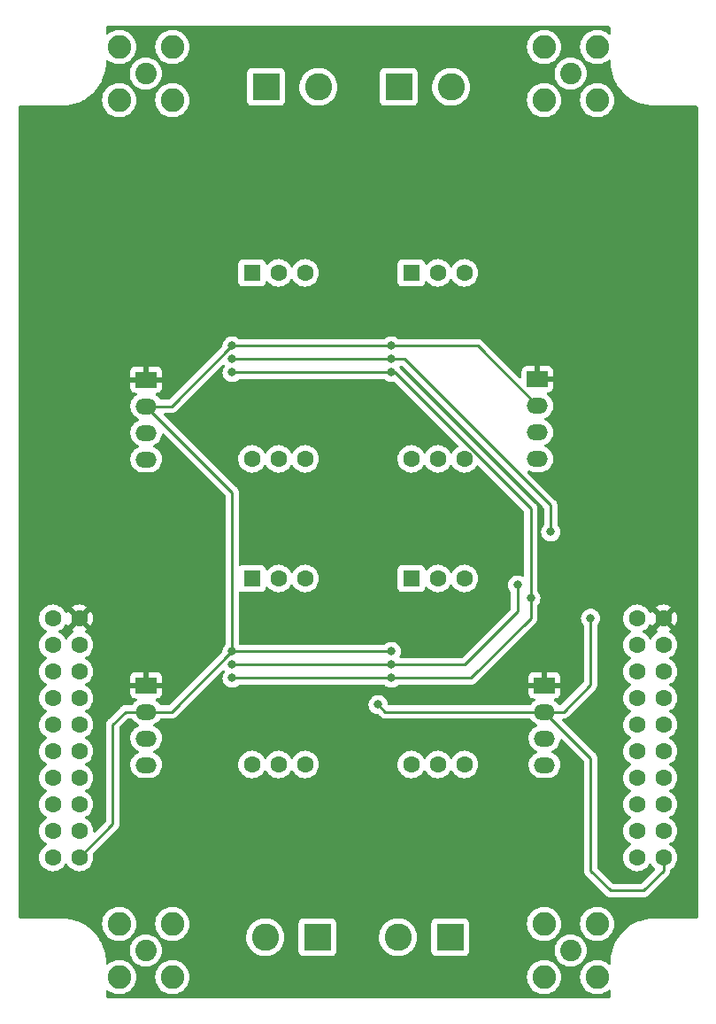
<source format=gbl>
G04 #@! TF.GenerationSoftware,KiCad,Pcbnew,(6.0.0)*
G04 #@! TF.CreationDate,2022-08-16T09:33:42-05:00*
G04 #@! TF.ProjectId,mayfly-atlas-shield,6d617966-6c79-42d6-9174-6c61732d7368,rev?*
G04 #@! TF.SameCoordinates,Original*
G04 #@! TF.FileFunction,Copper,L2,Bot*
G04 #@! TF.FilePolarity,Positive*
%FSLAX46Y46*%
G04 Gerber Fmt 4.6, Leading zero omitted, Abs format (unit mm)*
G04 Created by KiCad (PCBNEW (6.0.0)) date 2022-08-16 09:33:42*
%MOMM*%
%LPD*%
G01*
G04 APERTURE LIST*
G04 #@! TA.AperFunction,ComponentPad*
%ADD10C,1.600000*%
G04 #@! TD*
G04 #@! TA.AperFunction,ComponentPad*
%ADD11R,1.600000X1.600000*%
G04 #@! TD*
G04 #@! TA.AperFunction,ComponentPad*
%ADD12C,2.050000*%
G04 #@! TD*
G04 #@! TA.AperFunction,ComponentPad*
%ADD13C,2.250000*%
G04 #@! TD*
G04 #@! TA.AperFunction,ComponentPad*
%ADD14C,2.600000*%
G04 #@! TD*
G04 #@! TA.AperFunction,ComponentPad*
%ADD15R,2.600000X2.600000*%
G04 #@! TD*
G04 #@! TA.AperFunction,ComponentPad*
%ADD16R,2.000000X1.500000*%
G04 #@! TD*
G04 #@! TA.AperFunction,ComponentPad*
%ADD17O,2.000000X1.500000*%
G04 #@! TD*
G04 #@! TA.AperFunction,ViaPad*
%ADD18C,0.800000*%
G04 #@! TD*
G04 #@! TA.AperFunction,Conductor*
%ADD19C,0.250000*%
G04 #@! TD*
G04 APERTURE END LIST*
D10*
X125730000Y-140970000D03*
X123190000Y-140970000D03*
X120650000Y-140970000D03*
D11*
X120650000Y-123190000D03*
D10*
X123190000Y-123190000D03*
X125730000Y-123190000D03*
D12*
X135890000Y-158750000D03*
D13*
X133350000Y-156210000D03*
X138430000Y-156210000D03*
X133350000Y-161290000D03*
X138430000Y-161290000D03*
D14*
X106680000Y-157480000D03*
D15*
X111680000Y-157480000D03*
D12*
X95250000Y-158750000D03*
D13*
X92710000Y-161290000D03*
X92710000Y-156210000D03*
X97790000Y-156210000D03*
X97790000Y-161290000D03*
D10*
X110490000Y-93980000D03*
X107950000Y-93980000D03*
D11*
X105410000Y-93980000D03*
D10*
X105410000Y-111760000D03*
X107950000Y-111760000D03*
X110490000Y-111760000D03*
D12*
X95250000Y-74930000D03*
D13*
X92710000Y-77470000D03*
X97790000Y-77470000D03*
X97790000Y-72390000D03*
X92710000Y-72390000D03*
D16*
X133387500Y-133397500D03*
D17*
X133387500Y-135937500D03*
X133387500Y-138477500D03*
X133387500Y-141017500D03*
D10*
X110490000Y-123190000D03*
X107950000Y-123190000D03*
D11*
X105410000Y-123190000D03*
D10*
X105410000Y-140970000D03*
X107950000Y-140970000D03*
X110490000Y-140970000D03*
D16*
X95287500Y-133397500D03*
D17*
X95287500Y-135937500D03*
X95287500Y-138477500D03*
X95287500Y-141017500D03*
D12*
X135890000Y-74930000D03*
D13*
X133350000Y-77470000D03*
X133350000Y-72390000D03*
X138430000Y-72390000D03*
X138430000Y-77470000D03*
D14*
X119380000Y-157480000D03*
D15*
X124380000Y-157480000D03*
D16*
X95287500Y-104187500D03*
D17*
X95287500Y-106727500D03*
X95287500Y-109267500D03*
X95287500Y-111807500D03*
D14*
X124460000Y-76200000D03*
D15*
X119460000Y-76200000D03*
D10*
X125730000Y-93980000D03*
X123190000Y-93980000D03*
D11*
X120650000Y-93980000D03*
D10*
X120650000Y-111760000D03*
X123190000Y-111760000D03*
X125730000Y-111760000D03*
D16*
X132715000Y-104140000D03*
D17*
X132715000Y-106680000D03*
X132715000Y-109220000D03*
X132715000Y-111760000D03*
D14*
X111760000Y-76200000D03*
D15*
X106760000Y-76200000D03*
D10*
X142240000Y-127000000D03*
X142240000Y-129540000D03*
X142240000Y-132080000D03*
X142240000Y-134620000D03*
X142240000Y-137160000D03*
X142240000Y-139700000D03*
X142240000Y-142240000D03*
X142240000Y-144780000D03*
X142240000Y-147320000D03*
X142240000Y-149860000D03*
X144780000Y-149860000D03*
X144780000Y-147320000D03*
X144780000Y-144780000D03*
X144780000Y-142240000D03*
X144780000Y-139700000D03*
X144780000Y-137160000D03*
X144780000Y-134620000D03*
X144780000Y-132080000D03*
X144780000Y-129540000D03*
X144780000Y-127000000D03*
X86360000Y-127000000D03*
X86360000Y-129540000D03*
X86360000Y-132080000D03*
X86360000Y-134620000D03*
X86360000Y-137160000D03*
X86360000Y-139700000D03*
X86360000Y-142240000D03*
X86360000Y-144780000D03*
X86360000Y-147320000D03*
X86360000Y-149860000D03*
X88900000Y-149860000D03*
X88900000Y-147320000D03*
X88900000Y-144780000D03*
X88900000Y-142240000D03*
X88900000Y-139700000D03*
X88900000Y-137160000D03*
X88900000Y-134620000D03*
X88900000Y-132080000D03*
X88900000Y-129540000D03*
X88900000Y-127000000D03*
D18*
X106045000Y-118110000D03*
X119380000Y-106680000D03*
X100330000Y-118110000D03*
X117475000Y-138430000D03*
X118745000Y-130175000D03*
X137795000Y-127000000D03*
X103505000Y-100965000D03*
X118745000Y-100965000D03*
X103505000Y-130175000D03*
X117475000Y-135255000D03*
X118745000Y-102235000D03*
X103505000Y-102235000D03*
X130810000Y-123825000D03*
X103505000Y-131445000D03*
X133985000Y-118745000D03*
X118745000Y-131445000D03*
X118745000Y-132715000D03*
X103505000Y-132715000D03*
X103505000Y-103505000D03*
X118745000Y-103505000D03*
X132080000Y-125095000D03*
D19*
X92075000Y-137160000D02*
X93297500Y-135937500D01*
X93297500Y-135937500D02*
X95287500Y-135937500D01*
X142875000Y-153035000D02*
X144780000Y-151130000D01*
X118157500Y-135937500D02*
X117475000Y-135255000D01*
X95287500Y-106727500D02*
X97742500Y-106727500D01*
X118745000Y-100965000D02*
X127000000Y-100965000D01*
X92075000Y-146685000D02*
X92075000Y-137160000D01*
X137795000Y-140345000D02*
X137795000Y-151130000D01*
X97742500Y-106727500D02*
X103505000Y-100965000D01*
X103505000Y-114945000D02*
X95287500Y-106727500D01*
X95287500Y-135937500D02*
X97742500Y-135937500D01*
X137795000Y-133350000D02*
X137795000Y-127000000D01*
X103505000Y-130175000D02*
X103505000Y-114945000D01*
X144780000Y-151130000D02*
X144780000Y-149860000D01*
X127000000Y-100965000D02*
X132715000Y-106680000D01*
X118745000Y-100965000D02*
X103505000Y-100965000D01*
X137795000Y-151130000D02*
X139700000Y-153035000D01*
X88900000Y-149860000D02*
X92075000Y-146685000D01*
X139700000Y-153035000D02*
X142875000Y-153035000D01*
X133387500Y-135937500D02*
X118157500Y-135937500D01*
X97742500Y-135937500D02*
X103505000Y-130175000D01*
X133387500Y-135937500D02*
X137795000Y-140345000D01*
X135207500Y-135937500D02*
X137795000Y-133350000D01*
X133387500Y-135937500D02*
X135207500Y-135937500D01*
X118745000Y-130175000D02*
X103505000Y-130175000D01*
X133985000Y-118745000D02*
X133985000Y-116205000D01*
X118745000Y-131445000D02*
X125730000Y-131445000D01*
X125730000Y-131445000D02*
X130810000Y-126365000D01*
X118745000Y-131445000D02*
X103505000Y-131445000D01*
X120015000Y-102235000D02*
X118745000Y-102235000D01*
X118745000Y-102235000D02*
X103505000Y-102235000D01*
X130810000Y-126365000D02*
X130810000Y-123825000D01*
X133985000Y-116205000D02*
X120015000Y-102235000D01*
X126365000Y-132715000D02*
X132080000Y-127000000D01*
X118745000Y-132715000D02*
X126365000Y-132715000D01*
X118745000Y-103505000D02*
X103505000Y-103505000D01*
X132080000Y-127000000D02*
X132080000Y-125095000D01*
X119065300Y-103505000D02*
X118745000Y-103505000D01*
X132080000Y-125095000D02*
X132080000Y-116519700D01*
X132080000Y-116519700D02*
X119065300Y-103505000D01*
X118745000Y-132715000D02*
X103505000Y-132715000D01*
G04 #@! TA.AperFunction,Conductor*
G36*
X139416051Y-70359501D02*
G01*
X139430845Y-70361805D01*
X139430852Y-70361805D01*
X139439720Y-70363186D01*
X139448621Y-70362022D01*
X139457595Y-70362132D01*
X139457585Y-70362950D01*
X139479077Y-70363241D01*
X139504773Y-70367311D01*
X139542263Y-70379493D01*
X139577516Y-70397455D01*
X139609404Y-70420625D01*
X139637375Y-70448596D01*
X139660545Y-70480484D01*
X139678507Y-70515737D01*
X139690689Y-70553228D01*
X139694623Y-70578067D01*
X139696054Y-70597777D01*
X139694814Y-70605740D01*
X139695978Y-70614640D01*
X139695978Y-70614642D01*
X139698936Y-70637257D01*
X139700000Y-70653597D01*
X139700000Y-71053173D01*
X139679998Y-71121294D01*
X139626342Y-71167787D01*
X139556068Y-71177891D01*
X139492170Y-71148984D01*
X139396881Y-71067599D01*
X139396876Y-71067596D01*
X139393116Y-71064384D01*
X139173887Y-70930040D01*
X139169317Y-70928147D01*
X139169313Y-70928145D01*
X138940913Y-70833539D01*
X138940911Y-70833538D01*
X138936340Y-70831645D01*
X138849498Y-70810796D01*
X138691139Y-70772777D01*
X138691133Y-70772776D01*
X138686326Y-70771622D01*
X138430000Y-70751449D01*
X138173674Y-70771622D01*
X138168867Y-70772776D01*
X138168861Y-70772777D01*
X138010502Y-70810796D01*
X137923660Y-70831645D01*
X137919089Y-70833538D01*
X137919087Y-70833539D01*
X137690687Y-70928145D01*
X137690683Y-70928147D01*
X137686113Y-70930040D01*
X137466884Y-71064384D01*
X137271369Y-71231369D01*
X137104384Y-71426884D01*
X136970040Y-71646113D01*
X136871645Y-71883660D01*
X136811622Y-72133674D01*
X136791449Y-72390000D01*
X136811622Y-72646326D01*
X136871645Y-72896340D01*
X136970040Y-73133887D01*
X137104384Y-73353116D01*
X137271369Y-73548631D01*
X137466884Y-73715616D01*
X137686113Y-73849960D01*
X137690683Y-73851853D01*
X137690687Y-73851855D01*
X137919087Y-73946461D01*
X137923660Y-73948355D01*
X138010502Y-73969204D01*
X138168861Y-74007223D01*
X138168867Y-74007224D01*
X138173674Y-74008378D01*
X138430000Y-74028551D01*
X138686326Y-74008378D01*
X138691133Y-74007224D01*
X138691139Y-74007223D01*
X138849498Y-73969204D01*
X138936340Y-73948355D01*
X138940913Y-73946461D01*
X139169313Y-73851855D01*
X139169317Y-73851853D01*
X139173887Y-73849960D01*
X139393116Y-73715616D01*
X139396876Y-73712404D01*
X139396881Y-73712401D01*
X139492170Y-73631016D01*
X139556959Y-73601985D01*
X139627159Y-73612590D01*
X139680482Y-73659465D01*
X139700000Y-73726827D01*
X139700000Y-73733792D01*
X139698254Y-73754695D01*
X139694929Y-73774459D01*
X139694776Y-73786998D01*
X139695466Y-73791814D01*
X139695782Y-73796671D01*
X139695773Y-73796672D01*
X139696158Y-73800746D01*
X139710866Y-74118880D01*
X139713419Y-74174108D01*
X139766956Y-74557916D01*
X139855679Y-74935147D01*
X139978830Y-75302582D01*
X139980002Y-75305237D01*
X139980005Y-75305244D01*
X140013443Y-75380974D01*
X140135358Y-75657087D01*
X140136766Y-75659614D01*
X140136770Y-75659623D01*
X140291040Y-75936592D01*
X140323928Y-75995637D01*
X140542932Y-76315344D01*
X140544780Y-76317570D01*
X140544788Y-76317580D01*
X140788643Y-76611243D01*
X140790500Y-76613479D01*
X141064521Y-76887500D01*
X141066754Y-76889354D01*
X141066757Y-76889357D01*
X141360420Y-77133212D01*
X141360429Y-77133219D01*
X141362656Y-77135068D01*
X141682363Y-77354072D01*
X141684899Y-77355485D01*
X141684903Y-77355487D01*
X142018377Y-77541230D01*
X142018386Y-77541234D01*
X142020913Y-77542642D01*
X142190939Y-77617715D01*
X142372756Y-77697995D01*
X142372763Y-77697998D01*
X142375418Y-77699170D01*
X142742853Y-77822321D01*
X142745695Y-77822989D01*
X142745697Y-77822990D01*
X142810903Y-77838326D01*
X143120084Y-77911044D01*
X143257987Y-77930280D01*
X143501021Y-77964181D01*
X143501031Y-77964182D01*
X143503892Y-77964581D01*
X143506780Y-77964714D01*
X143506785Y-77964715D01*
X143686738Y-77973034D01*
X143861260Y-77981102D01*
X143868809Y-77981910D01*
X143868816Y-77981829D01*
X143873660Y-77982263D01*
X143878463Y-77983071D01*
X143884961Y-77983150D01*
X143886143Y-77983165D01*
X143886147Y-77983165D01*
X143891002Y-77983224D01*
X143918590Y-77979273D01*
X143936452Y-77978000D01*
X147778663Y-77978000D01*
X147798051Y-77979501D01*
X147812845Y-77981805D01*
X147812852Y-77981805D01*
X147821720Y-77983186D01*
X147830621Y-77982022D01*
X147839595Y-77982132D01*
X147839585Y-77982950D01*
X147861077Y-77983241D01*
X147886773Y-77987311D01*
X147924263Y-77999493D01*
X147959516Y-78017455D01*
X147991404Y-78040625D01*
X148019375Y-78068596D01*
X148042545Y-78100484D01*
X148060507Y-78135737D01*
X148072689Y-78173228D01*
X148076623Y-78198067D01*
X148078054Y-78217777D01*
X148076814Y-78225740D01*
X148077978Y-78234640D01*
X148077978Y-78234642D01*
X148080936Y-78257257D01*
X148082000Y-78273597D01*
X148082000Y-155398687D01*
X148080501Y-155418065D01*
X148076814Y-155441754D01*
X148077978Y-155450656D01*
X148077869Y-155459630D01*
X148077050Y-155459620D01*
X148076760Y-155481114D01*
X148072693Y-155506797D01*
X148060513Y-155544288D01*
X148042558Y-155579530D01*
X148019386Y-155611423D01*
X147991423Y-155639386D01*
X147959530Y-155662558D01*
X147924288Y-155680513D01*
X147886798Y-155692693D01*
X147861972Y-155696624D01*
X147842259Y-155698054D01*
X147834294Y-155696814D01*
X147825389Y-155697978D01*
X147802753Y-155700937D01*
X147786421Y-155702000D01*
X143944207Y-155702000D01*
X143923303Y-155700254D01*
X143916366Y-155699087D01*
X143903539Y-155696929D01*
X143897373Y-155696854D01*
X143895865Y-155696835D01*
X143895860Y-155696835D01*
X143891000Y-155696776D01*
X143886184Y-155697466D01*
X143881327Y-155697782D01*
X143881326Y-155697773D01*
X143877261Y-155698158D01*
X143678053Y-155707368D01*
X143506781Y-155715286D01*
X143506774Y-155715287D01*
X143503890Y-155715420D01*
X143403779Y-155729385D01*
X143122971Y-155768556D01*
X143122968Y-155768557D01*
X143120083Y-155768959D01*
X142985763Y-155800551D01*
X142745692Y-155857015D01*
X142745687Y-155857017D01*
X142742853Y-155857683D01*
X142570929Y-155915306D01*
X142378187Y-155979906D01*
X142378182Y-155979908D01*
X142375419Y-155980834D01*
X142020915Y-156137363D01*
X142018362Y-156138785D01*
X142018358Y-156138787D01*
X141815876Y-156251569D01*
X141682366Y-156325934D01*
X141362660Y-156544937D01*
X141360434Y-156546785D01*
X141360424Y-156546793D01*
X141133303Y-156735393D01*
X141064526Y-156792505D01*
X140790505Y-157066526D01*
X140788651Y-157068759D01*
X140788648Y-157068762D01*
X140544793Y-157362424D01*
X140544785Y-157362434D01*
X140542937Y-157364660D01*
X140323934Y-157684366D01*
X140314658Y-157701019D01*
X140170363Y-157960079D01*
X140135363Y-158022915D01*
X139978834Y-158377419D01*
X139855683Y-158744853D01*
X139766959Y-159122083D01*
X139766557Y-159124968D01*
X139766556Y-159124971D01*
X139747202Y-159263713D01*
X139713420Y-159505890D01*
X139713287Y-159508774D01*
X139713286Y-159508781D01*
X139705758Y-159671622D01*
X139698434Y-159830040D01*
X139696898Y-159863254D01*
X139696090Y-159870807D01*
X139696171Y-159870814D01*
X139695737Y-159875658D01*
X139694929Y-159880461D01*
X139694776Y-159893000D01*
X139695466Y-159897815D01*
X139698727Y-159920588D01*
X139700000Y-159938451D01*
X139700000Y-159953173D01*
X139679998Y-160021294D01*
X139626342Y-160067787D01*
X139556068Y-160077891D01*
X139492170Y-160048984D01*
X139396881Y-159967599D01*
X139396876Y-159967596D01*
X139393116Y-159964384D01*
X139173887Y-159830040D01*
X139169317Y-159828147D01*
X139169313Y-159828145D01*
X138940913Y-159733539D01*
X138940911Y-159733538D01*
X138936340Y-159731645D01*
X138849498Y-159710796D01*
X138691139Y-159672777D01*
X138691133Y-159672776D01*
X138686326Y-159671622D01*
X138430000Y-159651449D01*
X138173674Y-159671622D01*
X138168867Y-159672776D01*
X138168861Y-159672777D01*
X138010502Y-159710796D01*
X137923660Y-159731645D01*
X137919089Y-159733538D01*
X137919087Y-159733539D01*
X137690687Y-159828145D01*
X137690683Y-159828147D01*
X137686113Y-159830040D01*
X137466884Y-159964384D01*
X137271369Y-160131369D01*
X137104384Y-160326884D01*
X136970040Y-160546113D01*
X136871645Y-160783660D01*
X136811622Y-161033674D01*
X136791449Y-161290000D01*
X136811622Y-161546326D01*
X136871645Y-161796340D01*
X136970040Y-162033887D01*
X137104384Y-162253116D01*
X137271369Y-162448631D01*
X137466884Y-162615616D01*
X137686113Y-162749960D01*
X137690683Y-162751853D01*
X137690687Y-162751855D01*
X137919087Y-162846461D01*
X137923660Y-162848355D01*
X138010502Y-162869204D01*
X138168861Y-162907223D01*
X138168867Y-162907224D01*
X138173674Y-162908378D01*
X138430000Y-162928551D01*
X138686326Y-162908378D01*
X138691133Y-162907224D01*
X138691139Y-162907223D01*
X138849498Y-162869204D01*
X138936340Y-162848355D01*
X138940913Y-162846461D01*
X139169313Y-162751855D01*
X139169317Y-162751853D01*
X139173887Y-162749960D01*
X139393116Y-162615616D01*
X139396876Y-162612404D01*
X139396881Y-162612401D01*
X139492170Y-162531016D01*
X139556959Y-162501985D01*
X139627159Y-162512590D01*
X139680482Y-162559465D01*
X139700000Y-162626827D01*
X139700000Y-163018671D01*
X139698500Y-163038055D01*
X139694814Y-163061729D01*
X139695978Y-163070629D01*
X139695868Y-163079605D01*
X139695050Y-163079595D01*
X139694759Y-163101086D01*
X139690690Y-163126778D01*
X139678508Y-163164270D01*
X139660549Y-163199517D01*
X139637377Y-163231410D01*
X139609410Y-163259377D01*
X139577517Y-163282549D01*
X139542270Y-163300508D01*
X139504779Y-163312690D01*
X139479941Y-163316624D01*
X139460232Y-163318054D01*
X139452269Y-163316814D01*
X139420748Y-163320936D01*
X139404410Y-163322000D01*
X91743329Y-163322000D01*
X91723944Y-163320500D01*
X91709142Y-163318195D01*
X91709140Y-163318195D01*
X91700271Y-163316814D01*
X91691371Y-163317978D01*
X91682395Y-163317868D01*
X91682405Y-163317050D01*
X91660914Y-163316759D01*
X91635222Y-163312690D01*
X91597730Y-163300508D01*
X91562483Y-163282549D01*
X91530590Y-163259377D01*
X91502623Y-163231410D01*
X91479451Y-163199517D01*
X91461492Y-163164270D01*
X91449310Y-163126779D01*
X91445376Y-163101941D01*
X91443946Y-163082232D01*
X91445186Y-163074269D01*
X91441064Y-163042747D01*
X91440000Y-163026410D01*
X91440000Y-162626827D01*
X91460002Y-162558706D01*
X91513658Y-162512213D01*
X91583932Y-162502109D01*
X91647830Y-162531016D01*
X91743119Y-162612401D01*
X91743124Y-162612404D01*
X91746884Y-162615616D01*
X91966113Y-162749960D01*
X91970683Y-162751853D01*
X91970687Y-162751855D01*
X92199087Y-162846461D01*
X92203660Y-162848355D01*
X92290502Y-162869204D01*
X92448861Y-162907223D01*
X92448867Y-162907224D01*
X92453674Y-162908378D01*
X92710000Y-162928551D01*
X92966326Y-162908378D01*
X92971133Y-162907224D01*
X92971139Y-162907223D01*
X93129498Y-162869204D01*
X93216340Y-162848355D01*
X93220913Y-162846461D01*
X93449313Y-162751855D01*
X93449317Y-162751853D01*
X93453887Y-162749960D01*
X93673116Y-162615616D01*
X93868631Y-162448631D01*
X94035616Y-162253116D01*
X94169960Y-162033887D01*
X94268355Y-161796340D01*
X94328378Y-161546326D01*
X94348551Y-161290000D01*
X96151449Y-161290000D01*
X96171622Y-161546326D01*
X96231645Y-161796340D01*
X96330040Y-162033887D01*
X96464384Y-162253116D01*
X96631369Y-162448631D01*
X96826884Y-162615616D01*
X97046113Y-162749960D01*
X97050683Y-162751853D01*
X97050687Y-162751855D01*
X97279087Y-162846461D01*
X97283660Y-162848355D01*
X97370502Y-162869204D01*
X97528861Y-162907223D01*
X97528867Y-162907224D01*
X97533674Y-162908378D01*
X97790000Y-162928551D01*
X98046326Y-162908378D01*
X98051133Y-162907224D01*
X98051139Y-162907223D01*
X98209498Y-162869204D01*
X98296340Y-162848355D01*
X98300913Y-162846461D01*
X98529313Y-162751855D01*
X98529317Y-162751853D01*
X98533887Y-162749960D01*
X98753116Y-162615616D01*
X98948631Y-162448631D01*
X99115616Y-162253116D01*
X99249960Y-162033887D01*
X99348355Y-161796340D01*
X99408378Y-161546326D01*
X99428551Y-161290000D01*
X131711449Y-161290000D01*
X131731622Y-161546326D01*
X131791645Y-161796340D01*
X131890040Y-162033887D01*
X132024384Y-162253116D01*
X132191369Y-162448631D01*
X132386884Y-162615616D01*
X132606113Y-162749960D01*
X132610683Y-162751853D01*
X132610687Y-162751855D01*
X132839087Y-162846461D01*
X132843660Y-162848355D01*
X132930502Y-162869204D01*
X133088861Y-162907223D01*
X133088867Y-162907224D01*
X133093674Y-162908378D01*
X133350000Y-162928551D01*
X133606326Y-162908378D01*
X133611133Y-162907224D01*
X133611139Y-162907223D01*
X133769498Y-162869204D01*
X133856340Y-162848355D01*
X133860913Y-162846461D01*
X134089313Y-162751855D01*
X134089317Y-162751853D01*
X134093887Y-162749960D01*
X134313116Y-162615616D01*
X134508631Y-162448631D01*
X134675616Y-162253116D01*
X134809960Y-162033887D01*
X134908355Y-161796340D01*
X134968378Y-161546326D01*
X134988551Y-161290000D01*
X134968378Y-161033674D01*
X134908355Y-160783660D01*
X134809960Y-160546113D01*
X134675616Y-160326884D01*
X134508631Y-160131369D01*
X134313116Y-159964384D01*
X134093887Y-159830040D01*
X134089317Y-159828147D01*
X134089313Y-159828145D01*
X133860913Y-159733539D01*
X133860911Y-159733538D01*
X133856340Y-159731645D01*
X133769498Y-159710796D01*
X133611139Y-159672777D01*
X133611133Y-159672776D01*
X133606326Y-159671622D01*
X133350000Y-159651449D01*
X133093674Y-159671622D01*
X133088867Y-159672776D01*
X133088861Y-159672777D01*
X132930502Y-159710796D01*
X132843660Y-159731645D01*
X132839089Y-159733538D01*
X132839087Y-159733539D01*
X132610687Y-159828145D01*
X132610683Y-159828147D01*
X132606113Y-159830040D01*
X132386884Y-159964384D01*
X132191369Y-160131369D01*
X132024384Y-160326884D01*
X131890040Y-160546113D01*
X131791645Y-160783660D01*
X131731622Y-161033674D01*
X131711449Y-161290000D01*
X99428551Y-161290000D01*
X99408378Y-161033674D01*
X99348355Y-160783660D01*
X99249960Y-160546113D01*
X99115616Y-160326884D01*
X98948631Y-160131369D01*
X98753116Y-159964384D01*
X98533887Y-159830040D01*
X98529317Y-159828147D01*
X98529313Y-159828145D01*
X98300913Y-159733539D01*
X98300911Y-159733538D01*
X98296340Y-159731645D01*
X98209498Y-159710796D01*
X98051139Y-159672777D01*
X98051133Y-159672776D01*
X98046326Y-159671622D01*
X97790000Y-159651449D01*
X97533674Y-159671622D01*
X97528867Y-159672776D01*
X97528861Y-159672777D01*
X97370502Y-159710796D01*
X97283660Y-159731645D01*
X97279089Y-159733538D01*
X97279087Y-159733539D01*
X97050687Y-159828145D01*
X97050683Y-159828147D01*
X97046113Y-159830040D01*
X96826884Y-159964384D01*
X96631369Y-160131369D01*
X96464384Y-160326884D01*
X96330040Y-160546113D01*
X96231645Y-160783660D01*
X96171622Y-161033674D01*
X96151449Y-161290000D01*
X94348551Y-161290000D01*
X94328378Y-161033674D01*
X94268355Y-160783660D01*
X94169960Y-160546113D01*
X94035616Y-160326884D01*
X93868631Y-160131369D01*
X93673116Y-159964384D01*
X93453887Y-159830040D01*
X93449317Y-159828147D01*
X93449313Y-159828145D01*
X93220913Y-159733539D01*
X93220911Y-159733538D01*
X93216340Y-159731645D01*
X93129498Y-159710796D01*
X92971139Y-159672777D01*
X92971133Y-159672776D01*
X92966326Y-159671622D01*
X92710000Y-159651449D01*
X92453674Y-159671622D01*
X92448867Y-159672776D01*
X92448861Y-159672777D01*
X92290502Y-159710796D01*
X92203660Y-159731645D01*
X92199089Y-159733538D01*
X92199087Y-159733539D01*
X91970687Y-159828145D01*
X91970683Y-159828147D01*
X91966113Y-159830040D01*
X91746884Y-159964384D01*
X91743124Y-159967596D01*
X91743119Y-159967599D01*
X91647830Y-160048984D01*
X91583041Y-160078015D01*
X91512841Y-160067410D01*
X91459518Y-160020535D01*
X91440000Y-159953173D01*
X91440000Y-159946207D01*
X91441746Y-159925303D01*
X91444264Y-159910335D01*
X91445071Y-159905539D01*
X91445146Y-159899373D01*
X91445165Y-159897865D01*
X91445165Y-159897860D01*
X91445224Y-159893000D01*
X91444534Y-159888184D01*
X91444218Y-159883327D01*
X91444227Y-159883326D01*
X91443841Y-159879251D01*
X91443453Y-159870841D01*
X91426580Y-159505890D01*
X91392798Y-159263713D01*
X91373444Y-159124971D01*
X91373443Y-159124968D01*
X91373041Y-159122083D01*
X91285528Y-158750000D01*
X93711758Y-158750000D01*
X93730696Y-158990634D01*
X93731850Y-158995441D01*
X93731851Y-158995447D01*
X93739356Y-159026705D01*
X93787045Y-159225343D01*
X93788938Y-159229914D01*
X93788939Y-159229916D01*
X93813053Y-159288131D01*
X93879416Y-159448347D01*
X94005536Y-159654156D01*
X94021440Y-159672777D01*
X94157965Y-159832626D01*
X94162299Y-159837701D01*
X94345844Y-159994464D01*
X94551653Y-160120584D01*
X94556223Y-160122477D01*
X94556227Y-160122479D01*
X94770084Y-160211061D01*
X94774657Y-160212955D01*
X94857039Y-160232733D01*
X95004553Y-160268149D01*
X95004559Y-160268150D01*
X95009366Y-160269304D01*
X95250000Y-160288242D01*
X95490634Y-160269304D01*
X95495441Y-160268150D01*
X95495447Y-160268149D01*
X95642961Y-160232733D01*
X95725343Y-160212955D01*
X95729916Y-160211061D01*
X95943773Y-160122479D01*
X95943777Y-160122477D01*
X95948347Y-160120584D01*
X96154156Y-159994464D01*
X96337701Y-159837701D01*
X96342036Y-159832626D01*
X96478560Y-159672777D01*
X96494464Y-159654156D01*
X96620584Y-159448347D01*
X96686948Y-159288131D01*
X96711061Y-159229916D01*
X96711062Y-159229914D01*
X96712955Y-159225343D01*
X96760644Y-159026705D01*
X96768149Y-158995447D01*
X96768150Y-158995441D01*
X96769304Y-158990634D01*
X96788242Y-158750000D01*
X96769304Y-158509366D01*
X96768150Y-158504559D01*
X96768149Y-158504553D01*
X96714110Y-158279469D01*
X96712955Y-158274657D01*
X96711061Y-158270084D01*
X96622479Y-158056227D01*
X96622477Y-158056223D01*
X96620584Y-158051653D01*
X96494464Y-157845844D01*
X96344244Y-157669960D01*
X96340909Y-157666055D01*
X96337701Y-157662299D01*
X96154156Y-157505536D01*
X95948347Y-157379416D01*
X95943777Y-157377523D01*
X95943773Y-157377521D01*
X95729916Y-157288939D01*
X95729914Y-157288938D01*
X95725343Y-157287045D01*
X95642961Y-157267267D01*
X95495447Y-157231851D01*
X95495441Y-157231850D01*
X95490634Y-157230696D01*
X95250000Y-157211758D01*
X95009366Y-157230696D01*
X95004559Y-157231850D01*
X95004553Y-157231851D01*
X94857039Y-157267267D01*
X94774657Y-157287045D01*
X94770086Y-157288938D01*
X94770084Y-157288939D01*
X94556227Y-157377521D01*
X94556223Y-157377523D01*
X94551653Y-157379416D01*
X94345844Y-157505536D01*
X94162299Y-157662299D01*
X94159091Y-157666055D01*
X94155756Y-157669960D01*
X94005536Y-157845844D01*
X93879416Y-158051653D01*
X93877523Y-158056223D01*
X93877521Y-158056227D01*
X93788939Y-158270084D01*
X93787045Y-158274657D01*
X93785890Y-158279469D01*
X93731851Y-158504553D01*
X93731850Y-158504559D01*
X93730696Y-158509366D01*
X93711758Y-158750000D01*
X91285528Y-158750000D01*
X91284317Y-158744853D01*
X91161166Y-158377419D01*
X91004637Y-158022915D01*
X90969638Y-157960079D01*
X90825342Y-157701019D01*
X90816066Y-157684366D01*
X90597063Y-157364660D01*
X90595215Y-157362434D01*
X90595207Y-157362424D01*
X90351352Y-157068762D01*
X90351349Y-157068759D01*
X90349495Y-157066526D01*
X90075474Y-156792505D01*
X90006697Y-156735393D01*
X89779576Y-156546793D01*
X89779566Y-156546785D01*
X89777340Y-156544937D01*
X89457634Y-156325934D01*
X89324124Y-156251569D01*
X89249494Y-156210000D01*
X91071449Y-156210000D01*
X91091622Y-156466326D01*
X91092776Y-156471133D01*
X91092777Y-156471139D01*
X91110495Y-156544937D01*
X91151645Y-156716340D01*
X91153538Y-156720911D01*
X91153539Y-156720913D01*
X91216700Y-156873396D01*
X91250040Y-156953887D01*
X91384384Y-157173116D01*
X91551369Y-157368631D01*
X91746884Y-157535616D01*
X91966113Y-157669960D01*
X91970683Y-157671853D01*
X91970687Y-157671855D01*
X92052165Y-157705604D01*
X92203660Y-157768355D01*
X92290502Y-157789204D01*
X92448861Y-157827223D01*
X92448867Y-157827224D01*
X92453674Y-157828378D01*
X92710000Y-157848551D01*
X92966326Y-157828378D01*
X92971133Y-157827224D01*
X92971139Y-157827223D01*
X93129498Y-157789204D01*
X93216340Y-157768355D01*
X93367835Y-157705604D01*
X93449313Y-157671855D01*
X93449317Y-157671853D01*
X93453887Y-157669960D01*
X93673116Y-157535616D01*
X93868631Y-157368631D01*
X94035616Y-157173116D01*
X94169960Y-156953887D01*
X94203301Y-156873396D01*
X94266461Y-156720913D01*
X94266462Y-156720911D01*
X94268355Y-156716340D01*
X94309505Y-156544937D01*
X94327223Y-156471139D01*
X94327224Y-156471133D01*
X94328378Y-156466326D01*
X94348551Y-156210000D01*
X96151449Y-156210000D01*
X96171622Y-156466326D01*
X96172776Y-156471133D01*
X96172777Y-156471139D01*
X96190495Y-156544937D01*
X96231645Y-156716340D01*
X96233538Y-156720911D01*
X96233539Y-156720913D01*
X96296700Y-156873396D01*
X96330040Y-156953887D01*
X96464384Y-157173116D01*
X96631369Y-157368631D01*
X96826884Y-157535616D01*
X97046113Y-157669960D01*
X97050683Y-157671853D01*
X97050687Y-157671855D01*
X97132165Y-157705604D01*
X97283660Y-157768355D01*
X97370502Y-157789204D01*
X97528861Y-157827223D01*
X97528867Y-157827224D01*
X97533674Y-157828378D01*
X97790000Y-157848551D01*
X98046326Y-157828378D01*
X98051133Y-157827224D01*
X98051139Y-157827223D01*
X98209498Y-157789204D01*
X98296340Y-157768355D01*
X98447835Y-157705604D01*
X98529313Y-157671855D01*
X98529317Y-157671853D01*
X98533887Y-157669960D01*
X98753116Y-157535616D01*
X98873819Y-157432526D01*
X104867050Y-157432526D01*
X104879947Y-157701019D01*
X104932388Y-157964656D01*
X105023220Y-158217646D01*
X105150450Y-158454431D01*
X105153241Y-158458168D01*
X105153245Y-158458175D01*
X105195156Y-158514300D01*
X105311281Y-158669810D01*
X105314590Y-158673090D01*
X105314595Y-158673096D01*
X105498863Y-158855762D01*
X105502180Y-158859050D01*
X105505942Y-158861808D01*
X105505945Y-158861811D01*
X105554912Y-158897715D01*
X105718954Y-159017995D01*
X105723089Y-159020171D01*
X105723093Y-159020173D01*
X105952698Y-159140975D01*
X105956840Y-159143154D01*
X106099346Y-159192919D01*
X106205290Y-159229916D01*
X106210613Y-159231775D01*
X106221105Y-159233767D01*
X106470109Y-159281042D01*
X106470112Y-159281042D01*
X106474698Y-159281913D01*
X106602370Y-159286929D01*
X106738625Y-159292283D01*
X106738630Y-159292283D01*
X106743293Y-159292466D01*
X106847607Y-159281042D01*
X107005844Y-159263713D01*
X107005850Y-159263712D01*
X107010497Y-159263203D01*
X107122302Y-159233767D01*
X107265918Y-159195956D01*
X107265920Y-159195955D01*
X107270441Y-159194765D01*
X107377795Y-159148642D01*
X107513120Y-159090502D01*
X107513122Y-159090501D01*
X107517414Y-159088657D01*
X107683791Y-158985700D01*
X107742017Y-158949669D01*
X107742021Y-158949666D01*
X107745990Y-158947210D01*
X107886648Y-158828134D01*
X109871500Y-158828134D01*
X109878255Y-158890316D01*
X109929385Y-159026705D01*
X110016739Y-159143261D01*
X110133295Y-159230615D01*
X110269684Y-159281745D01*
X110331866Y-159288500D01*
X113028134Y-159288500D01*
X113090316Y-159281745D01*
X113226705Y-159230615D01*
X113343261Y-159143261D01*
X113430615Y-159026705D01*
X113481745Y-158890316D01*
X113488500Y-158828134D01*
X113488500Y-157432526D01*
X117567050Y-157432526D01*
X117579947Y-157701019D01*
X117632388Y-157964656D01*
X117723220Y-158217646D01*
X117850450Y-158454431D01*
X117853241Y-158458168D01*
X117853245Y-158458175D01*
X117895156Y-158514300D01*
X118011281Y-158669810D01*
X118014590Y-158673090D01*
X118014595Y-158673096D01*
X118198863Y-158855762D01*
X118202180Y-158859050D01*
X118205942Y-158861808D01*
X118205945Y-158861811D01*
X118254912Y-158897715D01*
X118418954Y-159017995D01*
X118423089Y-159020171D01*
X118423093Y-159020173D01*
X118652698Y-159140975D01*
X118656840Y-159143154D01*
X118799346Y-159192919D01*
X118905290Y-159229916D01*
X118910613Y-159231775D01*
X118921105Y-159233767D01*
X119170109Y-159281042D01*
X119170112Y-159281042D01*
X119174698Y-159281913D01*
X119302370Y-159286929D01*
X119438625Y-159292283D01*
X119438630Y-159292283D01*
X119443293Y-159292466D01*
X119547607Y-159281042D01*
X119705844Y-159263713D01*
X119705850Y-159263712D01*
X119710497Y-159263203D01*
X119822302Y-159233767D01*
X119965918Y-159195956D01*
X119965920Y-159195955D01*
X119970441Y-159194765D01*
X120077795Y-159148642D01*
X120213120Y-159090502D01*
X120213122Y-159090501D01*
X120217414Y-159088657D01*
X120383791Y-158985700D01*
X120442017Y-158949669D01*
X120442021Y-158949666D01*
X120445990Y-158947210D01*
X120586648Y-158828134D01*
X122571500Y-158828134D01*
X122578255Y-158890316D01*
X122629385Y-159026705D01*
X122716739Y-159143261D01*
X122833295Y-159230615D01*
X122969684Y-159281745D01*
X123031866Y-159288500D01*
X125728134Y-159288500D01*
X125790316Y-159281745D01*
X125926705Y-159230615D01*
X126043261Y-159143261D01*
X126130615Y-159026705D01*
X126181745Y-158890316D01*
X126188500Y-158828134D01*
X126188500Y-158750000D01*
X134351758Y-158750000D01*
X134370696Y-158990634D01*
X134371850Y-158995441D01*
X134371851Y-158995447D01*
X134379356Y-159026705D01*
X134427045Y-159225343D01*
X134428938Y-159229914D01*
X134428939Y-159229916D01*
X134453053Y-159288131D01*
X134519416Y-159448347D01*
X134645536Y-159654156D01*
X134661440Y-159672777D01*
X134797965Y-159832626D01*
X134802299Y-159837701D01*
X134985844Y-159994464D01*
X135191653Y-160120584D01*
X135196223Y-160122477D01*
X135196227Y-160122479D01*
X135410084Y-160211061D01*
X135414657Y-160212955D01*
X135497039Y-160232733D01*
X135644553Y-160268149D01*
X135644559Y-160268150D01*
X135649366Y-160269304D01*
X135890000Y-160288242D01*
X136130634Y-160269304D01*
X136135441Y-160268150D01*
X136135447Y-160268149D01*
X136282961Y-160232733D01*
X136365343Y-160212955D01*
X136369916Y-160211061D01*
X136583773Y-160122479D01*
X136583777Y-160122477D01*
X136588347Y-160120584D01*
X136794156Y-159994464D01*
X136977701Y-159837701D01*
X136982036Y-159832626D01*
X137118560Y-159672777D01*
X137134464Y-159654156D01*
X137260584Y-159448347D01*
X137326948Y-159288131D01*
X137351061Y-159229916D01*
X137351062Y-159229914D01*
X137352955Y-159225343D01*
X137400644Y-159026705D01*
X137408149Y-158995447D01*
X137408150Y-158995441D01*
X137409304Y-158990634D01*
X137428242Y-158750000D01*
X137409304Y-158509366D01*
X137408150Y-158504559D01*
X137408149Y-158504553D01*
X137354110Y-158279469D01*
X137352955Y-158274657D01*
X137351061Y-158270084D01*
X137262479Y-158056227D01*
X137262477Y-158056223D01*
X137260584Y-158051653D01*
X137134464Y-157845844D01*
X136984244Y-157669960D01*
X136980909Y-157666055D01*
X136977701Y-157662299D01*
X136794156Y-157505536D01*
X136588347Y-157379416D01*
X136583777Y-157377523D01*
X136583773Y-157377521D01*
X136369916Y-157288939D01*
X136369914Y-157288938D01*
X136365343Y-157287045D01*
X136282961Y-157267267D01*
X136135447Y-157231851D01*
X136135441Y-157231850D01*
X136130634Y-157230696D01*
X135890000Y-157211758D01*
X135649366Y-157230696D01*
X135644559Y-157231850D01*
X135644553Y-157231851D01*
X135497039Y-157267267D01*
X135414657Y-157287045D01*
X135410086Y-157288938D01*
X135410084Y-157288939D01*
X135196227Y-157377521D01*
X135196223Y-157377523D01*
X135191653Y-157379416D01*
X134985844Y-157505536D01*
X134802299Y-157662299D01*
X134799091Y-157666055D01*
X134795756Y-157669960D01*
X134645536Y-157845844D01*
X134519416Y-158051653D01*
X134517523Y-158056223D01*
X134517521Y-158056227D01*
X134428939Y-158270084D01*
X134427045Y-158274657D01*
X134425890Y-158279469D01*
X134371851Y-158504553D01*
X134371850Y-158504559D01*
X134370696Y-158509366D01*
X134351758Y-158750000D01*
X126188500Y-158750000D01*
X126188500Y-156210000D01*
X131711449Y-156210000D01*
X131731622Y-156466326D01*
X131732776Y-156471133D01*
X131732777Y-156471139D01*
X131750495Y-156544937D01*
X131791645Y-156716340D01*
X131793538Y-156720911D01*
X131793539Y-156720913D01*
X131856700Y-156873396D01*
X131890040Y-156953887D01*
X132024384Y-157173116D01*
X132191369Y-157368631D01*
X132386884Y-157535616D01*
X132606113Y-157669960D01*
X132610683Y-157671853D01*
X132610687Y-157671855D01*
X132692165Y-157705604D01*
X132843660Y-157768355D01*
X132930502Y-157789204D01*
X133088861Y-157827223D01*
X133088867Y-157827224D01*
X133093674Y-157828378D01*
X133350000Y-157848551D01*
X133606326Y-157828378D01*
X133611133Y-157827224D01*
X133611139Y-157827223D01*
X133769498Y-157789204D01*
X133856340Y-157768355D01*
X134007835Y-157705604D01*
X134089313Y-157671855D01*
X134089317Y-157671853D01*
X134093887Y-157669960D01*
X134313116Y-157535616D01*
X134508631Y-157368631D01*
X134675616Y-157173116D01*
X134809960Y-156953887D01*
X134843301Y-156873396D01*
X134906461Y-156720913D01*
X134906462Y-156720911D01*
X134908355Y-156716340D01*
X134949505Y-156544937D01*
X134967223Y-156471139D01*
X134967224Y-156471133D01*
X134968378Y-156466326D01*
X134988551Y-156210000D01*
X136791449Y-156210000D01*
X136811622Y-156466326D01*
X136812776Y-156471133D01*
X136812777Y-156471139D01*
X136830495Y-156544937D01*
X136871645Y-156716340D01*
X136873538Y-156720911D01*
X136873539Y-156720913D01*
X136936700Y-156873396D01*
X136970040Y-156953887D01*
X137104384Y-157173116D01*
X137271369Y-157368631D01*
X137466884Y-157535616D01*
X137686113Y-157669960D01*
X137690683Y-157671853D01*
X137690687Y-157671855D01*
X137772165Y-157705604D01*
X137923660Y-157768355D01*
X138010502Y-157789204D01*
X138168861Y-157827223D01*
X138168867Y-157827224D01*
X138173674Y-157828378D01*
X138430000Y-157848551D01*
X138686326Y-157828378D01*
X138691133Y-157827224D01*
X138691139Y-157827223D01*
X138849498Y-157789204D01*
X138936340Y-157768355D01*
X139087835Y-157705604D01*
X139169313Y-157671855D01*
X139169317Y-157671853D01*
X139173887Y-157669960D01*
X139393116Y-157535616D01*
X139588631Y-157368631D01*
X139755616Y-157173116D01*
X139889960Y-156953887D01*
X139923301Y-156873396D01*
X139986461Y-156720913D01*
X139986462Y-156720911D01*
X139988355Y-156716340D01*
X140029505Y-156544937D01*
X140047223Y-156471139D01*
X140047224Y-156471133D01*
X140048378Y-156466326D01*
X140068551Y-156210000D01*
X140048378Y-155953674D01*
X140043486Y-155933295D01*
X140006675Y-155779967D01*
X139988355Y-155703660D01*
X139986383Y-155698898D01*
X139891855Y-155470687D01*
X139891853Y-155470683D01*
X139889960Y-155466113D01*
X139755616Y-155246884D01*
X139588631Y-155051369D01*
X139393116Y-154884384D01*
X139173887Y-154750040D01*
X139169317Y-154748147D01*
X139169313Y-154748145D01*
X138940913Y-154653539D01*
X138940911Y-154653538D01*
X138936340Y-154651645D01*
X138849498Y-154630796D01*
X138691139Y-154592777D01*
X138691133Y-154592776D01*
X138686326Y-154591622D01*
X138430000Y-154571449D01*
X138173674Y-154591622D01*
X138168867Y-154592776D01*
X138168861Y-154592777D01*
X138010502Y-154630796D01*
X137923660Y-154651645D01*
X137919089Y-154653538D01*
X137919087Y-154653539D01*
X137690687Y-154748145D01*
X137690683Y-154748147D01*
X137686113Y-154750040D01*
X137466884Y-154884384D01*
X137271369Y-155051369D01*
X137104384Y-155246884D01*
X136970040Y-155466113D01*
X136968147Y-155470683D01*
X136968145Y-155470687D01*
X136873617Y-155698898D01*
X136871645Y-155703660D01*
X136853325Y-155779967D01*
X136816515Y-155933295D01*
X136811622Y-155953674D01*
X136791449Y-156210000D01*
X134988551Y-156210000D01*
X134968378Y-155953674D01*
X134963486Y-155933295D01*
X134926675Y-155779967D01*
X134908355Y-155703660D01*
X134906383Y-155698898D01*
X134811855Y-155470687D01*
X134811853Y-155470683D01*
X134809960Y-155466113D01*
X134675616Y-155246884D01*
X134508631Y-155051369D01*
X134313116Y-154884384D01*
X134093887Y-154750040D01*
X134089317Y-154748147D01*
X134089313Y-154748145D01*
X133860913Y-154653539D01*
X133860911Y-154653538D01*
X133856340Y-154651645D01*
X133769498Y-154630796D01*
X133611139Y-154592777D01*
X133611133Y-154592776D01*
X133606326Y-154591622D01*
X133350000Y-154571449D01*
X133093674Y-154591622D01*
X133088867Y-154592776D01*
X133088861Y-154592777D01*
X132930502Y-154630796D01*
X132843660Y-154651645D01*
X132839089Y-154653538D01*
X132839087Y-154653539D01*
X132610687Y-154748145D01*
X132610683Y-154748147D01*
X132606113Y-154750040D01*
X132386884Y-154884384D01*
X132191369Y-155051369D01*
X132024384Y-155246884D01*
X131890040Y-155466113D01*
X131888147Y-155470683D01*
X131888145Y-155470687D01*
X131793617Y-155698898D01*
X131791645Y-155703660D01*
X131773325Y-155779967D01*
X131736515Y-155933295D01*
X131731622Y-155953674D01*
X131711449Y-156210000D01*
X126188500Y-156210000D01*
X126188500Y-156131866D01*
X126181745Y-156069684D01*
X126130615Y-155933295D01*
X126043261Y-155816739D01*
X125926705Y-155729385D01*
X125790316Y-155678255D01*
X125728134Y-155671500D01*
X123031866Y-155671500D01*
X122969684Y-155678255D01*
X122833295Y-155729385D01*
X122716739Y-155816739D01*
X122629385Y-155933295D01*
X122578255Y-156069684D01*
X122571500Y-156131866D01*
X122571500Y-158828134D01*
X120586648Y-158828134D01*
X120651149Y-158773530D01*
X120828382Y-158571434D01*
X120868306Y-158509366D01*
X120971269Y-158349291D01*
X120973797Y-158345361D01*
X121084199Y-158100278D01*
X121121209Y-157969051D01*
X121155893Y-157846072D01*
X121155894Y-157846069D01*
X121157163Y-157841568D01*
X121175043Y-157701019D01*
X121190688Y-157578045D01*
X121190688Y-157578041D01*
X121191086Y-157574915D01*
X121193571Y-157480000D01*
X121184833Y-157362424D01*
X121173996Y-157216592D01*
X121173996Y-157216591D01*
X121173650Y-157211937D01*
X121158135Y-157143370D01*
X121115361Y-156954331D01*
X121115360Y-156954326D01*
X121114327Y-156949763D01*
X121016902Y-156699238D01*
X120883518Y-156465864D01*
X120717105Y-156254769D01*
X120521317Y-156070591D01*
X120323407Y-155933295D01*
X120304299Y-155920039D01*
X120304296Y-155920037D01*
X120300457Y-155917374D01*
X120296264Y-155915306D01*
X120063564Y-155800551D01*
X120063561Y-155800550D01*
X120059376Y-155798486D01*
X120011745Y-155783239D01*
X119833657Y-155726233D01*
X119803370Y-155716538D01*
X119798763Y-155715788D01*
X119798760Y-155715787D01*
X119582131Y-155680507D01*
X119538063Y-155673330D01*
X119407719Y-155671624D01*
X119273961Y-155669873D01*
X119273958Y-155669873D01*
X119269284Y-155669812D01*
X119002937Y-155706060D01*
X118998451Y-155707368D01*
X118998449Y-155707368D01*
X118966988Y-155716538D01*
X118744874Y-155781278D01*
X118500763Y-155893815D01*
X118496854Y-155896378D01*
X118279881Y-156038631D01*
X118279876Y-156038635D01*
X118275968Y-156041197D01*
X118272476Y-156044314D01*
X118086841Y-156210000D01*
X118075426Y-156220188D01*
X117903544Y-156426854D01*
X117901121Y-156430847D01*
X117832886Y-156543295D01*
X117764096Y-156656656D01*
X117762287Y-156660970D01*
X117762285Y-156660974D01*
X117737389Y-156720345D01*
X117660148Y-156904545D01*
X117593981Y-157165077D01*
X117567050Y-157432526D01*
X113488500Y-157432526D01*
X113488500Y-156131866D01*
X113481745Y-156069684D01*
X113430615Y-155933295D01*
X113343261Y-155816739D01*
X113226705Y-155729385D01*
X113090316Y-155678255D01*
X113028134Y-155671500D01*
X110331866Y-155671500D01*
X110269684Y-155678255D01*
X110133295Y-155729385D01*
X110016739Y-155816739D01*
X109929385Y-155933295D01*
X109878255Y-156069684D01*
X109871500Y-156131866D01*
X109871500Y-158828134D01*
X107886648Y-158828134D01*
X107951149Y-158773530D01*
X108128382Y-158571434D01*
X108168306Y-158509366D01*
X108271269Y-158349291D01*
X108273797Y-158345361D01*
X108384199Y-158100278D01*
X108421209Y-157969051D01*
X108455893Y-157846072D01*
X108455894Y-157846069D01*
X108457163Y-157841568D01*
X108475043Y-157701019D01*
X108490688Y-157578045D01*
X108490688Y-157578041D01*
X108491086Y-157574915D01*
X108493571Y-157480000D01*
X108484833Y-157362424D01*
X108473996Y-157216592D01*
X108473996Y-157216591D01*
X108473650Y-157211937D01*
X108458135Y-157143370D01*
X108415361Y-156954331D01*
X108415360Y-156954326D01*
X108414327Y-156949763D01*
X108316902Y-156699238D01*
X108183518Y-156465864D01*
X108017105Y-156254769D01*
X107821317Y-156070591D01*
X107623407Y-155933295D01*
X107604299Y-155920039D01*
X107604296Y-155920037D01*
X107600457Y-155917374D01*
X107596264Y-155915306D01*
X107363564Y-155800551D01*
X107363561Y-155800550D01*
X107359376Y-155798486D01*
X107311745Y-155783239D01*
X107133657Y-155726233D01*
X107103370Y-155716538D01*
X107098763Y-155715788D01*
X107098760Y-155715787D01*
X106882131Y-155680507D01*
X106838063Y-155673330D01*
X106707719Y-155671624D01*
X106573961Y-155669873D01*
X106573958Y-155669873D01*
X106569284Y-155669812D01*
X106302937Y-155706060D01*
X106298451Y-155707368D01*
X106298449Y-155707368D01*
X106266988Y-155716538D01*
X106044874Y-155781278D01*
X105800763Y-155893815D01*
X105796854Y-155896378D01*
X105579881Y-156038631D01*
X105579876Y-156038635D01*
X105575968Y-156041197D01*
X105572476Y-156044314D01*
X105386841Y-156210000D01*
X105375426Y-156220188D01*
X105203544Y-156426854D01*
X105201121Y-156430847D01*
X105132886Y-156543295D01*
X105064096Y-156656656D01*
X105062287Y-156660970D01*
X105062285Y-156660974D01*
X105037389Y-156720345D01*
X104960148Y-156904545D01*
X104893981Y-157165077D01*
X104867050Y-157432526D01*
X98873819Y-157432526D01*
X98948631Y-157368631D01*
X99115616Y-157173116D01*
X99249960Y-156953887D01*
X99283301Y-156873396D01*
X99346461Y-156720913D01*
X99346462Y-156720911D01*
X99348355Y-156716340D01*
X99389505Y-156544937D01*
X99407223Y-156471139D01*
X99407224Y-156471133D01*
X99408378Y-156466326D01*
X99428551Y-156210000D01*
X99408378Y-155953674D01*
X99403486Y-155933295D01*
X99366675Y-155779967D01*
X99348355Y-155703660D01*
X99346383Y-155698898D01*
X99251855Y-155470687D01*
X99251853Y-155470683D01*
X99249960Y-155466113D01*
X99115616Y-155246884D01*
X98948631Y-155051369D01*
X98753116Y-154884384D01*
X98533887Y-154750040D01*
X98529317Y-154748147D01*
X98529313Y-154748145D01*
X98300913Y-154653539D01*
X98300911Y-154653538D01*
X98296340Y-154651645D01*
X98209498Y-154630796D01*
X98051139Y-154592777D01*
X98051133Y-154592776D01*
X98046326Y-154591622D01*
X97790000Y-154571449D01*
X97533674Y-154591622D01*
X97528867Y-154592776D01*
X97528861Y-154592777D01*
X97370502Y-154630796D01*
X97283660Y-154651645D01*
X97279089Y-154653538D01*
X97279087Y-154653539D01*
X97050687Y-154748145D01*
X97050683Y-154748147D01*
X97046113Y-154750040D01*
X96826884Y-154884384D01*
X96631369Y-155051369D01*
X96464384Y-155246884D01*
X96330040Y-155466113D01*
X96328147Y-155470683D01*
X96328145Y-155470687D01*
X96233617Y-155698898D01*
X96231645Y-155703660D01*
X96213325Y-155779967D01*
X96176515Y-155933295D01*
X96171622Y-155953674D01*
X96151449Y-156210000D01*
X94348551Y-156210000D01*
X94328378Y-155953674D01*
X94323486Y-155933295D01*
X94286675Y-155779967D01*
X94268355Y-155703660D01*
X94266383Y-155698898D01*
X94171855Y-155470687D01*
X94171853Y-155470683D01*
X94169960Y-155466113D01*
X94035616Y-155246884D01*
X93868631Y-155051369D01*
X93673116Y-154884384D01*
X93453887Y-154750040D01*
X93449317Y-154748147D01*
X93449313Y-154748145D01*
X93220913Y-154653539D01*
X93220911Y-154653538D01*
X93216340Y-154651645D01*
X93129498Y-154630796D01*
X92971139Y-154592777D01*
X92971133Y-154592776D01*
X92966326Y-154591622D01*
X92710000Y-154571449D01*
X92453674Y-154591622D01*
X92448867Y-154592776D01*
X92448861Y-154592777D01*
X92290502Y-154630796D01*
X92203660Y-154651645D01*
X92199089Y-154653538D01*
X92199087Y-154653539D01*
X91970687Y-154748145D01*
X91970683Y-154748147D01*
X91966113Y-154750040D01*
X91746884Y-154884384D01*
X91551369Y-155051369D01*
X91384384Y-155246884D01*
X91250040Y-155466113D01*
X91248147Y-155470683D01*
X91248145Y-155470687D01*
X91153617Y-155698898D01*
X91151645Y-155703660D01*
X91133325Y-155779967D01*
X91096515Y-155933295D01*
X91091622Y-155953674D01*
X91071449Y-156210000D01*
X89249494Y-156210000D01*
X89121642Y-156138787D01*
X89121638Y-156138785D01*
X89119085Y-156137363D01*
X88764581Y-155980834D01*
X88761818Y-155979908D01*
X88761813Y-155979906D01*
X88569071Y-155915306D01*
X88397147Y-155857683D01*
X88394313Y-155857017D01*
X88394308Y-155857015D01*
X88154237Y-155800551D01*
X88019917Y-155768959D01*
X88017032Y-155768557D01*
X88017029Y-155768556D01*
X87736221Y-155729385D01*
X87636110Y-155715420D01*
X87633226Y-155715287D01*
X87633219Y-155715286D01*
X87420033Y-155705430D01*
X87278742Y-155698898D01*
X87271193Y-155698090D01*
X87271186Y-155698171D01*
X87266342Y-155697737D01*
X87261539Y-155696929D01*
X87255041Y-155696850D01*
X87253859Y-155696835D01*
X87253855Y-155696835D01*
X87249000Y-155696776D01*
X87224715Y-155700254D01*
X87221412Y-155700727D01*
X87203549Y-155702000D01*
X83361332Y-155702000D01*
X83341947Y-155700500D01*
X83327145Y-155698195D01*
X83327142Y-155698195D01*
X83318273Y-155696814D01*
X83309372Y-155697978D01*
X83300397Y-155697868D01*
X83300407Y-155697050D01*
X83278917Y-155696759D01*
X83260351Y-155693819D01*
X83253222Y-155692690D01*
X83215734Y-155680510D01*
X83180478Y-155662546D01*
X83148593Y-155639378D01*
X83120622Y-155611407D01*
X83097454Y-155579522D01*
X83079490Y-155544266D01*
X83067310Y-155506777D01*
X83063377Y-155481941D01*
X83061946Y-155462232D01*
X83063186Y-155454267D01*
X83060390Y-155432882D01*
X83059064Y-155422747D01*
X83058000Y-155406409D01*
X83058000Y-149860000D01*
X85046502Y-149860000D01*
X85066457Y-150088087D01*
X85125716Y-150309243D01*
X85128039Y-150314224D01*
X85128039Y-150314225D01*
X85220151Y-150511762D01*
X85220154Y-150511767D01*
X85222477Y-150516749D01*
X85353802Y-150704300D01*
X85515700Y-150866198D01*
X85520208Y-150869355D01*
X85520211Y-150869357D01*
X85570401Y-150904500D01*
X85703251Y-150997523D01*
X85708233Y-150999846D01*
X85708238Y-150999849D01*
X85843867Y-151063093D01*
X85910757Y-151094284D01*
X85916065Y-151095706D01*
X85916067Y-151095707D01*
X86126598Y-151152119D01*
X86126600Y-151152119D01*
X86131913Y-151153543D01*
X86360000Y-151173498D01*
X86588087Y-151153543D01*
X86593400Y-151152119D01*
X86593402Y-151152119D01*
X86803933Y-151095707D01*
X86803935Y-151095706D01*
X86809243Y-151094284D01*
X86876133Y-151063093D01*
X87011762Y-150999849D01*
X87011767Y-150999846D01*
X87016749Y-150997523D01*
X87149599Y-150904500D01*
X87199789Y-150869357D01*
X87199792Y-150869355D01*
X87204300Y-150866198D01*
X87366198Y-150704300D01*
X87497523Y-150516749D01*
X87499846Y-150511767D01*
X87499849Y-150511762D01*
X87515805Y-150477543D01*
X87562722Y-150424258D01*
X87630999Y-150404797D01*
X87698959Y-150425339D01*
X87744195Y-150477543D01*
X87760151Y-150511762D01*
X87760154Y-150511767D01*
X87762477Y-150516749D01*
X87893802Y-150704300D01*
X88055700Y-150866198D01*
X88060208Y-150869355D01*
X88060211Y-150869357D01*
X88110401Y-150904500D01*
X88243251Y-150997523D01*
X88248233Y-150999846D01*
X88248238Y-150999849D01*
X88383867Y-151063093D01*
X88450757Y-151094284D01*
X88456065Y-151095706D01*
X88456067Y-151095707D01*
X88666598Y-151152119D01*
X88666600Y-151152119D01*
X88671913Y-151153543D01*
X88900000Y-151173498D01*
X89128087Y-151153543D01*
X89133400Y-151152119D01*
X89133402Y-151152119D01*
X89343933Y-151095707D01*
X89343935Y-151095706D01*
X89349243Y-151094284D01*
X89416133Y-151063093D01*
X89551762Y-150999849D01*
X89551767Y-150999846D01*
X89556749Y-150997523D01*
X89689599Y-150904500D01*
X89739789Y-150869357D01*
X89739792Y-150869355D01*
X89744300Y-150866198D01*
X89906198Y-150704300D01*
X90037523Y-150516749D01*
X90039846Y-150511767D01*
X90039849Y-150511762D01*
X90131961Y-150314225D01*
X90131961Y-150314224D01*
X90134284Y-150309243D01*
X90193543Y-150088087D01*
X90213498Y-149860000D01*
X90193543Y-149631913D01*
X90192119Y-149626598D01*
X90192118Y-149626591D01*
X90176541Y-149568459D01*
X90178230Y-149497483D01*
X90209152Y-149446752D01*
X91326548Y-148329357D01*
X92467253Y-147188652D01*
X92475539Y-147181112D01*
X92482018Y-147177000D01*
X92528644Y-147127348D01*
X92531398Y-147124507D01*
X92551135Y-147104770D01*
X92553615Y-147101573D01*
X92561320Y-147092551D01*
X92586159Y-147066100D01*
X92591586Y-147060321D01*
X92595405Y-147053375D01*
X92595407Y-147053372D01*
X92601348Y-147042566D01*
X92612199Y-147026047D01*
X92619758Y-147016301D01*
X92624614Y-147010041D01*
X92627759Y-147002772D01*
X92627762Y-147002768D01*
X92642174Y-146969463D01*
X92647391Y-146958813D01*
X92668695Y-146920060D01*
X92673733Y-146900437D01*
X92680137Y-146881734D01*
X92685033Y-146870420D01*
X92685033Y-146870419D01*
X92688181Y-146863145D01*
X92689420Y-146855322D01*
X92689423Y-146855312D01*
X92695099Y-146819476D01*
X92697505Y-146807856D01*
X92706528Y-146772711D01*
X92706528Y-146772710D01*
X92708500Y-146765030D01*
X92708500Y-146744776D01*
X92710051Y-146725065D01*
X92711980Y-146712886D01*
X92713220Y-146705057D01*
X92709059Y-146661038D01*
X92708500Y-146649181D01*
X92708500Y-137474595D01*
X92728502Y-137406474D01*
X92745405Y-137385499D01*
X93523001Y-136607904D01*
X93585313Y-136573879D01*
X93612096Y-136571000D01*
X93875053Y-136571000D01*
X93943174Y-136591002D01*
X93975015Y-136620296D01*
X94103961Y-136788341D01*
X94103965Y-136788345D01*
X94107377Y-136792792D01*
X94273536Y-136943985D01*
X94278283Y-136946963D01*
X94278286Y-136946965D01*
X94412871Y-137031389D01*
X94463844Y-137063364D01*
X94531250Y-137090461D01*
X94586990Y-137134425D01*
X94610116Y-137201550D01*
X94593279Y-137270521D01*
X94538495Y-137321092D01*
X94394282Y-137389878D01*
X94211846Y-137520971D01*
X94055508Y-137682299D01*
X93930210Y-137868762D01*
X93839912Y-138074467D01*
X93787468Y-138292911D01*
X93774537Y-138517190D01*
X93801525Y-138740215D01*
X93867582Y-138954935D01*
X93870152Y-138959915D01*
X93870154Y-138959919D01*
X93933401Y-139082457D01*
X93970618Y-139154564D01*
X94107377Y-139332792D01*
X94273536Y-139483985D01*
X94278283Y-139486963D01*
X94278286Y-139486965D01*
X94459095Y-139600385D01*
X94463844Y-139603364D01*
X94531250Y-139630461D01*
X94586990Y-139674425D01*
X94610116Y-139741550D01*
X94593279Y-139810521D01*
X94538495Y-139861092D01*
X94394282Y-139929878D01*
X94276117Y-140014788D01*
X94218461Y-140056218D01*
X94211846Y-140060971D01*
X94174978Y-140099016D01*
X94082871Y-140194063D01*
X94055508Y-140222299D01*
X93930210Y-140408762D01*
X93839912Y-140614467D01*
X93787468Y-140832911D01*
X93774537Y-141057190D01*
X93801525Y-141280215D01*
X93867582Y-141494935D01*
X93870152Y-141499915D01*
X93870154Y-141499919D01*
X93933042Y-141621762D01*
X93970618Y-141694564D01*
X94107377Y-141872792D01*
X94273536Y-142023985D01*
X94278283Y-142026963D01*
X94278286Y-142026965D01*
X94406708Y-142107523D01*
X94463844Y-142143364D01*
X94672283Y-142227156D01*
X94892267Y-142272713D01*
X94896878Y-142272979D01*
X94896879Y-142272979D01*
X94947452Y-142275895D01*
X94947456Y-142275895D01*
X94949275Y-142276000D01*
X95594499Y-142276000D01*
X95597286Y-142275751D01*
X95597292Y-142275751D01*
X95667429Y-142269491D01*
X95761262Y-142261117D01*
X95766676Y-142259636D01*
X95766681Y-142259635D01*
X95894412Y-142224691D01*
X95977951Y-142201837D01*
X95983009Y-142199425D01*
X95983013Y-142199423D01*
X96100542Y-142143364D01*
X96180718Y-142105122D01*
X96363154Y-141974029D01*
X96519492Y-141812701D01*
X96644790Y-141626238D01*
X96735088Y-141420533D01*
X96741986Y-141391803D01*
X96786222Y-141207546D01*
X96786222Y-141207545D01*
X96787532Y-141202089D01*
X96796210Y-141051583D01*
X96800140Y-140983417D01*
X96800140Y-140983414D01*
X96800463Y-140977810D01*
X96799518Y-140970000D01*
X104096502Y-140970000D01*
X104116457Y-141198087D01*
X104117881Y-141203400D01*
X104117881Y-141203402D01*
X104169408Y-141395700D01*
X104175716Y-141419243D01*
X104178039Y-141424224D01*
X104178039Y-141424225D01*
X104270151Y-141621762D01*
X104270154Y-141621767D01*
X104272477Y-141626749D01*
X104316473Y-141689581D01*
X104399424Y-141808047D01*
X104403802Y-141814300D01*
X104565700Y-141976198D01*
X104570208Y-141979355D01*
X104570211Y-141979357D01*
X104616706Y-142011913D01*
X104753251Y-142107523D01*
X104758233Y-142109846D01*
X104758238Y-142109849D01*
X104950332Y-142199423D01*
X104960757Y-142204284D01*
X104966065Y-142205706D01*
X104966067Y-142205707D01*
X105176598Y-142262119D01*
X105176600Y-142262119D01*
X105181913Y-142263543D01*
X105410000Y-142283498D01*
X105638087Y-142263543D01*
X105643400Y-142262119D01*
X105643402Y-142262119D01*
X105853933Y-142205707D01*
X105853935Y-142205706D01*
X105859243Y-142204284D01*
X105869668Y-142199423D01*
X106061762Y-142109849D01*
X106061767Y-142109846D01*
X106066749Y-142107523D01*
X106203294Y-142011913D01*
X106249789Y-141979357D01*
X106249792Y-141979355D01*
X106254300Y-141976198D01*
X106416198Y-141814300D01*
X106420577Y-141808047D01*
X106503527Y-141689581D01*
X106547523Y-141626749D01*
X106549846Y-141621767D01*
X106549849Y-141621762D01*
X106565805Y-141587543D01*
X106612722Y-141534258D01*
X106680999Y-141514797D01*
X106748959Y-141535339D01*
X106794195Y-141587543D01*
X106810151Y-141621762D01*
X106810154Y-141621767D01*
X106812477Y-141626749D01*
X106856473Y-141689581D01*
X106939424Y-141808047D01*
X106943802Y-141814300D01*
X107105700Y-141976198D01*
X107110208Y-141979355D01*
X107110211Y-141979357D01*
X107156706Y-142011913D01*
X107293251Y-142107523D01*
X107298233Y-142109846D01*
X107298238Y-142109849D01*
X107490332Y-142199423D01*
X107500757Y-142204284D01*
X107506065Y-142205706D01*
X107506067Y-142205707D01*
X107716598Y-142262119D01*
X107716600Y-142262119D01*
X107721913Y-142263543D01*
X107950000Y-142283498D01*
X108178087Y-142263543D01*
X108183400Y-142262119D01*
X108183402Y-142262119D01*
X108393933Y-142205707D01*
X108393935Y-142205706D01*
X108399243Y-142204284D01*
X108409668Y-142199423D01*
X108601762Y-142109849D01*
X108601767Y-142109846D01*
X108606749Y-142107523D01*
X108743294Y-142011913D01*
X108789789Y-141979357D01*
X108789792Y-141979355D01*
X108794300Y-141976198D01*
X108956198Y-141814300D01*
X108960577Y-141808047D01*
X109043527Y-141689581D01*
X109087523Y-141626749D01*
X109089846Y-141621767D01*
X109089849Y-141621762D01*
X109105805Y-141587543D01*
X109152722Y-141534258D01*
X109220999Y-141514797D01*
X109288959Y-141535339D01*
X109334195Y-141587543D01*
X109350151Y-141621762D01*
X109350154Y-141621767D01*
X109352477Y-141626749D01*
X109396473Y-141689581D01*
X109479424Y-141808047D01*
X109483802Y-141814300D01*
X109645700Y-141976198D01*
X109650208Y-141979355D01*
X109650211Y-141979357D01*
X109696706Y-142011913D01*
X109833251Y-142107523D01*
X109838233Y-142109846D01*
X109838238Y-142109849D01*
X110030332Y-142199423D01*
X110040757Y-142204284D01*
X110046065Y-142205706D01*
X110046067Y-142205707D01*
X110256598Y-142262119D01*
X110256600Y-142262119D01*
X110261913Y-142263543D01*
X110490000Y-142283498D01*
X110718087Y-142263543D01*
X110723400Y-142262119D01*
X110723402Y-142262119D01*
X110933933Y-142205707D01*
X110933935Y-142205706D01*
X110939243Y-142204284D01*
X110949668Y-142199423D01*
X111141762Y-142109849D01*
X111141767Y-142109846D01*
X111146749Y-142107523D01*
X111283294Y-142011913D01*
X111329789Y-141979357D01*
X111329792Y-141979355D01*
X111334300Y-141976198D01*
X111496198Y-141814300D01*
X111500577Y-141808047D01*
X111583527Y-141689581D01*
X111627523Y-141626749D01*
X111629846Y-141621767D01*
X111629849Y-141621762D01*
X111721961Y-141424225D01*
X111721961Y-141424224D01*
X111724284Y-141419243D01*
X111730593Y-141395700D01*
X111782119Y-141203402D01*
X111782119Y-141203400D01*
X111783543Y-141198087D01*
X111803498Y-140970000D01*
X119336502Y-140970000D01*
X119356457Y-141198087D01*
X119357881Y-141203400D01*
X119357881Y-141203402D01*
X119409408Y-141395700D01*
X119415716Y-141419243D01*
X119418039Y-141424224D01*
X119418039Y-141424225D01*
X119510151Y-141621762D01*
X119510154Y-141621767D01*
X119512477Y-141626749D01*
X119556473Y-141689581D01*
X119639424Y-141808047D01*
X119643802Y-141814300D01*
X119805700Y-141976198D01*
X119810208Y-141979355D01*
X119810211Y-141979357D01*
X119856706Y-142011913D01*
X119993251Y-142107523D01*
X119998233Y-142109846D01*
X119998238Y-142109849D01*
X120190332Y-142199423D01*
X120200757Y-142204284D01*
X120206065Y-142205706D01*
X120206067Y-142205707D01*
X120416598Y-142262119D01*
X120416600Y-142262119D01*
X120421913Y-142263543D01*
X120650000Y-142283498D01*
X120878087Y-142263543D01*
X120883400Y-142262119D01*
X120883402Y-142262119D01*
X121093933Y-142205707D01*
X121093935Y-142205706D01*
X121099243Y-142204284D01*
X121109668Y-142199423D01*
X121301762Y-142109849D01*
X121301767Y-142109846D01*
X121306749Y-142107523D01*
X121443294Y-142011913D01*
X121489789Y-141979357D01*
X121489792Y-141979355D01*
X121494300Y-141976198D01*
X121656198Y-141814300D01*
X121660577Y-141808047D01*
X121743527Y-141689581D01*
X121787523Y-141626749D01*
X121789846Y-141621767D01*
X121789849Y-141621762D01*
X121805805Y-141587543D01*
X121852722Y-141534258D01*
X121920999Y-141514797D01*
X121988959Y-141535339D01*
X122034195Y-141587543D01*
X122050151Y-141621762D01*
X122050154Y-141621767D01*
X122052477Y-141626749D01*
X122096473Y-141689581D01*
X122179424Y-141808047D01*
X122183802Y-141814300D01*
X122345700Y-141976198D01*
X122350208Y-141979355D01*
X122350211Y-141979357D01*
X122396706Y-142011913D01*
X122533251Y-142107523D01*
X122538233Y-142109846D01*
X122538238Y-142109849D01*
X122730332Y-142199423D01*
X122740757Y-142204284D01*
X122746065Y-142205706D01*
X122746067Y-142205707D01*
X122956598Y-142262119D01*
X122956600Y-142262119D01*
X122961913Y-142263543D01*
X123190000Y-142283498D01*
X123418087Y-142263543D01*
X123423400Y-142262119D01*
X123423402Y-142262119D01*
X123633933Y-142205707D01*
X123633935Y-142205706D01*
X123639243Y-142204284D01*
X123649668Y-142199423D01*
X123841762Y-142109849D01*
X123841767Y-142109846D01*
X123846749Y-142107523D01*
X123983294Y-142011913D01*
X124029789Y-141979357D01*
X124029792Y-141979355D01*
X124034300Y-141976198D01*
X124196198Y-141814300D01*
X124200577Y-141808047D01*
X124283527Y-141689581D01*
X124327523Y-141626749D01*
X124329846Y-141621767D01*
X124329849Y-141621762D01*
X124345805Y-141587543D01*
X124392722Y-141534258D01*
X124460999Y-141514797D01*
X124528959Y-141535339D01*
X124574195Y-141587543D01*
X124590151Y-141621762D01*
X124590154Y-141621767D01*
X124592477Y-141626749D01*
X124636473Y-141689581D01*
X124719424Y-141808047D01*
X124723802Y-141814300D01*
X124885700Y-141976198D01*
X124890208Y-141979355D01*
X124890211Y-141979357D01*
X124936706Y-142011913D01*
X125073251Y-142107523D01*
X125078233Y-142109846D01*
X125078238Y-142109849D01*
X125270332Y-142199423D01*
X125280757Y-142204284D01*
X125286065Y-142205706D01*
X125286067Y-142205707D01*
X125496598Y-142262119D01*
X125496600Y-142262119D01*
X125501913Y-142263543D01*
X125730000Y-142283498D01*
X125958087Y-142263543D01*
X125963400Y-142262119D01*
X125963402Y-142262119D01*
X126173933Y-142205707D01*
X126173935Y-142205706D01*
X126179243Y-142204284D01*
X126189668Y-142199423D01*
X126381762Y-142109849D01*
X126381767Y-142109846D01*
X126386749Y-142107523D01*
X126523294Y-142011913D01*
X126569789Y-141979357D01*
X126569792Y-141979355D01*
X126574300Y-141976198D01*
X126736198Y-141814300D01*
X126740577Y-141808047D01*
X126823527Y-141689581D01*
X126867523Y-141626749D01*
X126869846Y-141621767D01*
X126869849Y-141621762D01*
X126961961Y-141424225D01*
X126961961Y-141424224D01*
X126964284Y-141419243D01*
X126970593Y-141395700D01*
X127022119Y-141203402D01*
X127022119Y-141203400D01*
X127023543Y-141198087D01*
X127043498Y-140970000D01*
X127023543Y-140741913D01*
X126994309Y-140632811D01*
X126965707Y-140526067D01*
X126965706Y-140526065D01*
X126964284Y-140520757D01*
X126914942Y-140414942D01*
X126869849Y-140318238D01*
X126869846Y-140318233D01*
X126867523Y-140313251D01*
X126759122Y-140158439D01*
X126739357Y-140130211D01*
X126739355Y-140130208D01*
X126736198Y-140125700D01*
X126574300Y-139963802D01*
X126569792Y-139960645D01*
X126569789Y-139960643D01*
X126475491Y-139894615D01*
X126386749Y-139832477D01*
X126381767Y-139830154D01*
X126381762Y-139830151D01*
X126184225Y-139738039D01*
X126184224Y-139738039D01*
X126179243Y-139735716D01*
X126173935Y-139734294D01*
X126173933Y-139734293D01*
X125963402Y-139677881D01*
X125963400Y-139677881D01*
X125958087Y-139676457D01*
X125730000Y-139656502D01*
X125501913Y-139676457D01*
X125496600Y-139677881D01*
X125496598Y-139677881D01*
X125286067Y-139734293D01*
X125286065Y-139734294D01*
X125280757Y-139735716D01*
X125275776Y-139738039D01*
X125275775Y-139738039D01*
X125078238Y-139830151D01*
X125078233Y-139830154D01*
X125073251Y-139832477D01*
X124984509Y-139894615D01*
X124890211Y-139960643D01*
X124890208Y-139960645D01*
X124885700Y-139963802D01*
X124723802Y-140125700D01*
X124720645Y-140130208D01*
X124720643Y-140130211D01*
X124700878Y-140158439D01*
X124592477Y-140313251D01*
X124590154Y-140318233D01*
X124590151Y-140318238D01*
X124574195Y-140352457D01*
X124527278Y-140405742D01*
X124459001Y-140425203D01*
X124391041Y-140404661D01*
X124345805Y-140352457D01*
X124329849Y-140318238D01*
X124329846Y-140318233D01*
X124327523Y-140313251D01*
X124219122Y-140158439D01*
X124199357Y-140130211D01*
X124199355Y-140130208D01*
X124196198Y-140125700D01*
X124034300Y-139963802D01*
X124029792Y-139960645D01*
X124029789Y-139960643D01*
X123935491Y-139894615D01*
X123846749Y-139832477D01*
X123841767Y-139830154D01*
X123841762Y-139830151D01*
X123644225Y-139738039D01*
X123644224Y-139738039D01*
X123639243Y-139735716D01*
X123633935Y-139734294D01*
X123633933Y-139734293D01*
X123423402Y-139677881D01*
X123423400Y-139677881D01*
X123418087Y-139676457D01*
X123190000Y-139656502D01*
X122961913Y-139676457D01*
X122956600Y-139677881D01*
X122956598Y-139677881D01*
X122746067Y-139734293D01*
X122746065Y-139734294D01*
X122740757Y-139735716D01*
X122735776Y-139738039D01*
X122735775Y-139738039D01*
X122538238Y-139830151D01*
X122538233Y-139830154D01*
X122533251Y-139832477D01*
X122444509Y-139894615D01*
X122350211Y-139960643D01*
X122350208Y-139960645D01*
X122345700Y-139963802D01*
X122183802Y-140125700D01*
X122180645Y-140130208D01*
X122180643Y-140130211D01*
X122160878Y-140158439D01*
X122052477Y-140313251D01*
X122050154Y-140318233D01*
X122050151Y-140318238D01*
X122034195Y-140352457D01*
X121987278Y-140405742D01*
X121919001Y-140425203D01*
X121851041Y-140404661D01*
X121805805Y-140352457D01*
X121789849Y-140318238D01*
X121789846Y-140318233D01*
X121787523Y-140313251D01*
X121679122Y-140158439D01*
X121659357Y-140130211D01*
X121659355Y-140130208D01*
X121656198Y-140125700D01*
X121494300Y-139963802D01*
X121489792Y-139960645D01*
X121489789Y-139960643D01*
X121395491Y-139894615D01*
X121306749Y-139832477D01*
X121301767Y-139830154D01*
X121301762Y-139830151D01*
X121104225Y-139738039D01*
X121104224Y-139738039D01*
X121099243Y-139735716D01*
X121093935Y-139734294D01*
X121093933Y-139734293D01*
X120883402Y-139677881D01*
X120883400Y-139677881D01*
X120878087Y-139676457D01*
X120650000Y-139656502D01*
X120421913Y-139676457D01*
X120416600Y-139677881D01*
X120416598Y-139677881D01*
X120206067Y-139734293D01*
X120206065Y-139734294D01*
X120200757Y-139735716D01*
X120195776Y-139738039D01*
X120195775Y-139738039D01*
X119998238Y-139830151D01*
X119998233Y-139830154D01*
X119993251Y-139832477D01*
X119904509Y-139894615D01*
X119810211Y-139960643D01*
X119810208Y-139960645D01*
X119805700Y-139963802D01*
X119643802Y-140125700D01*
X119640645Y-140130208D01*
X119640643Y-140130211D01*
X119620878Y-140158439D01*
X119512477Y-140313251D01*
X119510154Y-140318233D01*
X119510151Y-140318238D01*
X119465058Y-140414942D01*
X119415716Y-140520757D01*
X119414294Y-140526065D01*
X119414293Y-140526067D01*
X119385691Y-140632811D01*
X119356457Y-140741913D01*
X119336502Y-140970000D01*
X111803498Y-140970000D01*
X111783543Y-140741913D01*
X111754309Y-140632811D01*
X111725707Y-140526067D01*
X111725706Y-140526065D01*
X111724284Y-140520757D01*
X111674942Y-140414942D01*
X111629849Y-140318238D01*
X111629846Y-140318233D01*
X111627523Y-140313251D01*
X111519122Y-140158439D01*
X111499357Y-140130211D01*
X111499355Y-140130208D01*
X111496198Y-140125700D01*
X111334300Y-139963802D01*
X111329792Y-139960645D01*
X111329789Y-139960643D01*
X111235491Y-139894615D01*
X111146749Y-139832477D01*
X111141767Y-139830154D01*
X111141762Y-139830151D01*
X110944225Y-139738039D01*
X110944224Y-139738039D01*
X110939243Y-139735716D01*
X110933935Y-139734294D01*
X110933933Y-139734293D01*
X110723402Y-139677881D01*
X110723400Y-139677881D01*
X110718087Y-139676457D01*
X110490000Y-139656502D01*
X110261913Y-139676457D01*
X110256600Y-139677881D01*
X110256598Y-139677881D01*
X110046067Y-139734293D01*
X110046065Y-139734294D01*
X110040757Y-139735716D01*
X110035776Y-139738039D01*
X110035775Y-139738039D01*
X109838238Y-139830151D01*
X109838233Y-139830154D01*
X109833251Y-139832477D01*
X109744509Y-139894615D01*
X109650211Y-139960643D01*
X109650208Y-139960645D01*
X109645700Y-139963802D01*
X109483802Y-140125700D01*
X109480645Y-140130208D01*
X109480643Y-140130211D01*
X109460878Y-140158439D01*
X109352477Y-140313251D01*
X109350154Y-140318233D01*
X109350151Y-140318238D01*
X109334195Y-140352457D01*
X109287278Y-140405742D01*
X109219001Y-140425203D01*
X109151041Y-140404661D01*
X109105805Y-140352457D01*
X109089849Y-140318238D01*
X109089846Y-140318233D01*
X109087523Y-140313251D01*
X108979122Y-140158439D01*
X108959357Y-140130211D01*
X108959355Y-140130208D01*
X108956198Y-140125700D01*
X108794300Y-139963802D01*
X108789792Y-139960645D01*
X108789789Y-139960643D01*
X108695491Y-139894615D01*
X108606749Y-139832477D01*
X108601767Y-139830154D01*
X108601762Y-139830151D01*
X108404225Y-139738039D01*
X108404224Y-139738039D01*
X108399243Y-139735716D01*
X108393935Y-139734294D01*
X108393933Y-139734293D01*
X108183402Y-139677881D01*
X108183400Y-139677881D01*
X108178087Y-139676457D01*
X107950000Y-139656502D01*
X107721913Y-139676457D01*
X107716600Y-139677881D01*
X107716598Y-139677881D01*
X107506067Y-139734293D01*
X107506065Y-139734294D01*
X107500757Y-139735716D01*
X107495776Y-139738039D01*
X107495775Y-139738039D01*
X107298238Y-139830151D01*
X107298233Y-139830154D01*
X107293251Y-139832477D01*
X107204509Y-139894615D01*
X107110211Y-139960643D01*
X107110208Y-139960645D01*
X107105700Y-139963802D01*
X106943802Y-140125700D01*
X106940645Y-140130208D01*
X106940643Y-140130211D01*
X106920878Y-140158439D01*
X106812477Y-140313251D01*
X106810154Y-140318233D01*
X106810151Y-140318238D01*
X106794195Y-140352457D01*
X106747278Y-140405742D01*
X106679001Y-140425203D01*
X106611041Y-140404661D01*
X106565805Y-140352457D01*
X106549849Y-140318238D01*
X106549846Y-140318233D01*
X106547523Y-140313251D01*
X106439122Y-140158439D01*
X106419357Y-140130211D01*
X106419355Y-140130208D01*
X106416198Y-140125700D01*
X106254300Y-139963802D01*
X106249792Y-139960645D01*
X106249789Y-139960643D01*
X106155491Y-139894615D01*
X106066749Y-139832477D01*
X106061767Y-139830154D01*
X106061762Y-139830151D01*
X105864225Y-139738039D01*
X105864224Y-139738039D01*
X105859243Y-139735716D01*
X105853935Y-139734294D01*
X105853933Y-139734293D01*
X105643402Y-139677881D01*
X105643400Y-139677881D01*
X105638087Y-139676457D01*
X105410000Y-139656502D01*
X105181913Y-139676457D01*
X105176600Y-139677881D01*
X105176598Y-139677881D01*
X104966067Y-139734293D01*
X104966065Y-139734294D01*
X104960757Y-139735716D01*
X104955776Y-139738039D01*
X104955775Y-139738039D01*
X104758238Y-139830151D01*
X104758233Y-139830154D01*
X104753251Y-139832477D01*
X104664509Y-139894615D01*
X104570211Y-139960643D01*
X104570208Y-139960645D01*
X104565700Y-139963802D01*
X104403802Y-140125700D01*
X104400645Y-140130208D01*
X104400643Y-140130211D01*
X104380878Y-140158439D01*
X104272477Y-140313251D01*
X104270154Y-140318233D01*
X104270151Y-140318238D01*
X104225058Y-140414942D01*
X104175716Y-140520757D01*
X104174294Y-140526065D01*
X104174293Y-140526067D01*
X104145691Y-140632811D01*
X104116457Y-140741913D01*
X104096502Y-140970000D01*
X96799518Y-140970000D01*
X96773475Y-140754785D01*
X96707418Y-140540065D01*
X96700194Y-140526067D01*
X96606954Y-140345419D01*
X96606954Y-140345418D01*
X96604382Y-140340436D01*
X96467623Y-140162208D01*
X96301464Y-140011015D01*
X96296717Y-140008037D01*
X96296714Y-140008035D01*
X96115905Y-139894615D01*
X96111156Y-139891636D01*
X96043750Y-139864539D01*
X95988010Y-139820575D01*
X95964884Y-139753450D01*
X95981721Y-139684479D01*
X96036505Y-139633908D01*
X96096164Y-139605452D01*
X96180718Y-139565122D01*
X96363154Y-139434029D01*
X96519492Y-139272701D01*
X96644790Y-139086238D01*
X96735088Y-138880533D01*
X96741986Y-138851803D01*
X96786222Y-138667546D01*
X96786222Y-138667545D01*
X96787532Y-138662089D01*
X96795886Y-138517190D01*
X96800140Y-138443417D01*
X96800140Y-138443414D01*
X96800463Y-138437810D01*
X96773475Y-138214785D01*
X96707418Y-138000065D01*
X96642298Y-137873896D01*
X96606954Y-137805419D01*
X96606954Y-137805418D01*
X96604382Y-137800436D01*
X96467623Y-137622208D01*
X96301464Y-137471015D01*
X96296717Y-137468037D01*
X96296714Y-137468035D01*
X96115905Y-137354615D01*
X96111156Y-137351636D01*
X96043750Y-137324539D01*
X95988010Y-137280575D01*
X95964884Y-137213450D01*
X95981721Y-137144479D01*
X96036505Y-137093908D01*
X96049103Y-137087899D01*
X96180718Y-137025122D01*
X96363154Y-136894029D01*
X96519492Y-136732701D01*
X96590706Y-136626724D01*
X96645302Y-136581339D01*
X96695287Y-136571000D01*
X97663733Y-136571000D01*
X97674916Y-136571527D01*
X97682409Y-136573202D01*
X97690335Y-136572953D01*
X97690336Y-136572953D01*
X97750486Y-136571062D01*
X97754445Y-136571000D01*
X97782356Y-136571000D01*
X97786291Y-136570503D01*
X97786356Y-136570495D01*
X97798193Y-136569562D01*
X97830451Y-136568548D01*
X97834470Y-136568422D01*
X97842389Y-136568173D01*
X97861843Y-136562521D01*
X97881200Y-136558513D01*
X97893430Y-136556968D01*
X97893431Y-136556968D01*
X97901297Y-136555974D01*
X97908668Y-136553055D01*
X97908670Y-136553055D01*
X97942412Y-136539696D01*
X97953642Y-136535851D01*
X97988483Y-136525729D01*
X97988484Y-136525729D01*
X97996093Y-136523518D01*
X98002912Y-136519485D01*
X98002917Y-136519483D01*
X98013528Y-136513207D01*
X98031276Y-136504512D01*
X98050117Y-136497052D01*
X98085887Y-136471064D01*
X98095807Y-136464548D01*
X98127035Y-136446080D01*
X98127038Y-136446078D01*
X98133862Y-136442042D01*
X98148183Y-136427721D01*
X98163217Y-136414880D01*
X98173194Y-136407631D01*
X98179607Y-136402972D01*
X98207798Y-136368895D01*
X98215788Y-136360116D01*
X99320904Y-135255000D01*
X116561496Y-135255000D01*
X116562186Y-135261565D01*
X116579776Y-135428920D01*
X116581458Y-135444928D01*
X116640473Y-135626556D01*
X116735960Y-135791944D01*
X116740378Y-135796851D01*
X116740379Y-135796852D01*
X116792091Y-135854284D01*
X116863747Y-135933866D01*
X117018248Y-136046118D01*
X117024276Y-136048802D01*
X117024278Y-136048803D01*
X117186681Y-136121109D01*
X117192712Y-136123794D01*
X117286112Y-136143647D01*
X117373056Y-136162128D01*
X117373061Y-136162128D01*
X117379513Y-136163500D01*
X117435405Y-136163500D01*
X117503526Y-136183502D01*
X117524500Y-136200405D01*
X117653848Y-136329753D01*
X117661388Y-136338039D01*
X117665500Y-136344518D01*
X117671277Y-136349943D01*
X117715151Y-136391143D01*
X117717993Y-136393898D01*
X117737730Y-136413635D01*
X117740927Y-136416115D01*
X117749947Y-136423818D01*
X117782179Y-136454086D01*
X117789125Y-136457905D01*
X117789128Y-136457907D01*
X117799934Y-136463848D01*
X117816453Y-136474699D01*
X117832459Y-136487114D01*
X117839728Y-136490259D01*
X117839732Y-136490262D01*
X117873037Y-136504674D01*
X117883687Y-136509891D01*
X117922440Y-136531195D01*
X117930115Y-136533166D01*
X117930116Y-136533166D01*
X117942062Y-136536233D01*
X117960767Y-136542637D01*
X117979355Y-136550681D01*
X117987178Y-136551920D01*
X117987188Y-136551923D01*
X118023024Y-136557599D01*
X118034644Y-136560005D01*
X118066459Y-136568173D01*
X118077470Y-136571000D01*
X118097724Y-136571000D01*
X118117434Y-136572551D01*
X118137443Y-136575720D01*
X118145335Y-136574974D01*
X118164080Y-136573202D01*
X118181462Y-136571559D01*
X118193319Y-136571000D01*
X131975053Y-136571000D01*
X132043174Y-136591002D01*
X132075015Y-136620296D01*
X132203961Y-136788341D01*
X132203965Y-136788345D01*
X132207377Y-136792792D01*
X132373536Y-136943985D01*
X132378283Y-136946963D01*
X132378286Y-136946965D01*
X132512871Y-137031389D01*
X132563844Y-137063364D01*
X132631250Y-137090461D01*
X132686990Y-137134425D01*
X132710116Y-137201550D01*
X132693279Y-137270521D01*
X132638495Y-137321092D01*
X132494282Y-137389878D01*
X132311846Y-137520971D01*
X132155508Y-137682299D01*
X132030210Y-137868762D01*
X131939912Y-138074467D01*
X131887468Y-138292911D01*
X131874537Y-138517190D01*
X131901525Y-138740215D01*
X131967582Y-138954935D01*
X131970152Y-138959915D01*
X131970154Y-138959919D01*
X132033401Y-139082457D01*
X132070618Y-139154564D01*
X132207377Y-139332792D01*
X132373536Y-139483985D01*
X132378283Y-139486963D01*
X132378286Y-139486965D01*
X132559095Y-139600385D01*
X132563844Y-139603364D01*
X132631250Y-139630461D01*
X132686990Y-139674425D01*
X132710116Y-139741550D01*
X132693279Y-139810521D01*
X132638495Y-139861092D01*
X132494282Y-139929878D01*
X132376117Y-140014788D01*
X132318461Y-140056218D01*
X132311846Y-140060971D01*
X132274978Y-140099016D01*
X132182871Y-140194063D01*
X132155508Y-140222299D01*
X132030210Y-140408762D01*
X131939912Y-140614467D01*
X131887468Y-140832911D01*
X131874537Y-141057190D01*
X131901525Y-141280215D01*
X131967582Y-141494935D01*
X131970152Y-141499915D01*
X131970154Y-141499919D01*
X132033042Y-141621762D01*
X132070618Y-141694564D01*
X132207377Y-141872792D01*
X132373536Y-142023985D01*
X132378283Y-142026963D01*
X132378286Y-142026965D01*
X132506708Y-142107523D01*
X132563844Y-142143364D01*
X132772283Y-142227156D01*
X132992267Y-142272713D01*
X132996878Y-142272979D01*
X132996879Y-142272979D01*
X133047452Y-142275895D01*
X133047456Y-142275895D01*
X133049275Y-142276000D01*
X133694499Y-142276000D01*
X133697286Y-142275751D01*
X133697292Y-142275751D01*
X133767429Y-142269491D01*
X133861262Y-142261117D01*
X133866676Y-142259636D01*
X133866681Y-142259635D01*
X133994412Y-142224691D01*
X134077951Y-142201837D01*
X134083009Y-142199425D01*
X134083013Y-142199423D01*
X134200542Y-142143364D01*
X134280718Y-142105122D01*
X134463154Y-141974029D01*
X134619492Y-141812701D01*
X134744790Y-141626238D01*
X134835088Y-141420533D01*
X134841986Y-141391803D01*
X134886222Y-141207546D01*
X134886222Y-141207545D01*
X134887532Y-141202089D01*
X134896210Y-141051583D01*
X134900140Y-140983417D01*
X134900140Y-140983414D01*
X134900463Y-140977810D01*
X134873475Y-140754785D01*
X134807418Y-140540065D01*
X134800194Y-140526067D01*
X134706954Y-140345419D01*
X134706954Y-140345418D01*
X134704382Y-140340436D01*
X134567623Y-140162208D01*
X134401464Y-140011015D01*
X134396717Y-140008037D01*
X134396714Y-140008035D01*
X134215905Y-139894615D01*
X134211156Y-139891636D01*
X134143750Y-139864539D01*
X134088010Y-139820575D01*
X134064884Y-139753450D01*
X134081721Y-139684479D01*
X134136505Y-139633908D01*
X134196164Y-139605452D01*
X134280718Y-139565122D01*
X134463154Y-139434029D01*
X134619492Y-139272701D01*
X134744790Y-139086238D01*
X134835088Y-138880533D01*
X134841986Y-138851803D01*
X134886222Y-138667546D01*
X134886222Y-138667545D01*
X134887532Y-138662089D01*
X134889272Y-138631905D01*
X134913161Y-138565049D01*
X134969403Y-138521721D01*
X135040142Y-138515678D01*
X135104158Y-138550062D01*
X137124595Y-140570499D01*
X137158621Y-140632811D01*
X137161500Y-140659594D01*
X137161500Y-151051233D01*
X137160973Y-151062416D01*
X137159298Y-151069909D01*
X137159547Y-151077835D01*
X137159547Y-151077836D01*
X137161438Y-151137986D01*
X137161500Y-151141945D01*
X137161500Y-151169856D01*
X137161997Y-151173790D01*
X137161997Y-151173791D01*
X137162005Y-151173856D01*
X137162938Y-151185693D01*
X137164327Y-151229889D01*
X137169978Y-151249339D01*
X137173987Y-151268700D01*
X137176526Y-151288797D01*
X137179445Y-151296168D01*
X137179445Y-151296170D01*
X137192804Y-151329912D01*
X137196649Y-151341142D01*
X137208982Y-151383593D01*
X137213015Y-151390412D01*
X137213017Y-151390417D01*
X137219293Y-151401028D01*
X137227988Y-151418776D01*
X137235448Y-151437617D01*
X137240110Y-151444033D01*
X137240110Y-151444034D01*
X137261436Y-151473387D01*
X137267952Y-151483307D01*
X137276862Y-151498372D01*
X137290458Y-151521362D01*
X137304779Y-151535683D01*
X137317619Y-151550716D01*
X137329528Y-151567107D01*
X137363605Y-151595298D01*
X137372384Y-151603288D01*
X139196348Y-153427253D01*
X139203888Y-153435539D01*
X139208000Y-153442018D01*
X139213777Y-153447443D01*
X139257651Y-153488643D01*
X139260493Y-153491398D01*
X139280230Y-153511135D01*
X139283427Y-153513615D01*
X139292447Y-153521318D01*
X139324679Y-153551586D01*
X139331625Y-153555405D01*
X139331628Y-153555407D01*
X139342434Y-153561348D01*
X139358953Y-153572199D01*
X139374959Y-153584614D01*
X139382228Y-153587759D01*
X139382232Y-153587762D01*
X139415537Y-153602174D01*
X139426187Y-153607391D01*
X139464940Y-153628695D01*
X139472615Y-153630666D01*
X139472616Y-153630666D01*
X139484562Y-153633733D01*
X139503267Y-153640137D01*
X139521855Y-153648181D01*
X139529678Y-153649420D01*
X139529688Y-153649423D01*
X139565524Y-153655099D01*
X139577144Y-153657505D01*
X139608959Y-153665673D01*
X139619970Y-153668500D01*
X139640224Y-153668500D01*
X139659934Y-153670051D01*
X139679943Y-153673220D01*
X139687835Y-153672474D01*
X139706580Y-153670702D01*
X139723962Y-153669059D01*
X139735819Y-153668500D01*
X142796233Y-153668500D01*
X142807416Y-153669027D01*
X142814909Y-153670702D01*
X142822835Y-153670453D01*
X142822836Y-153670453D01*
X142882986Y-153668562D01*
X142886945Y-153668500D01*
X142914856Y-153668500D01*
X142918791Y-153668003D01*
X142918856Y-153667995D01*
X142930693Y-153667062D01*
X142962951Y-153666048D01*
X142966970Y-153665922D01*
X142974889Y-153665673D01*
X142994343Y-153660021D01*
X143013700Y-153656013D01*
X143025930Y-153654468D01*
X143025931Y-153654468D01*
X143033797Y-153653474D01*
X143041168Y-153650555D01*
X143041170Y-153650555D01*
X143074912Y-153637196D01*
X143086142Y-153633351D01*
X143120983Y-153623229D01*
X143120984Y-153623229D01*
X143128593Y-153621018D01*
X143135412Y-153616985D01*
X143135417Y-153616983D01*
X143146028Y-153610707D01*
X143163776Y-153602012D01*
X143182617Y-153594552D01*
X143218387Y-153568564D01*
X143228307Y-153562048D01*
X143259535Y-153543580D01*
X143259538Y-153543578D01*
X143266362Y-153539542D01*
X143280683Y-153525221D01*
X143295717Y-153512380D01*
X143305694Y-153505131D01*
X143312107Y-153500472D01*
X143340298Y-153466395D01*
X143348288Y-153457616D01*
X145172253Y-151633652D01*
X145180539Y-151626112D01*
X145187018Y-151622000D01*
X145233644Y-151572348D01*
X145236398Y-151569507D01*
X145256135Y-151549770D01*
X145258615Y-151546573D01*
X145266320Y-151537551D01*
X145268074Y-151535683D01*
X145296586Y-151505321D01*
X145300405Y-151498375D01*
X145300407Y-151498372D01*
X145306348Y-151487566D01*
X145317199Y-151471047D01*
X145324758Y-151461301D01*
X145329614Y-151455041D01*
X145332759Y-151447772D01*
X145332762Y-151447768D01*
X145347174Y-151414463D01*
X145352391Y-151403813D01*
X145373695Y-151365060D01*
X145378733Y-151345437D01*
X145385137Y-151326734D01*
X145390033Y-151315420D01*
X145390033Y-151315419D01*
X145393181Y-151308145D01*
X145394420Y-151300322D01*
X145394423Y-151300312D01*
X145400099Y-151264476D01*
X145402505Y-151252856D01*
X145411528Y-151217711D01*
X145411528Y-151217710D01*
X145413500Y-151210030D01*
X145413500Y-151189776D01*
X145415051Y-151170065D01*
X145416980Y-151157886D01*
X145418220Y-151150057D01*
X145414059Y-151106038D01*
X145413500Y-151094181D01*
X145413500Y-151079394D01*
X145433502Y-151011273D01*
X145467229Y-150976181D01*
X145619789Y-150869357D01*
X145619792Y-150869355D01*
X145624300Y-150866198D01*
X145786198Y-150704300D01*
X145917523Y-150516749D01*
X145919846Y-150511767D01*
X145919849Y-150511762D01*
X146011961Y-150314225D01*
X146011961Y-150314224D01*
X146014284Y-150309243D01*
X146073543Y-150088087D01*
X146093498Y-149860000D01*
X146073543Y-149631913D01*
X146072117Y-149626591D01*
X146015707Y-149416067D01*
X146015706Y-149416065D01*
X146014284Y-149410757D01*
X145935805Y-149242457D01*
X145919849Y-149208238D01*
X145919846Y-149208233D01*
X145917523Y-149203251D01*
X145786198Y-149015700D01*
X145624300Y-148853802D01*
X145619792Y-148850645D01*
X145619789Y-148850643D01*
X145541611Y-148795902D01*
X145436749Y-148722477D01*
X145431767Y-148720154D01*
X145431762Y-148720151D01*
X145397543Y-148704195D01*
X145344258Y-148657278D01*
X145324797Y-148589001D01*
X145345339Y-148521041D01*
X145397543Y-148475805D01*
X145431762Y-148459849D01*
X145431767Y-148459846D01*
X145436749Y-148457523D01*
X145541611Y-148384098D01*
X145619789Y-148329357D01*
X145619792Y-148329355D01*
X145624300Y-148326198D01*
X145786198Y-148164300D01*
X145917523Y-147976749D01*
X145919846Y-147971767D01*
X145919849Y-147971762D01*
X146011961Y-147774225D01*
X146011961Y-147774224D01*
X146014284Y-147769243D01*
X146073543Y-147548087D01*
X146093498Y-147320000D01*
X146073543Y-147091913D01*
X146072119Y-147086598D01*
X146015707Y-146876067D01*
X146015706Y-146876065D01*
X146014284Y-146870757D01*
X146011961Y-146865775D01*
X145919849Y-146668238D01*
X145919846Y-146668233D01*
X145917523Y-146663251D01*
X145786198Y-146475700D01*
X145624300Y-146313802D01*
X145619792Y-146310645D01*
X145619789Y-146310643D01*
X145541611Y-146255902D01*
X145436749Y-146182477D01*
X145431767Y-146180154D01*
X145431762Y-146180151D01*
X145397543Y-146164195D01*
X145344258Y-146117278D01*
X145324797Y-146049001D01*
X145345339Y-145981041D01*
X145397543Y-145935805D01*
X145431762Y-145919849D01*
X145431767Y-145919846D01*
X145436749Y-145917523D01*
X145541611Y-145844098D01*
X145619789Y-145789357D01*
X145619792Y-145789355D01*
X145624300Y-145786198D01*
X145786198Y-145624300D01*
X145917523Y-145436749D01*
X145919846Y-145431767D01*
X145919849Y-145431762D01*
X146011961Y-145234225D01*
X146011961Y-145234224D01*
X146014284Y-145229243D01*
X146073543Y-145008087D01*
X146093498Y-144780000D01*
X146073543Y-144551913D01*
X146014284Y-144330757D01*
X145935805Y-144162457D01*
X145919849Y-144128238D01*
X145919846Y-144128233D01*
X145917523Y-144123251D01*
X145786198Y-143935700D01*
X145624300Y-143773802D01*
X145619792Y-143770645D01*
X145619789Y-143770643D01*
X145541611Y-143715902D01*
X145436749Y-143642477D01*
X145431767Y-143640154D01*
X145431762Y-143640151D01*
X145397543Y-143624195D01*
X145344258Y-143577278D01*
X145324797Y-143509001D01*
X145345339Y-143441041D01*
X145397543Y-143395805D01*
X145431762Y-143379849D01*
X145431767Y-143379846D01*
X145436749Y-143377523D01*
X145541611Y-143304098D01*
X145619789Y-143249357D01*
X145619792Y-143249355D01*
X145624300Y-143246198D01*
X145786198Y-143084300D01*
X145917523Y-142896749D01*
X145919846Y-142891767D01*
X145919849Y-142891762D01*
X146011961Y-142694225D01*
X146011961Y-142694224D01*
X146014284Y-142689243D01*
X146073543Y-142468087D01*
X146093498Y-142240000D01*
X146073543Y-142011913D01*
X146037275Y-141876561D01*
X146015707Y-141796067D01*
X146015706Y-141796065D01*
X146014284Y-141790757D01*
X145960148Y-141674661D01*
X145919849Y-141588238D01*
X145919846Y-141588233D01*
X145917523Y-141583251D01*
X145844098Y-141478389D01*
X145789357Y-141400211D01*
X145789355Y-141400208D01*
X145786198Y-141395700D01*
X145624300Y-141233802D01*
X145619792Y-141230645D01*
X145619789Y-141230643D01*
X145541611Y-141175902D01*
X145436749Y-141102477D01*
X145431767Y-141100154D01*
X145431762Y-141100151D01*
X145397543Y-141084195D01*
X145344258Y-141037278D01*
X145324797Y-140969001D01*
X145345339Y-140901041D01*
X145397543Y-140855805D01*
X145431762Y-140839849D01*
X145431767Y-140839846D01*
X145436749Y-140837523D01*
X145554911Y-140754785D01*
X145619789Y-140709357D01*
X145619792Y-140709355D01*
X145624300Y-140706198D01*
X145786198Y-140544300D01*
X145792654Y-140535081D01*
X145870596Y-140423767D01*
X145917523Y-140356749D01*
X145919846Y-140351767D01*
X145919849Y-140351762D01*
X146011961Y-140154225D01*
X146011961Y-140154224D01*
X146014284Y-140149243D01*
X146020593Y-140125700D01*
X146072119Y-139933402D01*
X146072119Y-139933400D01*
X146073543Y-139928087D01*
X146093498Y-139700000D01*
X146073543Y-139471913D01*
X146037275Y-139336561D01*
X146015707Y-139256067D01*
X146015706Y-139256065D01*
X146014284Y-139250757D01*
X145960148Y-139134661D01*
X145919849Y-139048238D01*
X145919846Y-139048233D01*
X145917523Y-139043251D01*
X145844098Y-138938389D01*
X145789357Y-138860211D01*
X145789355Y-138860208D01*
X145786198Y-138855700D01*
X145624300Y-138693802D01*
X145619792Y-138690645D01*
X145619789Y-138690643D01*
X145535904Y-138631906D01*
X145436749Y-138562477D01*
X145431767Y-138560154D01*
X145431762Y-138560151D01*
X145397543Y-138544195D01*
X145344258Y-138497278D01*
X145324797Y-138429001D01*
X145345339Y-138361041D01*
X145397543Y-138315805D01*
X145431762Y-138299849D01*
X145431767Y-138299846D01*
X145436749Y-138297523D01*
X145554911Y-138214785D01*
X145619789Y-138169357D01*
X145619792Y-138169355D01*
X145624300Y-138166198D01*
X145786198Y-138004300D01*
X145792654Y-137995081D01*
X145914366Y-137821257D01*
X145917523Y-137816749D01*
X145919846Y-137811767D01*
X145919849Y-137811762D01*
X146011961Y-137614225D01*
X146011961Y-137614224D01*
X146014284Y-137609243D01*
X146038815Y-137517695D01*
X146072119Y-137393402D01*
X146072119Y-137393400D01*
X146073543Y-137388087D01*
X146093498Y-137160000D01*
X146073543Y-136931913D01*
X146037275Y-136796561D01*
X146015707Y-136716067D01*
X146015706Y-136716065D01*
X146014284Y-136710757D01*
X145969429Y-136614564D01*
X145919849Y-136508238D01*
X145919846Y-136508233D01*
X145917523Y-136503251D01*
X145786198Y-136315700D01*
X145624300Y-136153802D01*
X145619792Y-136150645D01*
X145619789Y-136150643D01*
X145474346Y-136048803D01*
X145436749Y-136022477D01*
X145431767Y-136020154D01*
X145431762Y-136020151D01*
X145397543Y-136004195D01*
X145344258Y-135957278D01*
X145324797Y-135889001D01*
X145345339Y-135821041D01*
X145397543Y-135775805D01*
X145431762Y-135759849D01*
X145431767Y-135759846D01*
X145436749Y-135757523D01*
X145541611Y-135684098D01*
X145619789Y-135629357D01*
X145619792Y-135629355D01*
X145624300Y-135626198D01*
X145786198Y-135464300D01*
X145798117Y-135447279D01*
X145873830Y-135339149D01*
X145917523Y-135276749D01*
X145919846Y-135271767D01*
X145919849Y-135271762D01*
X146011961Y-135074225D01*
X146011961Y-135074224D01*
X146014284Y-135069243D01*
X146038815Y-134977695D01*
X146072119Y-134853402D01*
X146072119Y-134853400D01*
X146073543Y-134848087D01*
X146093498Y-134620000D01*
X146073543Y-134391913D01*
X146039565Y-134265106D01*
X146015707Y-134176067D01*
X146015706Y-134176065D01*
X146014284Y-134170757D01*
X145935805Y-134002457D01*
X145919849Y-133968238D01*
X145919846Y-133968233D01*
X145917523Y-133963251D01*
X145786198Y-133775700D01*
X145624300Y-133613802D01*
X145619792Y-133610645D01*
X145619789Y-133610643D01*
X145501969Y-133528145D01*
X145436749Y-133482477D01*
X145431767Y-133480154D01*
X145431762Y-133480151D01*
X145397543Y-133464195D01*
X145344258Y-133417278D01*
X145324797Y-133349001D01*
X145345339Y-133281041D01*
X145397543Y-133235805D01*
X145431762Y-133219849D01*
X145431767Y-133219846D01*
X145436749Y-133217523D01*
X145541611Y-133144098D01*
X145619789Y-133089357D01*
X145619792Y-133089355D01*
X145624300Y-133086198D01*
X145786198Y-132924300D01*
X145799763Y-132904928D01*
X145914366Y-132741257D01*
X145917523Y-132736749D01*
X145919846Y-132731767D01*
X145919849Y-132731762D01*
X146011961Y-132534225D01*
X146011961Y-132534224D01*
X146014284Y-132529243D01*
X146050563Y-132393851D01*
X146072119Y-132313402D01*
X146072119Y-132313400D01*
X146073543Y-132308087D01*
X146093498Y-132080000D01*
X146073543Y-131851913D01*
X146014284Y-131630757D01*
X145935805Y-131462457D01*
X145919849Y-131428238D01*
X145919846Y-131428233D01*
X145917523Y-131423251D01*
X145786198Y-131235700D01*
X145624300Y-131073802D01*
X145619792Y-131070645D01*
X145619789Y-131070643D01*
X145541611Y-131015902D01*
X145436749Y-130942477D01*
X145431767Y-130940154D01*
X145431762Y-130940151D01*
X145397543Y-130924195D01*
X145344258Y-130877278D01*
X145324797Y-130809001D01*
X145345339Y-130741041D01*
X145397543Y-130695805D01*
X145431762Y-130679849D01*
X145431767Y-130679846D01*
X145436749Y-130677523D01*
X145541611Y-130604098D01*
X145619789Y-130549357D01*
X145619792Y-130549355D01*
X145624300Y-130546198D01*
X145786198Y-130384300D01*
X145799763Y-130364928D01*
X145844098Y-130301611D01*
X145917523Y-130196749D01*
X145919846Y-130191767D01*
X145919849Y-130191762D01*
X146011961Y-129994225D01*
X146011961Y-129994224D01*
X146014284Y-129989243D01*
X146073543Y-129768087D01*
X146093498Y-129540000D01*
X146073543Y-129311913D01*
X146014284Y-129090757D01*
X145935805Y-128922457D01*
X145919849Y-128888238D01*
X145919846Y-128888233D01*
X145917523Y-128883251D01*
X145786198Y-128695700D01*
X145624300Y-128533802D01*
X145619792Y-128530645D01*
X145619789Y-128530643D01*
X145541611Y-128475902D01*
X145436749Y-128402477D01*
X145431767Y-128400154D01*
X145431762Y-128400151D01*
X145396951Y-128383919D01*
X145343666Y-128337002D01*
X145324205Y-128268725D01*
X145344747Y-128200765D01*
X145396951Y-128155529D01*
X145431511Y-128139414D01*
X145441006Y-128133931D01*
X145493048Y-128097491D01*
X145501424Y-128087012D01*
X145494356Y-128073566D01*
X144792812Y-127372022D01*
X144778868Y-127364408D01*
X144777035Y-127364539D01*
X144770420Y-127368790D01*
X144064923Y-128074287D01*
X144058493Y-128086062D01*
X144067789Y-128098077D01*
X144118994Y-128133931D01*
X144128489Y-128139414D01*
X144163049Y-128155529D01*
X144216334Y-128202446D01*
X144235795Y-128270723D01*
X144215253Y-128338683D01*
X144163049Y-128383919D01*
X144128238Y-128400151D01*
X144128233Y-128400154D01*
X144123251Y-128402477D01*
X144018389Y-128475902D01*
X143940211Y-128530643D01*
X143940208Y-128530645D01*
X143935700Y-128533802D01*
X143773802Y-128695700D01*
X143642477Y-128883251D01*
X143640154Y-128888233D01*
X143640151Y-128888238D01*
X143624195Y-128922457D01*
X143577278Y-128975742D01*
X143509001Y-128995203D01*
X143441041Y-128974661D01*
X143395805Y-128922457D01*
X143379849Y-128888238D01*
X143379846Y-128888233D01*
X143377523Y-128883251D01*
X143246198Y-128695700D01*
X143084300Y-128533802D01*
X143079792Y-128530645D01*
X143079789Y-128530643D01*
X143001611Y-128475902D01*
X142896749Y-128402477D01*
X142891767Y-128400154D01*
X142891762Y-128400151D01*
X142857543Y-128384195D01*
X142804258Y-128337278D01*
X142784797Y-128269001D01*
X142805339Y-128201041D01*
X142857543Y-128155805D01*
X142891762Y-128139849D01*
X142891767Y-128139846D01*
X142896749Y-128137523D01*
X143001611Y-128064098D01*
X143079789Y-128009357D01*
X143079792Y-128009355D01*
X143084300Y-128006198D01*
X143246198Y-127844300D01*
X143377523Y-127656749D01*
X143379846Y-127651767D01*
X143379849Y-127651762D01*
X143396081Y-127616951D01*
X143442998Y-127563666D01*
X143511275Y-127544205D01*
X143579235Y-127564747D01*
X143624471Y-127616951D01*
X143640586Y-127651511D01*
X143646069Y-127661006D01*
X143682509Y-127713048D01*
X143692988Y-127721424D01*
X143706434Y-127714356D01*
X144407978Y-127012812D01*
X144414356Y-127001132D01*
X145144408Y-127001132D01*
X145144539Y-127002965D01*
X145148790Y-127009580D01*
X145854287Y-127715077D01*
X145866062Y-127721507D01*
X145878077Y-127712211D01*
X145913931Y-127661006D01*
X145919414Y-127651511D01*
X146011490Y-127454053D01*
X146015236Y-127443761D01*
X146071625Y-127233312D01*
X146073528Y-127222519D01*
X146092517Y-127005475D01*
X146092517Y-126994525D01*
X146073528Y-126777481D01*
X146071625Y-126766688D01*
X146015236Y-126556239D01*
X146011490Y-126545947D01*
X145919414Y-126348489D01*
X145913931Y-126338994D01*
X145877491Y-126286952D01*
X145867012Y-126278576D01*
X145853566Y-126285644D01*
X145152022Y-126987188D01*
X145144408Y-127001132D01*
X144414356Y-127001132D01*
X144415592Y-126998868D01*
X144415461Y-126997035D01*
X144411210Y-126990420D01*
X143705713Y-126284923D01*
X143693938Y-126278493D01*
X143681923Y-126287789D01*
X143646069Y-126338994D01*
X143640586Y-126348489D01*
X143624471Y-126383049D01*
X143577554Y-126436334D01*
X143509277Y-126455795D01*
X143441317Y-126435253D01*
X143396081Y-126383049D01*
X143379849Y-126348238D01*
X143379846Y-126348233D01*
X143377523Y-126343251D01*
X143283437Y-126208882D01*
X143249357Y-126160211D01*
X143249355Y-126160208D01*
X143246198Y-126155700D01*
X143084300Y-125993802D01*
X143079792Y-125990645D01*
X143079789Y-125990643D01*
X142968886Y-125912988D01*
X144058576Y-125912988D01*
X144065644Y-125926434D01*
X144767188Y-126627978D01*
X144781132Y-126635592D01*
X144782965Y-126635461D01*
X144789580Y-126631210D01*
X145495077Y-125925713D01*
X145501507Y-125913938D01*
X145492211Y-125901923D01*
X145441006Y-125866069D01*
X145431511Y-125860586D01*
X145234053Y-125768510D01*
X145223761Y-125764764D01*
X145013312Y-125708375D01*
X145002519Y-125706472D01*
X144785475Y-125687483D01*
X144774525Y-125687483D01*
X144557481Y-125706472D01*
X144546688Y-125708375D01*
X144336239Y-125764764D01*
X144325947Y-125768510D01*
X144128489Y-125860586D01*
X144118994Y-125866069D01*
X144066952Y-125902509D01*
X144058576Y-125912988D01*
X142968886Y-125912988D01*
X142953920Y-125902509D01*
X142896749Y-125862477D01*
X142891767Y-125860154D01*
X142891762Y-125860151D01*
X142694225Y-125768039D01*
X142694224Y-125768039D01*
X142689243Y-125765716D01*
X142683935Y-125764294D01*
X142683933Y-125764293D01*
X142473402Y-125707881D01*
X142473400Y-125707881D01*
X142468087Y-125706457D01*
X142240000Y-125686502D01*
X142011913Y-125706457D01*
X142006600Y-125707881D01*
X142006598Y-125707881D01*
X141796067Y-125764293D01*
X141796065Y-125764294D01*
X141790757Y-125765716D01*
X141785776Y-125768039D01*
X141785775Y-125768039D01*
X141588238Y-125860151D01*
X141588233Y-125860154D01*
X141583251Y-125862477D01*
X141526080Y-125902509D01*
X141400211Y-125990643D01*
X141400208Y-125990645D01*
X141395700Y-125993802D01*
X141233802Y-126155700D01*
X141230645Y-126160208D01*
X141230643Y-126160211D01*
X141196563Y-126208882D01*
X141102477Y-126343251D01*
X141100154Y-126348233D01*
X141100151Y-126348238D01*
X141008039Y-126545775D01*
X141005716Y-126550757D01*
X141004294Y-126556065D01*
X141004293Y-126556067D01*
X140983019Y-126635461D01*
X140946457Y-126771913D01*
X140926502Y-127000000D01*
X140946457Y-127228087D01*
X140947881Y-127233400D01*
X140947881Y-127233402D01*
X140994546Y-127407555D01*
X141005716Y-127449243D01*
X141008039Y-127454224D01*
X141008039Y-127454225D01*
X141100151Y-127651762D01*
X141100154Y-127651767D01*
X141102477Y-127656749D01*
X141233802Y-127844300D01*
X141395700Y-128006198D01*
X141400208Y-128009355D01*
X141400211Y-128009357D01*
X141478389Y-128064098D01*
X141583251Y-128137523D01*
X141588233Y-128139846D01*
X141588238Y-128139849D01*
X141622457Y-128155805D01*
X141675742Y-128202722D01*
X141695203Y-128270999D01*
X141674661Y-128338959D01*
X141622457Y-128384195D01*
X141588238Y-128400151D01*
X141588233Y-128400154D01*
X141583251Y-128402477D01*
X141478389Y-128475902D01*
X141400211Y-128530643D01*
X141400208Y-128530645D01*
X141395700Y-128533802D01*
X141233802Y-128695700D01*
X141102477Y-128883251D01*
X141100154Y-128888233D01*
X141100151Y-128888238D01*
X141084195Y-128922457D01*
X141005716Y-129090757D01*
X140946457Y-129311913D01*
X140926502Y-129540000D01*
X140946457Y-129768087D01*
X141005716Y-129989243D01*
X141008039Y-129994224D01*
X141008039Y-129994225D01*
X141100151Y-130191762D01*
X141100154Y-130191767D01*
X141102477Y-130196749D01*
X141175902Y-130301611D01*
X141220238Y-130364928D01*
X141233802Y-130384300D01*
X141395700Y-130546198D01*
X141400208Y-130549355D01*
X141400211Y-130549357D01*
X141478389Y-130604098D01*
X141583251Y-130677523D01*
X141588233Y-130679846D01*
X141588238Y-130679849D01*
X141622457Y-130695805D01*
X141675742Y-130742722D01*
X141695203Y-130810999D01*
X141674661Y-130878959D01*
X141622457Y-130924195D01*
X141588238Y-130940151D01*
X141588233Y-130940154D01*
X141583251Y-130942477D01*
X141478389Y-131015902D01*
X141400211Y-131070643D01*
X141400208Y-131070645D01*
X141395700Y-131073802D01*
X141233802Y-131235700D01*
X141102477Y-131423251D01*
X141100154Y-131428233D01*
X141100151Y-131428238D01*
X141084195Y-131462457D01*
X141005716Y-131630757D01*
X140946457Y-131851913D01*
X140926502Y-132080000D01*
X140946457Y-132308087D01*
X140947881Y-132313400D01*
X140947881Y-132313402D01*
X140969438Y-132393851D01*
X141005716Y-132529243D01*
X141008039Y-132534224D01*
X141008039Y-132534225D01*
X141100151Y-132731762D01*
X141100154Y-132731767D01*
X141102477Y-132736749D01*
X141105634Y-132741257D01*
X141220238Y-132904928D01*
X141233802Y-132924300D01*
X141395700Y-133086198D01*
X141400208Y-133089355D01*
X141400211Y-133089357D01*
X141478389Y-133144098D01*
X141583251Y-133217523D01*
X141588233Y-133219846D01*
X141588238Y-133219849D01*
X141622457Y-133235805D01*
X141675742Y-133282722D01*
X141695203Y-133350999D01*
X141674661Y-133418959D01*
X141622457Y-133464195D01*
X141588238Y-133480151D01*
X141588233Y-133480154D01*
X141583251Y-133482477D01*
X141518031Y-133528145D01*
X141400211Y-133610643D01*
X141400208Y-133610645D01*
X141395700Y-133613802D01*
X141233802Y-133775700D01*
X141102477Y-133963251D01*
X141100154Y-133968233D01*
X141100151Y-133968238D01*
X141084195Y-134002457D01*
X141005716Y-134170757D01*
X141004294Y-134176065D01*
X141004293Y-134176067D01*
X140980435Y-134265106D01*
X140946457Y-134391913D01*
X140926502Y-134620000D01*
X140946457Y-134848087D01*
X140947881Y-134853400D01*
X140947881Y-134853402D01*
X140981186Y-134977695D01*
X141005716Y-135069243D01*
X141008039Y-135074224D01*
X141008039Y-135074225D01*
X141100151Y-135271762D01*
X141100154Y-135271767D01*
X141102477Y-135276749D01*
X141146170Y-135339149D01*
X141221884Y-135447279D01*
X141233802Y-135464300D01*
X141395700Y-135626198D01*
X141400208Y-135629355D01*
X141400211Y-135629357D01*
X141478389Y-135684098D01*
X141583251Y-135757523D01*
X141588233Y-135759846D01*
X141588238Y-135759849D01*
X141622457Y-135775805D01*
X141675742Y-135822722D01*
X141695203Y-135890999D01*
X141674661Y-135958959D01*
X141622457Y-136004195D01*
X141588238Y-136020151D01*
X141588233Y-136020154D01*
X141583251Y-136022477D01*
X141545654Y-136048803D01*
X141400211Y-136150643D01*
X141400208Y-136150645D01*
X141395700Y-136153802D01*
X141233802Y-136315700D01*
X141102477Y-136503251D01*
X141100154Y-136508233D01*
X141100151Y-136508238D01*
X141050571Y-136614564D01*
X141005716Y-136710757D01*
X141004294Y-136716065D01*
X141004293Y-136716067D01*
X140982725Y-136796561D01*
X140946457Y-136931913D01*
X140926502Y-137160000D01*
X140946457Y-137388087D01*
X140947881Y-137393400D01*
X140947881Y-137393402D01*
X140981186Y-137517695D01*
X141005716Y-137609243D01*
X141008039Y-137614224D01*
X141008039Y-137614225D01*
X141100151Y-137811762D01*
X141100154Y-137811767D01*
X141102477Y-137816749D01*
X141105634Y-137821257D01*
X141227347Y-137995081D01*
X141233802Y-138004300D01*
X141395700Y-138166198D01*
X141400208Y-138169355D01*
X141400211Y-138169357D01*
X141465089Y-138214785D01*
X141583251Y-138297523D01*
X141588233Y-138299846D01*
X141588238Y-138299849D01*
X141622457Y-138315805D01*
X141675742Y-138362722D01*
X141695203Y-138430999D01*
X141674661Y-138498959D01*
X141622457Y-138544195D01*
X141588238Y-138560151D01*
X141588233Y-138560154D01*
X141583251Y-138562477D01*
X141484096Y-138631906D01*
X141400211Y-138690643D01*
X141400208Y-138690645D01*
X141395700Y-138693802D01*
X141233802Y-138855700D01*
X141230645Y-138860208D01*
X141230643Y-138860211D01*
X141175902Y-138938389D01*
X141102477Y-139043251D01*
X141100154Y-139048233D01*
X141100151Y-139048238D01*
X141059852Y-139134661D01*
X141005716Y-139250757D01*
X141004294Y-139256065D01*
X141004293Y-139256067D01*
X140982725Y-139336561D01*
X140946457Y-139471913D01*
X140926502Y-139700000D01*
X140946457Y-139928087D01*
X140947881Y-139933400D01*
X140947881Y-139933402D01*
X140999408Y-140125700D01*
X141005716Y-140149243D01*
X141008039Y-140154224D01*
X141008039Y-140154225D01*
X141100151Y-140351762D01*
X141100154Y-140351767D01*
X141102477Y-140356749D01*
X141149404Y-140423767D01*
X141227347Y-140535081D01*
X141233802Y-140544300D01*
X141395700Y-140706198D01*
X141400208Y-140709355D01*
X141400211Y-140709357D01*
X141465089Y-140754785D01*
X141583251Y-140837523D01*
X141588233Y-140839846D01*
X141588238Y-140839849D01*
X141622457Y-140855805D01*
X141675742Y-140902722D01*
X141695203Y-140970999D01*
X141674661Y-141038959D01*
X141622457Y-141084195D01*
X141588238Y-141100151D01*
X141588233Y-141100154D01*
X141583251Y-141102477D01*
X141478389Y-141175902D01*
X141400211Y-141230643D01*
X141400208Y-141230645D01*
X141395700Y-141233802D01*
X141233802Y-141395700D01*
X141230645Y-141400208D01*
X141230643Y-141400211D01*
X141175902Y-141478389D01*
X141102477Y-141583251D01*
X141100154Y-141588233D01*
X141100151Y-141588238D01*
X141059852Y-141674661D01*
X141005716Y-141790757D01*
X141004294Y-141796065D01*
X141004293Y-141796067D01*
X140982725Y-141876561D01*
X140946457Y-142011913D01*
X140926502Y-142240000D01*
X140946457Y-142468087D01*
X141005716Y-142689243D01*
X141008039Y-142694224D01*
X141008039Y-142694225D01*
X141100151Y-142891762D01*
X141100154Y-142891767D01*
X141102477Y-142896749D01*
X141233802Y-143084300D01*
X141395700Y-143246198D01*
X141400208Y-143249355D01*
X141400211Y-143249357D01*
X141478389Y-143304098D01*
X141583251Y-143377523D01*
X141588233Y-143379846D01*
X141588238Y-143379849D01*
X141622457Y-143395805D01*
X141675742Y-143442722D01*
X141695203Y-143510999D01*
X141674661Y-143578959D01*
X141622457Y-143624195D01*
X141588238Y-143640151D01*
X141588233Y-143640154D01*
X141583251Y-143642477D01*
X141478389Y-143715902D01*
X141400211Y-143770643D01*
X141400208Y-143770645D01*
X141395700Y-143773802D01*
X141233802Y-143935700D01*
X141102477Y-144123251D01*
X141100154Y-144128233D01*
X141100151Y-144128238D01*
X141084195Y-144162457D01*
X141005716Y-144330757D01*
X140946457Y-144551913D01*
X140926502Y-144780000D01*
X140946457Y-145008087D01*
X141005716Y-145229243D01*
X141008039Y-145234224D01*
X141008039Y-145234225D01*
X141100151Y-145431762D01*
X141100154Y-145431767D01*
X141102477Y-145436749D01*
X141233802Y-145624300D01*
X141395700Y-145786198D01*
X141400208Y-145789355D01*
X141400211Y-145789357D01*
X141478389Y-145844098D01*
X141583251Y-145917523D01*
X141588233Y-145919846D01*
X141588238Y-145919849D01*
X141622457Y-145935805D01*
X141675742Y-145982722D01*
X141695203Y-146050999D01*
X141674661Y-146118959D01*
X141622457Y-146164195D01*
X141588238Y-146180151D01*
X141588233Y-146180154D01*
X141583251Y-146182477D01*
X141478389Y-146255902D01*
X141400211Y-146310643D01*
X141400208Y-146310645D01*
X141395700Y-146313802D01*
X141233802Y-146475700D01*
X141102477Y-146663251D01*
X141100154Y-146668233D01*
X141100151Y-146668238D01*
X141008039Y-146865775D01*
X141005716Y-146870757D01*
X141004294Y-146876065D01*
X141004293Y-146876067D01*
X140947881Y-147086598D01*
X140946457Y-147091913D01*
X140926502Y-147320000D01*
X140946457Y-147548087D01*
X141005716Y-147769243D01*
X141008039Y-147774224D01*
X141008039Y-147774225D01*
X141100151Y-147971762D01*
X141100154Y-147971767D01*
X141102477Y-147976749D01*
X141233802Y-148164300D01*
X141395700Y-148326198D01*
X141400208Y-148329355D01*
X141400211Y-148329357D01*
X141478389Y-148384098D01*
X141583251Y-148457523D01*
X141588233Y-148459846D01*
X141588238Y-148459849D01*
X141622457Y-148475805D01*
X141675742Y-148522722D01*
X141695203Y-148590999D01*
X141674661Y-148658959D01*
X141622457Y-148704195D01*
X141588238Y-148720151D01*
X141588233Y-148720154D01*
X141583251Y-148722477D01*
X141478389Y-148795902D01*
X141400211Y-148850643D01*
X141400208Y-148850645D01*
X141395700Y-148853802D01*
X141233802Y-149015700D01*
X141102477Y-149203251D01*
X141100154Y-149208233D01*
X141100151Y-149208238D01*
X141084195Y-149242457D01*
X141005716Y-149410757D01*
X141004294Y-149416065D01*
X141004293Y-149416067D01*
X140947883Y-149626591D01*
X140946457Y-149631913D01*
X140926502Y-149860000D01*
X140946457Y-150088087D01*
X141005716Y-150309243D01*
X141008039Y-150314224D01*
X141008039Y-150314225D01*
X141100151Y-150511762D01*
X141100154Y-150511767D01*
X141102477Y-150516749D01*
X141233802Y-150704300D01*
X141395700Y-150866198D01*
X141400208Y-150869355D01*
X141400211Y-150869357D01*
X141450401Y-150904500D01*
X141583251Y-150997523D01*
X141588233Y-150999846D01*
X141588238Y-150999849D01*
X141723867Y-151063093D01*
X141790757Y-151094284D01*
X141796065Y-151095706D01*
X141796067Y-151095707D01*
X142006598Y-151152119D01*
X142006600Y-151152119D01*
X142011913Y-151153543D01*
X142240000Y-151173498D01*
X142468087Y-151153543D01*
X142473400Y-151152119D01*
X142473402Y-151152119D01*
X142683933Y-151095707D01*
X142683935Y-151095706D01*
X142689243Y-151094284D01*
X142756133Y-151063093D01*
X142891762Y-150999849D01*
X142891767Y-150999846D01*
X142896749Y-150997523D01*
X143029599Y-150904500D01*
X143079789Y-150869357D01*
X143079792Y-150869355D01*
X143084300Y-150866198D01*
X143246198Y-150704300D01*
X143377523Y-150516749D01*
X143379846Y-150511767D01*
X143379849Y-150511762D01*
X143395805Y-150477543D01*
X143442722Y-150424258D01*
X143510999Y-150404797D01*
X143578959Y-150425339D01*
X143624195Y-150477543D01*
X143640151Y-150511762D01*
X143640154Y-150511767D01*
X143642477Y-150516749D01*
X143773802Y-150704300D01*
X143935700Y-150866198D01*
X143940211Y-150869357D01*
X143944424Y-150872892D01*
X143943106Y-150874463D01*
X143981841Y-150922941D01*
X143989136Y-150993562D01*
X143954327Y-151059769D01*
X142649500Y-152364595D01*
X142587188Y-152398621D01*
X142560405Y-152401500D01*
X140014594Y-152401500D01*
X139946473Y-152381498D01*
X139925499Y-152364595D01*
X138465405Y-150904500D01*
X138431379Y-150842188D01*
X138428500Y-150815405D01*
X138428500Y-140423767D01*
X138429027Y-140412584D01*
X138430702Y-140405091D01*
X138428562Y-140337014D01*
X138428500Y-140333055D01*
X138428500Y-140305144D01*
X138427995Y-140301144D01*
X138427062Y-140289301D01*
X138425922Y-140253029D01*
X138425673Y-140245110D01*
X138420022Y-140225658D01*
X138416014Y-140206306D01*
X138414467Y-140194063D01*
X138413474Y-140186203D01*
X138402482Y-140158439D01*
X138397200Y-140145097D01*
X138393355Y-140133870D01*
X138389849Y-140121803D01*
X138381018Y-140091407D01*
X138376984Y-140084585D01*
X138376981Y-140084579D01*
X138370706Y-140073968D01*
X138362010Y-140056218D01*
X138357472Y-140044756D01*
X138357469Y-140044751D01*
X138354552Y-140037383D01*
X138328573Y-140001625D01*
X138322057Y-139991707D01*
X138307858Y-139967699D01*
X138299542Y-139953637D01*
X138285218Y-139939313D01*
X138272376Y-139924278D01*
X138271162Y-139922607D01*
X138260472Y-139907893D01*
X138226406Y-139879711D01*
X138217627Y-139871722D01*
X135132000Y-136786095D01*
X135097974Y-136723783D01*
X135103039Y-136652968D01*
X135145586Y-136596132D01*
X135212106Y-136571321D01*
X135221095Y-136571000D01*
X135247356Y-136571000D01*
X135251291Y-136570503D01*
X135251356Y-136570495D01*
X135263193Y-136569562D01*
X135295451Y-136568548D01*
X135299470Y-136568422D01*
X135307389Y-136568173D01*
X135326843Y-136562521D01*
X135346200Y-136558513D01*
X135358430Y-136556968D01*
X135358431Y-136556968D01*
X135366297Y-136555974D01*
X135373668Y-136553055D01*
X135373670Y-136553055D01*
X135407412Y-136539696D01*
X135418642Y-136535851D01*
X135453483Y-136525729D01*
X135453484Y-136525729D01*
X135461093Y-136523518D01*
X135467912Y-136519485D01*
X135467917Y-136519483D01*
X135478528Y-136513207D01*
X135496276Y-136504512D01*
X135515117Y-136497052D01*
X135550887Y-136471064D01*
X135560807Y-136464548D01*
X135592035Y-136446080D01*
X135592038Y-136446078D01*
X135598862Y-136442042D01*
X135613183Y-136427721D01*
X135628217Y-136414880D01*
X135638194Y-136407631D01*
X135644607Y-136402972D01*
X135672798Y-136368895D01*
X135680788Y-136360116D01*
X138187247Y-133853657D01*
X138195537Y-133846113D01*
X138202018Y-133842000D01*
X138248659Y-133792332D01*
X138251413Y-133789491D01*
X138271135Y-133769769D01*
X138273612Y-133766576D01*
X138281317Y-133757555D01*
X138306159Y-133731100D01*
X138311586Y-133725321D01*
X138315407Y-133718371D01*
X138321346Y-133707568D01*
X138332202Y-133691041D01*
X138339757Y-133681302D01*
X138339758Y-133681300D01*
X138344614Y-133675040D01*
X138362174Y-133634460D01*
X138367391Y-133623812D01*
X138384875Y-133592009D01*
X138384876Y-133592007D01*
X138388695Y-133585060D01*
X138393733Y-133565437D01*
X138400137Y-133546734D01*
X138405033Y-133535420D01*
X138405033Y-133535419D01*
X138408181Y-133528145D01*
X138409420Y-133520322D01*
X138409423Y-133520312D01*
X138415099Y-133484476D01*
X138417505Y-133472856D01*
X138426528Y-133437711D01*
X138426528Y-133437710D01*
X138428500Y-133430030D01*
X138428500Y-133409776D01*
X138430051Y-133390065D01*
X138431980Y-133377886D01*
X138433220Y-133370057D01*
X138429059Y-133326038D01*
X138428500Y-133314181D01*
X138428500Y-127702524D01*
X138448502Y-127634403D01*
X138460858Y-127618221D01*
X138534040Y-127536944D01*
X138629527Y-127371556D01*
X138688542Y-127189928D01*
X138689781Y-127178145D01*
X138707814Y-127006565D01*
X138708504Y-127000000D01*
X138688542Y-126810072D01*
X138629527Y-126628444D01*
X138613140Y-126600060D01*
X138537341Y-126468774D01*
X138534040Y-126463056D01*
X138517810Y-126445030D01*
X138410675Y-126326045D01*
X138410674Y-126326044D01*
X138406253Y-126321134D01*
X138251752Y-126208882D01*
X138245724Y-126206198D01*
X138245722Y-126206197D01*
X138083319Y-126133891D01*
X138083318Y-126133891D01*
X138077288Y-126131206D01*
X137983887Y-126111353D01*
X137896944Y-126092872D01*
X137896939Y-126092872D01*
X137890487Y-126091500D01*
X137699513Y-126091500D01*
X137693061Y-126092872D01*
X137693056Y-126092872D01*
X137606113Y-126111353D01*
X137512712Y-126131206D01*
X137506682Y-126133891D01*
X137506681Y-126133891D01*
X137344278Y-126206197D01*
X137344276Y-126206198D01*
X137338248Y-126208882D01*
X137183747Y-126321134D01*
X137179326Y-126326044D01*
X137179325Y-126326045D01*
X137072191Y-126445030D01*
X137055960Y-126463056D01*
X137052659Y-126468774D01*
X136976861Y-126600060D01*
X136960473Y-126628444D01*
X136901458Y-126810072D01*
X136881496Y-127000000D01*
X136882186Y-127006565D01*
X136900220Y-127178145D01*
X136901458Y-127189928D01*
X136960473Y-127371556D01*
X137055960Y-127536944D01*
X137129137Y-127618215D01*
X137159853Y-127682221D01*
X137161500Y-127702524D01*
X137161500Y-133035406D01*
X137141498Y-133103527D01*
X137124595Y-133124501D01*
X134982000Y-135267095D01*
X134919688Y-135301121D01*
X134892905Y-135304000D01*
X134799947Y-135304000D01*
X134731826Y-135283998D01*
X134699985Y-135254704D01*
X134571039Y-135086659D01*
X134571035Y-135086655D01*
X134567623Y-135082208D01*
X134401464Y-134931015D01*
X134335648Y-134889729D01*
X134333270Y-134888237D01*
X134286192Y-134835094D01*
X134275319Y-134764935D01*
X134304102Y-134700035D01*
X134363404Y-134660999D01*
X134400225Y-134655499D01*
X134432169Y-134655499D01*
X134438990Y-134655129D01*
X134489852Y-134649605D01*
X134505104Y-134645979D01*
X134625554Y-134600824D01*
X134641149Y-134592286D01*
X134743224Y-134515785D01*
X134755785Y-134503224D01*
X134832286Y-134401149D01*
X134840824Y-134385554D01*
X134885978Y-134265106D01*
X134889605Y-134249851D01*
X134895131Y-134198986D01*
X134895500Y-134192172D01*
X134895500Y-133669615D01*
X134891025Y-133654376D01*
X134889635Y-133653171D01*
X134881952Y-133651500D01*
X131897616Y-133651500D01*
X131882377Y-133655975D01*
X131881172Y-133657365D01*
X131879501Y-133665048D01*
X131879501Y-134192169D01*
X131879871Y-134198990D01*
X131885395Y-134249852D01*
X131889021Y-134265104D01*
X131934176Y-134385554D01*
X131942714Y-134401149D01*
X132019215Y-134503224D01*
X132031776Y-134515785D01*
X132133851Y-134592286D01*
X132149446Y-134600824D01*
X132269894Y-134645978D01*
X132285149Y-134649605D01*
X132336014Y-134655131D01*
X132342828Y-134655500D01*
X132373516Y-134655500D01*
X132441637Y-134675502D01*
X132488130Y-134729158D01*
X132498234Y-134799432D01*
X132468740Y-134864012D01*
X132447042Y-134883823D01*
X132316405Y-134977695D01*
X132311846Y-134980971D01*
X132155508Y-135142299D01*
X132152374Y-135146963D01*
X132084294Y-135248276D01*
X132029698Y-135293661D01*
X131979713Y-135304000D01*
X118507105Y-135304000D01*
X118438984Y-135283998D01*
X118392491Y-135230342D01*
X118381795Y-135191170D01*
X118369232Y-135071635D01*
X118369232Y-135071633D01*
X118368542Y-135065072D01*
X118309527Y-134883444D01*
X118214040Y-134718056D01*
X118181834Y-134682287D01*
X118090675Y-134581045D01*
X118090674Y-134581044D01*
X118086253Y-134576134D01*
X117931752Y-134463882D01*
X117925724Y-134461198D01*
X117925722Y-134461197D01*
X117763319Y-134388891D01*
X117763318Y-134388891D01*
X117757288Y-134386206D01*
X117663887Y-134366353D01*
X117576944Y-134347872D01*
X117576939Y-134347872D01*
X117570487Y-134346500D01*
X117379513Y-134346500D01*
X117373061Y-134347872D01*
X117373056Y-134347872D01*
X117286113Y-134366353D01*
X117192712Y-134386206D01*
X117186682Y-134388891D01*
X117186681Y-134388891D01*
X117024278Y-134461197D01*
X117024276Y-134461198D01*
X117018248Y-134463882D01*
X116863747Y-134576134D01*
X116859326Y-134581044D01*
X116859325Y-134581045D01*
X116768167Y-134682287D01*
X116735960Y-134718056D01*
X116640473Y-134883444D01*
X116581458Y-135065072D01*
X116561496Y-135255000D01*
X99320904Y-135255000D01*
X102590580Y-131985324D01*
X102652892Y-131951298D01*
X102723707Y-131956363D01*
X102773304Y-131990101D01*
X102778330Y-131995682D01*
X102809053Y-132059687D01*
X102800295Y-132130141D01*
X102778339Y-132164307D01*
X102765960Y-132178056D01*
X102670473Y-132343444D01*
X102611458Y-132525072D01*
X102610768Y-132531633D01*
X102610768Y-132531635D01*
X102603285Y-132602831D01*
X102591496Y-132715000D01*
X102611458Y-132904928D01*
X102670473Y-133086556D01*
X102673776Y-133092278D01*
X102673777Y-133092279D01*
X102700766Y-133139025D01*
X102765960Y-133251944D01*
X102770378Y-133256851D01*
X102770379Y-133256852D01*
X102885350Y-133384540D01*
X102893747Y-133393866D01*
X103048248Y-133506118D01*
X103054276Y-133508802D01*
X103054278Y-133508803D01*
X103208308Y-133577381D01*
X103222712Y-133583794D01*
X103316113Y-133603647D01*
X103403056Y-133622128D01*
X103403061Y-133622128D01*
X103409513Y-133623500D01*
X103600487Y-133623500D01*
X103606939Y-133622128D01*
X103606944Y-133622128D01*
X103693887Y-133603647D01*
X103787288Y-133583794D01*
X103801692Y-133577381D01*
X103955722Y-133508803D01*
X103955724Y-133508802D01*
X103961752Y-133506118D01*
X103997493Y-133480151D01*
X104108006Y-133399858D01*
X104116253Y-133393866D01*
X104120668Y-133388963D01*
X104125580Y-133384540D01*
X104126705Y-133385789D01*
X104180014Y-133352949D01*
X104213200Y-133348500D01*
X118036800Y-133348500D01*
X118104921Y-133368502D01*
X118124147Y-133384843D01*
X118124420Y-133384540D01*
X118129332Y-133388963D01*
X118133747Y-133393866D01*
X118141994Y-133399858D01*
X118252508Y-133480151D01*
X118288248Y-133506118D01*
X118294276Y-133508802D01*
X118294278Y-133508803D01*
X118448308Y-133577381D01*
X118462712Y-133583794D01*
X118556113Y-133603647D01*
X118643056Y-133622128D01*
X118643061Y-133622128D01*
X118649513Y-133623500D01*
X118840487Y-133623500D01*
X118846939Y-133622128D01*
X118846944Y-133622128D01*
X118933887Y-133603647D01*
X119027288Y-133583794D01*
X119041692Y-133577381D01*
X119195722Y-133508803D01*
X119195724Y-133508802D01*
X119201752Y-133506118D01*
X119237493Y-133480151D01*
X119348006Y-133399858D01*
X119356253Y-133393866D01*
X119360668Y-133388963D01*
X119365580Y-133384540D01*
X119366705Y-133385789D01*
X119420014Y-133352949D01*
X119453200Y-133348500D01*
X126286233Y-133348500D01*
X126297416Y-133349027D01*
X126304909Y-133350702D01*
X126312835Y-133350453D01*
X126312836Y-133350453D01*
X126372986Y-133348562D01*
X126376945Y-133348500D01*
X126404856Y-133348500D01*
X126408791Y-133348003D01*
X126408856Y-133347995D01*
X126420693Y-133347062D01*
X126452951Y-133346048D01*
X126456970Y-133345922D01*
X126464889Y-133345673D01*
X126484343Y-133340021D01*
X126503700Y-133336013D01*
X126515930Y-133334468D01*
X126515931Y-133334468D01*
X126523797Y-133333474D01*
X126531168Y-133330555D01*
X126531170Y-133330555D01*
X126564912Y-133317196D01*
X126576142Y-133313351D01*
X126610983Y-133303229D01*
X126610984Y-133303229D01*
X126618593Y-133301018D01*
X126625412Y-133296985D01*
X126625417Y-133296983D01*
X126636028Y-133290707D01*
X126653776Y-133282012D01*
X126672617Y-133274552D01*
X126708387Y-133248564D01*
X126718307Y-133242048D01*
X126749535Y-133223580D01*
X126749538Y-133223578D01*
X126756362Y-133219542D01*
X126770683Y-133205221D01*
X126785717Y-133192380D01*
X126795694Y-133185131D01*
X126802107Y-133180472D01*
X126830298Y-133146395D01*
X126838288Y-133137616D01*
X126850519Y-133125385D01*
X131879500Y-133125385D01*
X131883975Y-133140624D01*
X131885365Y-133141829D01*
X131893048Y-133143500D01*
X133115385Y-133143500D01*
X133130624Y-133139025D01*
X133131829Y-133137635D01*
X133133500Y-133129952D01*
X133133500Y-133125385D01*
X133641500Y-133125385D01*
X133645975Y-133140624D01*
X133647365Y-133141829D01*
X133655048Y-133143500D01*
X134877384Y-133143500D01*
X134892623Y-133139025D01*
X134893828Y-133137635D01*
X134895499Y-133129952D01*
X134895499Y-132602831D01*
X134895129Y-132596010D01*
X134889605Y-132545148D01*
X134885979Y-132529896D01*
X134840824Y-132409446D01*
X134832286Y-132393851D01*
X134755785Y-132291776D01*
X134743224Y-132279215D01*
X134641149Y-132202714D01*
X134625554Y-132194176D01*
X134505106Y-132149022D01*
X134489851Y-132145395D01*
X134438986Y-132139869D01*
X134432172Y-132139500D01*
X133659615Y-132139500D01*
X133644376Y-132143975D01*
X133643171Y-132145365D01*
X133641500Y-132153048D01*
X133641500Y-133125385D01*
X133133500Y-133125385D01*
X133133500Y-132157616D01*
X133129025Y-132142377D01*
X133127635Y-132141172D01*
X133119952Y-132139501D01*
X132342831Y-132139501D01*
X132336010Y-132139871D01*
X132285148Y-132145395D01*
X132269896Y-132149021D01*
X132149446Y-132194176D01*
X132133851Y-132202714D01*
X132031776Y-132279215D01*
X132019215Y-132291776D01*
X131942714Y-132393851D01*
X131934176Y-132409446D01*
X131889022Y-132529894D01*
X131885395Y-132545149D01*
X131879869Y-132596014D01*
X131879500Y-132602828D01*
X131879500Y-133125385D01*
X126850519Y-133125385D01*
X132472247Y-127503657D01*
X132480537Y-127496113D01*
X132487018Y-127492000D01*
X132533659Y-127442332D01*
X132536413Y-127439491D01*
X132556135Y-127419769D01*
X132558612Y-127416576D01*
X132566317Y-127407555D01*
X132591159Y-127381100D01*
X132596586Y-127375321D01*
X132602111Y-127365271D01*
X132606346Y-127357568D01*
X132617202Y-127341041D01*
X132624757Y-127331302D01*
X132624758Y-127331300D01*
X132629614Y-127325040D01*
X132647174Y-127284460D01*
X132652391Y-127273812D01*
X132669875Y-127242009D01*
X132669876Y-127242007D01*
X132673695Y-127235060D01*
X132676893Y-127222607D01*
X132678733Y-127215438D01*
X132685137Y-127196734D01*
X132690033Y-127185420D01*
X132690033Y-127185419D01*
X132693181Y-127178145D01*
X132694420Y-127170322D01*
X132694423Y-127170312D01*
X132700099Y-127134476D01*
X132702505Y-127122856D01*
X132711528Y-127087711D01*
X132711528Y-127087710D01*
X132713500Y-127080030D01*
X132713500Y-127059776D01*
X132715051Y-127040065D01*
X132716980Y-127027886D01*
X132718220Y-127020057D01*
X132714059Y-126976038D01*
X132713500Y-126964181D01*
X132713500Y-125797524D01*
X132733502Y-125729403D01*
X132745858Y-125713221D01*
X132819040Y-125631944D01*
X132914527Y-125466556D01*
X132973542Y-125284928D01*
X132993504Y-125095000D01*
X132973542Y-124905072D01*
X132914527Y-124723444D01*
X132819040Y-124558056D01*
X132745863Y-124476785D01*
X132715147Y-124412779D01*
X132713500Y-124392476D01*
X132713500Y-116598467D01*
X132714027Y-116587284D01*
X132715702Y-116579791D01*
X132713562Y-116511714D01*
X132713500Y-116507755D01*
X132713500Y-116479844D01*
X132712995Y-116475844D01*
X132712062Y-116464001D01*
X132710922Y-116427729D01*
X132710673Y-116419810D01*
X132705022Y-116400358D01*
X132701014Y-116381006D01*
X132699467Y-116368763D01*
X132698474Y-116360903D01*
X132695556Y-116353532D01*
X132682200Y-116319797D01*
X132678355Y-116308570D01*
X132677721Y-116306387D01*
X132666018Y-116266107D01*
X132661984Y-116259285D01*
X132661981Y-116259279D01*
X132655706Y-116248668D01*
X132647010Y-116230918D01*
X132642472Y-116219456D01*
X132642469Y-116219451D01*
X132639552Y-116212083D01*
X132613573Y-116176325D01*
X132607057Y-116166407D01*
X132588575Y-116135157D01*
X132584542Y-116128337D01*
X132570218Y-116114013D01*
X132557376Y-116098978D01*
X132556297Y-116097493D01*
X132545472Y-116082593D01*
X132511406Y-116054411D01*
X132502627Y-116046422D01*
X119577431Y-103121226D01*
X119557406Y-103095130D01*
X119535680Y-103057499D01*
X119518943Y-102988504D01*
X119542164Y-102921412D01*
X119597971Y-102877525D01*
X119644800Y-102868500D01*
X119700406Y-102868500D01*
X119768527Y-102888502D01*
X119789501Y-102905405D01*
X133314595Y-116430499D01*
X133348621Y-116492811D01*
X133351500Y-116519594D01*
X133351500Y-118042476D01*
X133331498Y-118110597D01*
X133319142Y-118126779D01*
X133245960Y-118208056D01*
X133150473Y-118373444D01*
X133091458Y-118555072D01*
X133071496Y-118745000D01*
X133091458Y-118934928D01*
X133150473Y-119116556D01*
X133245960Y-119281944D01*
X133373747Y-119423866D01*
X133528248Y-119536118D01*
X133534276Y-119538802D01*
X133534278Y-119538803D01*
X133696681Y-119611109D01*
X133702712Y-119613794D01*
X133796112Y-119633647D01*
X133883056Y-119652128D01*
X133883061Y-119652128D01*
X133889513Y-119653500D01*
X134080487Y-119653500D01*
X134086939Y-119652128D01*
X134086944Y-119652128D01*
X134173888Y-119633647D01*
X134267288Y-119613794D01*
X134273319Y-119611109D01*
X134435722Y-119538803D01*
X134435724Y-119538802D01*
X134441752Y-119536118D01*
X134596253Y-119423866D01*
X134724040Y-119281944D01*
X134819527Y-119116556D01*
X134878542Y-118934928D01*
X134898504Y-118745000D01*
X134878542Y-118555072D01*
X134819527Y-118373444D01*
X134724040Y-118208056D01*
X134650863Y-118126785D01*
X134620147Y-118062779D01*
X134618500Y-118042476D01*
X134618500Y-116283763D01*
X134619027Y-116272579D01*
X134620701Y-116265091D01*
X134618562Y-116197032D01*
X134618500Y-116193075D01*
X134618500Y-116165144D01*
X134617994Y-116161138D01*
X134617061Y-116149292D01*
X134615922Y-116113037D01*
X134615673Y-116105110D01*
X134610022Y-116085658D01*
X134606014Y-116066306D01*
X134604468Y-116054068D01*
X134604467Y-116054066D01*
X134603474Y-116046203D01*
X134587194Y-116005086D01*
X134583359Y-115993885D01*
X134571018Y-115951406D01*
X134566985Y-115944587D01*
X134566983Y-115944582D01*
X134560707Y-115933971D01*
X134552010Y-115916221D01*
X134544552Y-115897383D01*
X134518571Y-115861623D01*
X134512053Y-115851701D01*
X134493578Y-115820460D01*
X134493574Y-115820455D01*
X134489542Y-115813637D01*
X134475218Y-115799313D01*
X134462376Y-115784278D01*
X134450472Y-115767893D01*
X134416406Y-115739711D01*
X134407627Y-115731722D01*
X131776186Y-113100281D01*
X131742160Y-113037969D01*
X131747225Y-112967154D01*
X131789772Y-112910318D01*
X131856292Y-112885507D01*
X131912277Y-112894279D01*
X132099783Y-112969656D01*
X132319767Y-113015213D01*
X132324378Y-113015479D01*
X132324379Y-113015479D01*
X132374952Y-113018395D01*
X132374956Y-113018395D01*
X132376775Y-113018500D01*
X133021999Y-113018500D01*
X133024786Y-113018251D01*
X133024792Y-113018251D01*
X133094929Y-113011991D01*
X133188762Y-113003617D01*
X133194176Y-113002136D01*
X133194181Y-113002135D01*
X133322047Y-112967154D01*
X133405451Y-112944337D01*
X133410509Y-112941925D01*
X133410513Y-112941923D01*
X133528042Y-112885864D01*
X133608218Y-112847622D01*
X133790654Y-112716529D01*
X133946992Y-112555201D01*
X134072290Y-112368738D01*
X134162588Y-112163033D01*
X134183585Y-112075577D01*
X134213722Y-111950046D01*
X134213722Y-111950045D01*
X134215032Y-111944589D01*
X134224901Y-111773417D01*
X134227640Y-111725917D01*
X134227640Y-111725914D01*
X134227963Y-111720310D01*
X134200975Y-111497285D01*
X134134918Y-111282565D01*
X134090106Y-111195742D01*
X134034454Y-111087919D01*
X134034454Y-111087918D01*
X134031882Y-111082936D01*
X133895123Y-110904708D01*
X133728964Y-110753515D01*
X133724217Y-110750537D01*
X133724214Y-110750535D01*
X133543405Y-110637115D01*
X133538656Y-110634136D01*
X133471250Y-110607039D01*
X133415510Y-110563075D01*
X133392384Y-110495950D01*
X133409221Y-110426979D01*
X133464005Y-110376408D01*
X133523664Y-110347952D01*
X133608218Y-110307622D01*
X133790654Y-110176529D01*
X133946992Y-110015201D01*
X134072290Y-109828738D01*
X134162588Y-109623033D01*
X134183585Y-109535577D01*
X134213722Y-109410046D01*
X134213722Y-109410045D01*
X134215032Y-109404589D01*
X134223710Y-109254083D01*
X134227640Y-109185917D01*
X134227640Y-109185914D01*
X134227963Y-109180310D01*
X134200975Y-108957285D01*
X134134918Y-108742565D01*
X134069798Y-108616396D01*
X134034454Y-108547919D01*
X134034454Y-108547918D01*
X134031882Y-108542936D01*
X133895123Y-108364708D01*
X133728964Y-108213515D01*
X133724217Y-108210537D01*
X133724214Y-108210535D01*
X133543405Y-108097115D01*
X133538656Y-108094136D01*
X133471250Y-108067039D01*
X133415510Y-108023075D01*
X133392384Y-107955950D01*
X133409221Y-107886979D01*
X133464005Y-107836408D01*
X133523664Y-107807952D01*
X133608218Y-107767622D01*
X133790654Y-107636529D01*
X133893067Y-107530847D01*
X133943089Y-107479229D01*
X133943091Y-107479226D01*
X133946992Y-107475201D01*
X134072290Y-107288738D01*
X134162588Y-107083033D01*
X134183585Y-106995577D01*
X134213722Y-106870046D01*
X134213722Y-106870045D01*
X134215032Y-106864589D01*
X134227963Y-106640310D01*
X134200975Y-106417285D01*
X134134918Y-106202565D01*
X134088573Y-106112772D01*
X134034454Y-106007919D01*
X134034454Y-106007918D01*
X134031882Y-106002936D01*
X133895123Y-105824708D01*
X133728964Y-105673515D01*
X133724216Y-105670537D01*
X133724206Y-105670529D01*
X133660770Y-105630736D01*
X133613692Y-105577593D01*
X133602820Y-105507434D01*
X133631604Y-105442534D01*
X133690906Y-105403499D01*
X133727726Y-105397999D01*
X133759669Y-105397999D01*
X133766490Y-105397629D01*
X133817352Y-105392105D01*
X133832604Y-105388479D01*
X133953054Y-105343324D01*
X133968649Y-105334786D01*
X134070724Y-105258285D01*
X134083285Y-105245724D01*
X134159786Y-105143649D01*
X134168324Y-105128054D01*
X134213478Y-105007606D01*
X134217105Y-104992351D01*
X134222631Y-104941486D01*
X134223000Y-104934672D01*
X134223000Y-104412115D01*
X134218525Y-104396876D01*
X134217135Y-104395671D01*
X134209452Y-104394000D01*
X132587000Y-104394000D01*
X132518879Y-104373998D01*
X132472386Y-104320342D01*
X132461000Y-104268000D01*
X132461000Y-103867885D01*
X132969000Y-103867885D01*
X132973475Y-103883124D01*
X132974865Y-103884329D01*
X132982548Y-103886000D01*
X134204884Y-103886000D01*
X134220123Y-103881525D01*
X134221328Y-103880135D01*
X134222999Y-103872452D01*
X134222999Y-103345331D01*
X134222629Y-103338510D01*
X134217105Y-103287648D01*
X134213479Y-103272396D01*
X134168324Y-103151946D01*
X134159786Y-103136351D01*
X134083285Y-103034276D01*
X134070724Y-103021715D01*
X133968649Y-102945214D01*
X133953054Y-102936676D01*
X133832606Y-102891522D01*
X133817351Y-102887895D01*
X133766486Y-102882369D01*
X133759672Y-102882000D01*
X132987115Y-102882000D01*
X132971876Y-102886475D01*
X132970671Y-102887865D01*
X132969000Y-102895548D01*
X132969000Y-103867885D01*
X132461000Y-103867885D01*
X132461000Y-102900116D01*
X132456525Y-102884877D01*
X132455135Y-102883672D01*
X132447452Y-102882001D01*
X131670331Y-102882001D01*
X131663510Y-102882371D01*
X131612648Y-102887895D01*
X131597396Y-102891521D01*
X131476946Y-102936676D01*
X131461351Y-102945214D01*
X131359276Y-103021715D01*
X131346715Y-103034276D01*
X131270214Y-103136351D01*
X131261676Y-103151946D01*
X131216522Y-103272394D01*
X131212895Y-103287649D01*
X131207369Y-103338514D01*
X131207000Y-103345328D01*
X131207001Y-103971906D01*
X131186999Y-104040027D01*
X131133343Y-104086520D01*
X131063070Y-104096624D01*
X130998489Y-104067131D01*
X130991906Y-104061001D01*
X127503652Y-100572747D01*
X127496112Y-100564461D01*
X127492000Y-100557982D01*
X127442348Y-100511356D01*
X127439507Y-100508602D01*
X127419770Y-100488865D01*
X127416573Y-100486385D01*
X127407551Y-100478680D01*
X127381100Y-100453841D01*
X127375321Y-100448414D01*
X127368375Y-100444595D01*
X127368372Y-100444593D01*
X127357566Y-100438652D01*
X127341047Y-100427801D01*
X127335048Y-100423148D01*
X127325041Y-100415386D01*
X127317772Y-100412241D01*
X127317768Y-100412238D01*
X127284463Y-100397826D01*
X127273813Y-100392609D01*
X127235060Y-100371305D01*
X127215437Y-100366267D01*
X127196734Y-100359863D01*
X127185420Y-100354967D01*
X127185419Y-100354967D01*
X127178145Y-100351819D01*
X127170322Y-100350580D01*
X127170312Y-100350577D01*
X127134476Y-100344901D01*
X127122856Y-100342495D01*
X127087711Y-100333472D01*
X127087710Y-100333472D01*
X127080030Y-100331500D01*
X127059776Y-100331500D01*
X127040065Y-100329949D01*
X127027886Y-100328020D01*
X127020057Y-100326780D01*
X127012165Y-100327526D01*
X126976039Y-100330941D01*
X126964181Y-100331500D01*
X119453200Y-100331500D01*
X119385079Y-100311498D01*
X119365853Y-100295157D01*
X119365580Y-100295460D01*
X119360668Y-100291037D01*
X119356253Y-100286134D01*
X119201752Y-100173882D01*
X119195724Y-100171198D01*
X119195722Y-100171197D01*
X119033319Y-100098891D01*
X119033318Y-100098891D01*
X119027288Y-100096206D01*
X118933888Y-100076353D01*
X118846944Y-100057872D01*
X118846939Y-100057872D01*
X118840487Y-100056500D01*
X118649513Y-100056500D01*
X118643061Y-100057872D01*
X118643056Y-100057872D01*
X118556112Y-100076353D01*
X118462712Y-100096206D01*
X118456682Y-100098891D01*
X118456681Y-100098891D01*
X118294278Y-100171197D01*
X118294276Y-100171198D01*
X118288248Y-100173882D01*
X118133747Y-100286134D01*
X118129332Y-100291037D01*
X118124420Y-100295460D01*
X118123295Y-100294211D01*
X118069986Y-100327051D01*
X118036800Y-100331500D01*
X104213200Y-100331500D01*
X104145079Y-100311498D01*
X104125853Y-100295157D01*
X104125580Y-100295460D01*
X104120668Y-100291037D01*
X104116253Y-100286134D01*
X103961752Y-100173882D01*
X103955724Y-100171198D01*
X103955722Y-100171197D01*
X103793319Y-100098891D01*
X103793318Y-100098891D01*
X103787288Y-100096206D01*
X103693888Y-100076353D01*
X103606944Y-100057872D01*
X103606939Y-100057872D01*
X103600487Y-100056500D01*
X103409513Y-100056500D01*
X103403061Y-100057872D01*
X103403056Y-100057872D01*
X103316112Y-100076353D01*
X103222712Y-100096206D01*
X103216682Y-100098891D01*
X103216681Y-100098891D01*
X103054278Y-100171197D01*
X103054276Y-100171198D01*
X103048248Y-100173882D01*
X102893747Y-100286134D01*
X102889326Y-100291044D01*
X102889325Y-100291045D01*
X102780203Y-100412238D01*
X102765960Y-100428056D01*
X102670473Y-100593444D01*
X102611458Y-100775072D01*
X102610768Y-100781633D01*
X102610768Y-100781635D01*
X102594093Y-100940293D01*
X102567080Y-101005950D01*
X102557878Y-101016218D01*
X97517000Y-106057095D01*
X97454688Y-106091121D01*
X97427905Y-106094000D01*
X96699947Y-106094000D01*
X96631826Y-106073998D01*
X96599985Y-106044704D01*
X96471039Y-105876659D01*
X96471035Y-105876655D01*
X96467623Y-105872208D01*
X96301464Y-105721015D01*
X96296709Y-105718032D01*
X96233270Y-105678237D01*
X96186192Y-105625094D01*
X96175319Y-105554935D01*
X96204102Y-105490035D01*
X96263404Y-105450999D01*
X96300225Y-105445499D01*
X96332169Y-105445499D01*
X96338990Y-105445129D01*
X96389852Y-105439605D01*
X96405104Y-105435979D01*
X96525554Y-105390824D01*
X96541149Y-105382286D01*
X96643224Y-105305785D01*
X96655785Y-105293224D01*
X96732286Y-105191149D01*
X96740824Y-105175554D01*
X96785978Y-105055106D01*
X96789605Y-105039851D01*
X96795131Y-104988986D01*
X96795500Y-104982172D01*
X96795500Y-104459615D01*
X96791025Y-104444376D01*
X96789635Y-104443171D01*
X96781952Y-104441500D01*
X93797616Y-104441500D01*
X93782377Y-104445975D01*
X93781172Y-104447365D01*
X93779501Y-104455048D01*
X93779501Y-104982169D01*
X93779871Y-104988990D01*
X93785395Y-105039852D01*
X93789021Y-105055104D01*
X93834176Y-105175554D01*
X93842714Y-105191149D01*
X93919215Y-105293224D01*
X93931776Y-105305785D01*
X94033851Y-105382286D01*
X94049446Y-105390824D01*
X94169894Y-105435978D01*
X94185149Y-105439605D01*
X94236014Y-105445131D01*
X94242828Y-105445500D01*
X94273516Y-105445500D01*
X94341637Y-105465502D01*
X94388130Y-105519158D01*
X94398234Y-105589432D01*
X94368740Y-105654012D01*
X94347042Y-105673823D01*
X94285519Y-105718032D01*
X94211846Y-105770971D01*
X94055508Y-105932299D01*
X93930210Y-106118762D01*
X93839912Y-106324467D01*
X93838603Y-106329918D01*
X93838602Y-106329922D01*
X93800182Y-106489954D01*
X93787468Y-106542911D01*
X93787145Y-106548516D01*
X93777276Y-106719690D01*
X93774537Y-106767190D01*
X93801525Y-106990215D01*
X93867582Y-107204935D01*
X93870152Y-107209915D01*
X93870154Y-107209919D01*
X93968046Y-107399581D01*
X93970618Y-107404564D01*
X94107377Y-107582792D01*
X94273536Y-107733985D01*
X94278283Y-107736963D01*
X94278286Y-107736965D01*
X94383373Y-107802885D01*
X94463844Y-107853364D01*
X94531250Y-107880461D01*
X94586990Y-107924425D01*
X94610116Y-107991550D01*
X94593279Y-108060521D01*
X94538495Y-108111092D01*
X94394282Y-108179878D01*
X94211846Y-108310971D01*
X94055508Y-108472299D01*
X93930210Y-108658762D01*
X93839912Y-108864467D01*
X93838603Y-108869918D01*
X93838602Y-108869922D01*
X93800182Y-109029954D01*
X93787468Y-109082911D01*
X93787145Y-109088516D01*
X93777276Y-109259690D01*
X93774537Y-109307190D01*
X93801525Y-109530215D01*
X93867582Y-109744935D01*
X93870152Y-109749915D01*
X93870154Y-109749919D01*
X93946101Y-109897064D01*
X93970618Y-109944564D01*
X94107377Y-110122792D01*
X94273536Y-110273985D01*
X94278283Y-110276963D01*
X94278286Y-110276965D01*
X94431314Y-110372958D01*
X94463844Y-110393364D01*
X94531250Y-110420461D01*
X94586990Y-110464425D01*
X94610116Y-110531550D01*
X94593279Y-110600521D01*
X94538495Y-110651092D01*
X94394282Y-110719878D01*
X94211846Y-110850971D01*
X94055508Y-111012299D01*
X93930210Y-111198762D01*
X93839912Y-111404467D01*
X93838603Y-111409918D01*
X93838602Y-111409922D01*
X93810591Y-111526598D01*
X93787468Y-111622911D01*
X93787145Y-111628516D01*
X93777276Y-111799690D01*
X93774537Y-111847190D01*
X93801525Y-112070215D01*
X93867582Y-112284935D01*
X93870152Y-112289915D01*
X93870154Y-112289919D01*
X93933042Y-112411762D01*
X93970618Y-112484564D01*
X94107377Y-112662792D01*
X94273536Y-112813985D01*
X94278283Y-112816963D01*
X94278286Y-112816965D01*
X94406708Y-112897523D01*
X94463844Y-112933364D01*
X94672283Y-113017156D01*
X94892267Y-113062713D01*
X94896878Y-113062979D01*
X94896879Y-113062979D01*
X94947452Y-113065895D01*
X94947456Y-113065895D01*
X94949275Y-113066000D01*
X95594499Y-113066000D01*
X95597286Y-113065751D01*
X95597292Y-113065751D01*
X95667429Y-113059491D01*
X95761262Y-113051117D01*
X95766676Y-113049636D01*
X95766681Y-113049635D01*
X95895929Y-113014276D01*
X95977951Y-112991837D01*
X95983009Y-112989425D01*
X95983013Y-112989423D01*
X96100542Y-112933364D01*
X96180718Y-112895122D01*
X96363154Y-112764029D01*
X96465567Y-112658347D01*
X96515589Y-112606729D01*
X96515591Y-112606726D01*
X96519492Y-112602701D01*
X96644790Y-112416238D01*
X96735088Y-112210533D01*
X96747802Y-112157578D01*
X96786222Y-111997546D01*
X96786222Y-111997545D01*
X96787532Y-111992089D01*
X96796210Y-111841583D01*
X96800140Y-111773417D01*
X96800140Y-111773414D01*
X96800463Y-111767810D01*
X96773475Y-111544785D01*
X96707418Y-111330065D01*
X96700194Y-111316067D01*
X96606954Y-111135419D01*
X96606954Y-111135418D01*
X96604382Y-111130436D01*
X96467623Y-110952208D01*
X96301464Y-110801015D01*
X96296717Y-110798037D01*
X96296714Y-110798035D01*
X96115905Y-110684615D01*
X96111156Y-110681636D01*
X96043750Y-110654539D01*
X95988010Y-110610575D01*
X95964884Y-110543450D01*
X95981721Y-110474479D01*
X96036505Y-110423908D01*
X96051145Y-110416925D01*
X96180718Y-110355122D01*
X96363154Y-110224029D01*
X96503638Y-110079061D01*
X96515589Y-110066729D01*
X96515591Y-110066726D01*
X96519492Y-110062701D01*
X96644790Y-109876238D01*
X96735088Y-109670533D01*
X96747802Y-109617578D01*
X96786222Y-109457546D01*
X96786222Y-109457545D01*
X96787532Y-109452089D01*
X96789272Y-109421906D01*
X96813161Y-109355050D01*
X96869404Y-109311722D01*
X96940143Y-109305679D01*
X97004158Y-109340063D01*
X102834595Y-115170500D01*
X102868621Y-115232812D01*
X102871500Y-115259595D01*
X102871500Y-129472476D01*
X102851498Y-129540597D01*
X102839142Y-129556779D01*
X102765960Y-129638056D01*
X102670473Y-129803444D01*
X102611458Y-129985072D01*
X102610768Y-129991633D01*
X102610768Y-129991635D01*
X102594093Y-130150293D01*
X102567080Y-130215950D01*
X102557878Y-130226218D01*
X97517000Y-135267095D01*
X97454688Y-135301121D01*
X97427905Y-135304000D01*
X96699947Y-135304000D01*
X96631826Y-135283998D01*
X96599985Y-135254704D01*
X96471039Y-135086659D01*
X96471035Y-135086655D01*
X96467623Y-135082208D01*
X96301464Y-134931015D01*
X96235648Y-134889729D01*
X96233270Y-134888237D01*
X96186192Y-134835094D01*
X96175319Y-134764935D01*
X96204102Y-134700035D01*
X96263404Y-134660999D01*
X96300225Y-134655499D01*
X96332169Y-134655499D01*
X96338990Y-134655129D01*
X96389852Y-134649605D01*
X96405104Y-134645979D01*
X96525554Y-134600824D01*
X96541149Y-134592286D01*
X96643224Y-134515785D01*
X96655785Y-134503224D01*
X96732286Y-134401149D01*
X96740824Y-134385554D01*
X96785978Y-134265106D01*
X96789605Y-134249851D01*
X96795131Y-134198986D01*
X96795500Y-134192172D01*
X96795500Y-133669615D01*
X96791025Y-133654376D01*
X96789635Y-133653171D01*
X96781952Y-133651500D01*
X93797616Y-133651500D01*
X93782377Y-133655975D01*
X93781172Y-133657365D01*
X93779501Y-133665048D01*
X93779501Y-134192169D01*
X93779871Y-134198990D01*
X93785395Y-134249852D01*
X93789021Y-134265104D01*
X93834176Y-134385554D01*
X93842714Y-134401149D01*
X93919215Y-134503224D01*
X93931776Y-134515785D01*
X94033851Y-134592286D01*
X94049446Y-134600824D01*
X94169894Y-134645978D01*
X94185149Y-134649605D01*
X94236014Y-134655131D01*
X94242828Y-134655500D01*
X94273516Y-134655500D01*
X94341637Y-134675502D01*
X94388130Y-134729158D01*
X94398234Y-134799432D01*
X94368740Y-134864012D01*
X94347042Y-134883823D01*
X94216405Y-134977695D01*
X94211846Y-134980971D01*
X94055508Y-135142299D01*
X94052374Y-135146963D01*
X93984294Y-135248276D01*
X93929698Y-135293661D01*
X93879713Y-135304000D01*
X93376267Y-135304000D01*
X93365084Y-135303473D01*
X93357591Y-135301798D01*
X93349665Y-135302047D01*
X93349664Y-135302047D01*
X93289514Y-135303938D01*
X93285555Y-135304000D01*
X93257644Y-135304000D01*
X93253710Y-135304497D01*
X93253709Y-135304497D01*
X93253644Y-135304505D01*
X93241807Y-135305438D01*
X93209549Y-135306452D01*
X93205530Y-135306578D01*
X93197611Y-135306827D01*
X93178157Y-135312479D01*
X93158800Y-135316487D01*
X93146570Y-135318032D01*
X93146569Y-135318032D01*
X93138703Y-135319026D01*
X93131332Y-135321945D01*
X93131330Y-135321945D01*
X93097588Y-135335304D01*
X93086358Y-135339149D01*
X93051517Y-135349271D01*
X93051516Y-135349271D01*
X93043907Y-135351482D01*
X93037088Y-135355515D01*
X93037083Y-135355517D01*
X93026472Y-135361793D01*
X93008724Y-135370488D01*
X92989883Y-135377948D01*
X92983467Y-135382610D01*
X92983466Y-135382610D01*
X92954113Y-135403936D01*
X92944193Y-135410452D01*
X92912965Y-135428920D01*
X92912962Y-135428922D01*
X92906138Y-135432958D01*
X92891817Y-135447279D01*
X92876784Y-135460119D01*
X92860393Y-135472028D01*
X92855342Y-135478134D01*
X92832202Y-135506105D01*
X92824212Y-135514884D01*
X91682747Y-136656348D01*
X91674461Y-136663888D01*
X91667982Y-136668000D01*
X91662557Y-136673777D01*
X91621357Y-136717651D01*
X91618602Y-136720493D01*
X91598865Y-136740230D01*
X91596385Y-136743427D01*
X91588682Y-136752447D01*
X91558414Y-136784679D01*
X91554595Y-136791625D01*
X91554593Y-136791628D01*
X91548652Y-136802434D01*
X91537801Y-136818953D01*
X91525386Y-136834959D01*
X91522241Y-136842228D01*
X91522238Y-136842232D01*
X91507826Y-136875537D01*
X91502609Y-136886187D01*
X91481305Y-136924940D01*
X91479334Y-136932615D01*
X91479334Y-136932616D01*
X91476267Y-136944562D01*
X91469863Y-136963266D01*
X91461819Y-136981855D01*
X91460580Y-136989678D01*
X91460577Y-136989688D01*
X91454901Y-137025524D01*
X91452495Y-137037144D01*
X91445227Y-137065452D01*
X91441500Y-137079970D01*
X91441500Y-137100224D01*
X91439949Y-137119934D01*
X91436780Y-137139943D01*
X91437526Y-137147835D01*
X91440941Y-137183961D01*
X91441500Y-137195819D01*
X91441500Y-146370406D01*
X91421498Y-146438527D01*
X91404595Y-146459501D01*
X90426589Y-147437506D01*
X90364277Y-147471532D01*
X90293461Y-147466467D01*
X90236626Y-147423920D01*
X90211815Y-147357400D01*
X90211974Y-147337428D01*
X90213019Y-147325485D01*
X90213019Y-147325475D01*
X90213498Y-147320000D01*
X90193543Y-147091913D01*
X90192119Y-147086598D01*
X90135707Y-146876067D01*
X90135706Y-146876065D01*
X90134284Y-146870757D01*
X90131961Y-146865775D01*
X90039849Y-146668238D01*
X90039846Y-146668233D01*
X90037523Y-146663251D01*
X89906198Y-146475700D01*
X89744300Y-146313802D01*
X89739792Y-146310645D01*
X89739789Y-146310643D01*
X89661611Y-146255902D01*
X89556749Y-146182477D01*
X89551767Y-146180154D01*
X89551762Y-146180151D01*
X89517543Y-146164195D01*
X89464258Y-146117278D01*
X89444797Y-146049001D01*
X89465339Y-145981041D01*
X89517543Y-145935805D01*
X89551762Y-145919849D01*
X89551767Y-145919846D01*
X89556749Y-145917523D01*
X89661611Y-145844098D01*
X89739789Y-145789357D01*
X89739792Y-145789355D01*
X89744300Y-145786198D01*
X89906198Y-145624300D01*
X90037523Y-145436749D01*
X90039846Y-145431767D01*
X90039849Y-145431762D01*
X90131961Y-145234225D01*
X90131961Y-145234224D01*
X90134284Y-145229243D01*
X90193543Y-145008087D01*
X90213498Y-144780000D01*
X90193543Y-144551913D01*
X90134284Y-144330757D01*
X90055805Y-144162457D01*
X90039849Y-144128238D01*
X90039846Y-144128233D01*
X90037523Y-144123251D01*
X89906198Y-143935700D01*
X89744300Y-143773802D01*
X89739792Y-143770645D01*
X89739789Y-143770643D01*
X89661611Y-143715902D01*
X89556749Y-143642477D01*
X89551767Y-143640154D01*
X89551762Y-143640151D01*
X89517543Y-143624195D01*
X89464258Y-143577278D01*
X89444797Y-143509001D01*
X89465339Y-143441041D01*
X89517543Y-143395805D01*
X89551762Y-143379849D01*
X89551767Y-143379846D01*
X89556749Y-143377523D01*
X89661611Y-143304098D01*
X89739789Y-143249357D01*
X89739792Y-143249355D01*
X89744300Y-143246198D01*
X89906198Y-143084300D01*
X90037523Y-142896749D01*
X90039846Y-142891767D01*
X90039849Y-142891762D01*
X90131961Y-142694225D01*
X90131961Y-142694224D01*
X90134284Y-142689243D01*
X90193543Y-142468087D01*
X90213498Y-142240000D01*
X90193543Y-142011913D01*
X90157275Y-141876561D01*
X90135707Y-141796067D01*
X90135706Y-141796065D01*
X90134284Y-141790757D01*
X90080148Y-141674661D01*
X90039849Y-141588238D01*
X90039846Y-141588233D01*
X90037523Y-141583251D01*
X89964098Y-141478389D01*
X89909357Y-141400211D01*
X89909355Y-141400208D01*
X89906198Y-141395700D01*
X89744300Y-141233802D01*
X89739792Y-141230645D01*
X89739789Y-141230643D01*
X89661611Y-141175902D01*
X89556749Y-141102477D01*
X89551767Y-141100154D01*
X89551762Y-141100151D01*
X89517543Y-141084195D01*
X89464258Y-141037278D01*
X89444797Y-140969001D01*
X89465339Y-140901041D01*
X89517543Y-140855805D01*
X89551762Y-140839849D01*
X89551767Y-140839846D01*
X89556749Y-140837523D01*
X89674911Y-140754785D01*
X89739789Y-140709357D01*
X89739792Y-140709355D01*
X89744300Y-140706198D01*
X89906198Y-140544300D01*
X89912654Y-140535081D01*
X89990596Y-140423767D01*
X90037523Y-140356749D01*
X90039846Y-140351767D01*
X90039849Y-140351762D01*
X90131961Y-140154225D01*
X90131961Y-140154224D01*
X90134284Y-140149243D01*
X90140593Y-140125700D01*
X90192119Y-139933402D01*
X90192119Y-139933400D01*
X90193543Y-139928087D01*
X90213498Y-139700000D01*
X90193543Y-139471913D01*
X90157275Y-139336561D01*
X90135707Y-139256067D01*
X90135706Y-139256065D01*
X90134284Y-139250757D01*
X90080148Y-139134661D01*
X90039849Y-139048238D01*
X90039846Y-139048233D01*
X90037523Y-139043251D01*
X89964098Y-138938389D01*
X89909357Y-138860211D01*
X89909355Y-138860208D01*
X89906198Y-138855700D01*
X89744300Y-138693802D01*
X89739792Y-138690645D01*
X89739789Y-138690643D01*
X89655904Y-138631906D01*
X89556749Y-138562477D01*
X89551767Y-138560154D01*
X89551762Y-138560151D01*
X89517543Y-138544195D01*
X89464258Y-138497278D01*
X89444797Y-138429001D01*
X89465339Y-138361041D01*
X89517543Y-138315805D01*
X89551762Y-138299849D01*
X89551767Y-138299846D01*
X89556749Y-138297523D01*
X89674911Y-138214785D01*
X89739789Y-138169357D01*
X89739792Y-138169355D01*
X89744300Y-138166198D01*
X89906198Y-138004300D01*
X89912654Y-137995081D01*
X90034366Y-137821257D01*
X90037523Y-137816749D01*
X90039846Y-137811767D01*
X90039849Y-137811762D01*
X90131961Y-137614225D01*
X90131961Y-137614224D01*
X90134284Y-137609243D01*
X90158815Y-137517695D01*
X90192119Y-137393402D01*
X90192119Y-137393400D01*
X90193543Y-137388087D01*
X90213498Y-137160000D01*
X90193543Y-136931913D01*
X90157275Y-136796561D01*
X90135707Y-136716067D01*
X90135706Y-136716065D01*
X90134284Y-136710757D01*
X90089429Y-136614564D01*
X90039849Y-136508238D01*
X90039846Y-136508233D01*
X90037523Y-136503251D01*
X89906198Y-136315700D01*
X89744300Y-136153802D01*
X89739792Y-136150645D01*
X89739789Y-136150643D01*
X89594346Y-136048803D01*
X89556749Y-136022477D01*
X89551767Y-136020154D01*
X89551762Y-136020151D01*
X89517543Y-136004195D01*
X89464258Y-135957278D01*
X89444797Y-135889001D01*
X89465339Y-135821041D01*
X89517543Y-135775805D01*
X89551762Y-135759849D01*
X89551767Y-135759846D01*
X89556749Y-135757523D01*
X89661611Y-135684098D01*
X89739789Y-135629357D01*
X89739792Y-135629355D01*
X89744300Y-135626198D01*
X89906198Y-135464300D01*
X89918117Y-135447279D01*
X89993830Y-135339149D01*
X90037523Y-135276749D01*
X90039846Y-135271767D01*
X90039849Y-135271762D01*
X90131961Y-135074225D01*
X90131961Y-135074224D01*
X90134284Y-135069243D01*
X90158815Y-134977695D01*
X90192119Y-134853402D01*
X90192119Y-134853400D01*
X90193543Y-134848087D01*
X90213498Y-134620000D01*
X90193543Y-134391913D01*
X90159565Y-134265106D01*
X90135707Y-134176067D01*
X90135706Y-134176065D01*
X90134284Y-134170757D01*
X90055805Y-134002457D01*
X90039849Y-133968238D01*
X90039846Y-133968233D01*
X90037523Y-133963251D01*
X89906198Y-133775700D01*
X89744300Y-133613802D01*
X89739792Y-133610645D01*
X89739789Y-133610643D01*
X89621969Y-133528145D01*
X89556749Y-133482477D01*
X89551767Y-133480154D01*
X89551762Y-133480151D01*
X89517543Y-133464195D01*
X89464258Y-133417278D01*
X89444797Y-133349001D01*
X89465339Y-133281041D01*
X89517543Y-133235805D01*
X89551762Y-133219849D01*
X89551767Y-133219846D01*
X89556749Y-133217523D01*
X89661611Y-133144098D01*
X89688336Y-133125385D01*
X93779500Y-133125385D01*
X93783975Y-133140624D01*
X93785365Y-133141829D01*
X93793048Y-133143500D01*
X95015385Y-133143500D01*
X95030624Y-133139025D01*
X95031829Y-133137635D01*
X95033500Y-133129952D01*
X95033500Y-133125385D01*
X95541500Y-133125385D01*
X95545975Y-133140624D01*
X95547365Y-133141829D01*
X95555048Y-133143500D01*
X96777384Y-133143500D01*
X96792623Y-133139025D01*
X96793828Y-133137635D01*
X96795499Y-133129952D01*
X96795499Y-132602831D01*
X96795129Y-132596010D01*
X96789605Y-132545148D01*
X96785979Y-132529896D01*
X96740824Y-132409446D01*
X96732286Y-132393851D01*
X96655785Y-132291776D01*
X96643224Y-132279215D01*
X96541149Y-132202714D01*
X96525554Y-132194176D01*
X96405106Y-132149022D01*
X96389851Y-132145395D01*
X96338986Y-132139869D01*
X96332172Y-132139500D01*
X95559615Y-132139500D01*
X95544376Y-132143975D01*
X95543171Y-132145365D01*
X95541500Y-132153048D01*
X95541500Y-133125385D01*
X95033500Y-133125385D01*
X95033500Y-132157616D01*
X95029025Y-132142377D01*
X95027635Y-132141172D01*
X95019952Y-132139501D01*
X94242831Y-132139501D01*
X94236010Y-132139871D01*
X94185148Y-132145395D01*
X94169896Y-132149021D01*
X94049446Y-132194176D01*
X94033851Y-132202714D01*
X93931776Y-132279215D01*
X93919215Y-132291776D01*
X93842714Y-132393851D01*
X93834176Y-132409446D01*
X93789022Y-132529894D01*
X93785395Y-132545149D01*
X93779869Y-132596014D01*
X93779500Y-132602828D01*
X93779500Y-133125385D01*
X89688336Y-133125385D01*
X89739789Y-133089357D01*
X89739792Y-133089355D01*
X89744300Y-133086198D01*
X89906198Y-132924300D01*
X89919763Y-132904928D01*
X90034366Y-132741257D01*
X90037523Y-132736749D01*
X90039846Y-132731767D01*
X90039849Y-132731762D01*
X90131961Y-132534225D01*
X90131961Y-132534224D01*
X90134284Y-132529243D01*
X90170563Y-132393851D01*
X90192119Y-132313402D01*
X90192119Y-132313400D01*
X90193543Y-132308087D01*
X90213498Y-132080000D01*
X90193543Y-131851913D01*
X90134284Y-131630757D01*
X90055805Y-131462457D01*
X90039849Y-131428238D01*
X90039846Y-131428233D01*
X90037523Y-131423251D01*
X89906198Y-131235700D01*
X89744300Y-131073802D01*
X89739792Y-131070645D01*
X89739789Y-131070643D01*
X89661611Y-131015902D01*
X89556749Y-130942477D01*
X89551767Y-130940154D01*
X89551762Y-130940151D01*
X89517543Y-130924195D01*
X89464258Y-130877278D01*
X89444797Y-130809001D01*
X89465339Y-130741041D01*
X89517543Y-130695805D01*
X89551762Y-130679849D01*
X89551767Y-130679846D01*
X89556749Y-130677523D01*
X89661611Y-130604098D01*
X89739789Y-130549357D01*
X89739792Y-130549355D01*
X89744300Y-130546198D01*
X89906198Y-130384300D01*
X89919763Y-130364928D01*
X89964098Y-130301611D01*
X90037523Y-130196749D01*
X90039846Y-130191767D01*
X90039849Y-130191762D01*
X90131961Y-129994225D01*
X90131961Y-129994224D01*
X90134284Y-129989243D01*
X90193543Y-129768087D01*
X90213498Y-129540000D01*
X90193543Y-129311913D01*
X90134284Y-129090757D01*
X90055805Y-128922457D01*
X90039849Y-128888238D01*
X90039846Y-128888233D01*
X90037523Y-128883251D01*
X89906198Y-128695700D01*
X89744300Y-128533802D01*
X89739792Y-128530645D01*
X89739789Y-128530643D01*
X89661611Y-128475902D01*
X89556749Y-128402477D01*
X89551767Y-128400154D01*
X89551762Y-128400151D01*
X89516951Y-128383919D01*
X89463666Y-128337002D01*
X89444205Y-128268725D01*
X89464747Y-128200765D01*
X89516951Y-128155529D01*
X89551511Y-128139414D01*
X89561006Y-128133931D01*
X89613048Y-128097491D01*
X89621424Y-128087012D01*
X89614356Y-128073566D01*
X88912812Y-127372022D01*
X88898868Y-127364408D01*
X88897035Y-127364539D01*
X88890420Y-127368790D01*
X88184923Y-128074287D01*
X88178493Y-128086062D01*
X88187789Y-128098077D01*
X88238994Y-128133931D01*
X88248489Y-128139414D01*
X88283049Y-128155529D01*
X88336334Y-128202446D01*
X88355795Y-128270723D01*
X88335253Y-128338683D01*
X88283049Y-128383919D01*
X88248238Y-128400151D01*
X88248233Y-128400154D01*
X88243251Y-128402477D01*
X88138389Y-128475902D01*
X88060211Y-128530643D01*
X88060208Y-128530645D01*
X88055700Y-128533802D01*
X87893802Y-128695700D01*
X87762477Y-128883251D01*
X87760154Y-128888233D01*
X87760151Y-128888238D01*
X87744195Y-128922457D01*
X87697278Y-128975742D01*
X87629001Y-128995203D01*
X87561041Y-128974661D01*
X87515805Y-128922457D01*
X87499849Y-128888238D01*
X87499846Y-128888233D01*
X87497523Y-128883251D01*
X87366198Y-128695700D01*
X87204300Y-128533802D01*
X87199792Y-128530645D01*
X87199789Y-128530643D01*
X87121611Y-128475902D01*
X87016749Y-128402477D01*
X87011767Y-128400154D01*
X87011762Y-128400151D01*
X86977543Y-128384195D01*
X86924258Y-128337278D01*
X86904797Y-128269001D01*
X86925339Y-128201041D01*
X86977543Y-128155805D01*
X87011762Y-128139849D01*
X87011767Y-128139846D01*
X87016749Y-128137523D01*
X87121611Y-128064098D01*
X87199789Y-128009357D01*
X87199792Y-128009355D01*
X87204300Y-128006198D01*
X87366198Y-127844300D01*
X87497523Y-127656749D01*
X87499846Y-127651767D01*
X87499849Y-127651762D01*
X87516081Y-127616951D01*
X87562998Y-127563666D01*
X87631275Y-127544205D01*
X87699235Y-127564747D01*
X87744471Y-127616951D01*
X87760586Y-127651511D01*
X87766069Y-127661006D01*
X87802509Y-127713048D01*
X87812988Y-127721424D01*
X87826434Y-127714356D01*
X88527978Y-127012812D01*
X88534356Y-127001132D01*
X89264408Y-127001132D01*
X89264539Y-127002965D01*
X89268790Y-127009580D01*
X89974287Y-127715077D01*
X89986062Y-127721507D01*
X89998077Y-127712211D01*
X90033931Y-127661006D01*
X90039414Y-127651511D01*
X90131490Y-127454053D01*
X90135236Y-127443761D01*
X90191625Y-127233312D01*
X90193528Y-127222519D01*
X90212517Y-127005475D01*
X90212517Y-126994525D01*
X90193528Y-126777481D01*
X90191625Y-126766688D01*
X90135236Y-126556239D01*
X90131490Y-126545947D01*
X90039414Y-126348489D01*
X90033931Y-126338994D01*
X89997491Y-126286952D01*
X89987012Y-126278576D01*
X89973566Y-126285644D01*
X89272022Y-126987188D01*
X89264408Y-127001132D01*
X88534356Y-127001132D01*
X88535592Y-126998868D01*
X88535461Y-126997035D01*
X88531210Y-126990420D01*
X87825713Y-126284923D01*
X87813938Y-126278493D01*
X87801923Y-126287789D01*
X87766069Y-126338994D01*
X87760586Y-126348489D01*
X87744471Y-126383049D01*
X87697554Y-126436334D01*
X87629277Y-126455795D01*
X87561317Y-126435253D01*
X87516081Y-126383049D01*
X87499849Y-126348238D01*
X87499846Y-126348233D01*
X87497523Y-126343251D01*
X87403437Y-126208882D01*
X87369357Y-126160211D01*
X87369355Y-126160208D01*
X87366198Y-126155700D01*
X87204300Y-125993802D01*
X87199792Y-125990645D01*
X87199789Y-125990643D01*
X87088886Y-125912988D01*
X88178576Y-125912988D01*
X88185644Y-125926434D01*
X88887188Y-126627978D01*
X88901132Y-126635592D01*
X88902965Y-126635461D01*
X88909580Y-126631210D01*
X89615077Y-125925713D01*
X89621507Y-125913938D01*
X89612211Y-125901923D01*
X89561006Y-125866069D01*
X89551511Y-125860586D01*
X89354053Y-125768510D01*
X89343761Y-125764764D01*
X89133312Y-125708375D01*
X89122519Y-125706472D01*
X88905475Y-125687483D01*
X88894525Y-125687483D01*
X88677481Y-125706472D01*
X88666688Y-125708375D01*
X88456239Y-125764764D01*
X88445947Y-125768510D01*
X88248489Y-125860586D01*
X88238994Y-125866069D01*
X88186952Y-125902509D01*
X88178576Y-125912988D01*
X87088886Y-125912988D01*
X87073920Y-125902509D01*
X87016749Y-125862477D01*
X87011767Y-125860154D01*
X87011762Y-125860151D01*
X86814225Y-125768039D01*
X86814224Y-125768039D01*
X86809243Y-125765716D01*
X86803935Y-125764294D01*
X86803933Y-125764293D01*
X86593402Y-125707881D01*
X86593400Y-125707881D01*
X86588087Y-125706457D01*
X86360000Y-125686502D01*
X86131913Y-125706457D01*
X86126600Y-125707881D01*
X86126598Y-125707881D01*
X85916067Y-125764293D01*
X85916065Y-125764294D01*
X85910757Y-125765716D01*
X85905776Y-125768039D01*
X85905775Y-125768039D01*
X85708238Y-125860151D01*
X85708233Y-125860154D01*
X85703251Y-125862477D01*
X85646080Y-125902509D01*
X85520211Y-125990643D01*
X85520208Y-125990645D01*
X85515700Y-125993802D01*
X85353802Y-126155700D01*
X85350645Y-126160208D01*
X85350643Y-126160211D01*
X85316563Y-126208882D01*
X85222477Y-126343251D01*
X85220154Y-126348233D01*
X85220151Y-126348238D01*
X85128039Y-126545775D01*
X85125716Y-126550757D01*
X85124294Y-126556065D01*
X85124293Y-126556067D01*
X85103019Y-126635461D01*
X85066457Y-126771913D01*
X85046502Y-127000000D01*
X85066457Y-127228087D01*
X85067881Y-127233400D01*
X85067881Y-127233402D01*
X85114546Y-127407555D01*
X85125716Y-127449243D01*
X85128039Y-127454224D01*
X85128039Y-127454225D01*
X85220151Y-127651762D01*
X85220154Y-127651767D01*
X85222477Y-127656749D01*
X85353802Y-127844300D01*
X85515700Y-128006198D01*
X85520208Y-128009355D01*
X85520211Y-128009357D01*
X85598389Y-128064098D01*
X85703251Y-128137523D01*
X85708233Y-128139846D01*
X85708238Y-128139849D01*
X85742457Y-128155805D01*
X85795742Y-128202722D01*
X85815203Y-128270999D01*
X85794661Y-128338959D01*
X85742457Y-128384195D01*
X85708238Y-128400151D01*
X85708233Y-128400154D01*
X85703251Y-128402477D01*
X85598389Y-128475902D01*
X85520211Y-128530643D01*
X85520208Y-128530645D01*
X85515700Y-128533802D01*
X85353802Y-128695700D01*
X85222477Y-128883251D01*
X85220154Y-128888233D01*
X85220151Y-128888238D01*
X85204195Y-128922457D01*
X85125716Y-129090757D01*
X85066457Y-129311913D01*
X85046502Y-129540000D01*
X85066457Y-129768087D01*
X85125716Y-129989243D01*
X85128039Y-129994224D01*
X85128039Y-129994225D01*
X85220151Y-130191762D01*
X85220154Y-130191767D01*
X85222477Y-130196749D01*
X85295902Y-130301611D01*
X85340238Y-130364928D01*
X85353802Y-130384300D01*
X85515700Y-130546198D01*
X85520208Y-130549355D01*
X85520211Y-130549357D01*
X85598389Y-130604098D01*
X85703251Y-130677523D01*
X85708233Y-130679846D01*
X85708238Y-130679849D01*
X85742457Y-130695805D01*
X85795742Y-130742722D01*
X85815203Y-130810999D01*
X85794661Y-130878959D01*
X85742457Y-130924195D01*
X85708238Y-130940151D01*
X85708233Y-130940154D01*
X85703251Y-130942477D01*
X85598389Y-131015902D01*
X85520211Y-131070643D01*
X85520208Y-131070645D01*
X85515700Y-131073802D01*
X85353802Y-131235700D01*
X85222477Y-131423251D01*
X85220154Y-131428233D01*
X85220151Y-131428238D01*
X85204195Y-131462457D01*
X85125716Y-131630757D01*
X85066457Y-131851913D01*
X85046502Y-132080000D01*
X85066457Y-132308087D01*
X85067881Y-132313400D01*
X85067881Y-132313402D01*
X85089438Y-132393851D01*
X85125716Y-132529243D01*
X85128039Y-132534224D01*
X85128039Y-132534225D01*
X85220151Y-132731762D01*
X85220154Y-132731767D01*
X85222477Y-132736749D01*
X85225634Y-132741257D01*
X85340238Y-132904928D01*
X85353802Y-132924300D01*
X85515700Y-133086198D01*
X85520208Y-133089355D01*
X85520211Y-133089357D01*
X85598389Y-133144098D01*
X85703251Y-133217523D01*
X85708233Y-133219846D01*
X85708238Y-133219849D01*
X85742457Y-133235805D01*
X85795742Y-133282722D01*
X85815203Y-133350999D01*
X85794661Y-133418959D01*
X85742457Y-133464195D01*
X85708238Y-133480151D01*
X85708233Y-133480154D01*
X85703251Y-133482477D01*
X85638031Y-133528145D01*
X85520211Y-133610643D01*
X85520208Y-133610645D01*
X85515700Y-133613802D01*
X85353802Y-133775700D01*
X85222477Y-133963251D01*
X85220154Y-133968233D01*
X85220151Y-133968238D01*
X85204195Y-134002457D01*
X85125716Y-134170757D01*
X85124294Y-134176065D01*
X85124293Y-134176067D01*
X85100435Y-134265106D01*
X85066457Y-134391913D01*
X85046502Y-134620000D01*
X85066457Y-134848087D01*
X85067881Y-134853400D01*
X85067881Y-134853402D01*
X85101186Y-134977695D01*
X85125716Y-135069243D01*
X85128039Y-135074224D01*
X85128039Y-135074225D01*
X85220151Y-135271762D01*
X85220154Y-135271767D01*
X85222477Y-135276749D01*
X85266170Y-135339149D01*
X85341884Y-135447279D01*
X85353802Y-135464300D01*
X85515700Y-135626198D01*
X85520208Y-135629355D01*
X85520211Y-135629357D01*
X85598389Y-135684098D01*
X85703251Y-135757523D01*
X85708233Y-135759846D01*
X85708238Y-135759849D01*
X85742457Y-135775805D01*
X85795742Y-135822722D01*
X85815203Y-135890999D01*
X85794661Y-135958959D01*
X85742457Y-136004195D01*
X85708238Y-136020151D01*
X85708233Y-136020154D01*
X85703251Y-136022477D01*
X85665654Y-136048803D01*
X85520211Y-136150643D01*
X85520208Y-136150645D01*
X85515700Y-136153802D01*
X85353802Y-136315700D01*
X85222477Y-136503251D01*
X85220154Y-136508233D01*
X85220151Y-136508238D01*
X85170571Y-136614564D01*
X85125716Y-136710757D01*
X85124294Y-136716065D01*
X85124293Y-136716067D01*
X85102725Y-136796561D01*
X85066457Y-136931913D01*
X85046502Y-137160000D01*
X85066457Y-137388087D01*
X85067881Y-137393400D01*
X85067881Y-137393402D01*
X85101186Y-137517695D01*
X85125716Y-137609243D01*
X85128039Y-137614224D01*
X85128039Y-137614225D01*
X85220151Y-137811762D01*
X85220154Y-137811767D01*
X85222477Y-137816749D01*
X85225634Y-137821257D01*
X85347347Y-137995081D01*
X85353802Y-138004300D01*
X85515700Y-138166198D01*
X85520208Y-138169355D01*
X85520211Y-138169357D01*
X85585089Y-138214785D01*
X85703251Y-138297523D01*
X85708233Y-138299846D01*
X85708238Y-138299849D01*
X85742457Y-138315805D01*
X85795742Y-138362722D01*
X85815203Y-138430999D01*
X85794661Y-138498959D01*
X85742457Y-138544195D01*
X85708238Y-138560151D01*
X85708233Y-138560154D01*
X85703251Y-138562477D01*
X85604096Y-138631906D01*
X85520211Y-138690643D01*
X85520208Y-138690645D01*
X85515700Y-138693802D01*
X85353802Y-138855700D01*
X85350645Y-138860208D01*
X85350643Y-138860211D01*
X85295902Y-138938389D01*
X85222477Y-139043251D01*
X85220154Y-139048233D01*
X85220151Y-139048238D01*
X85179852Y-139134661D01*
X85125716Y-139250757D01*
X85124294Y-139256065D01*
X85124293Y-139256067D01*
X85102725Y-139336561D01*
X85066457Y-139471913D01*
X85046502Y-139700000D01*
X85066457Y-139928087D01*
X85067881Y-139933400D01*
X85067881Y-139933402D01*
X85119408Y-140125700D01*
X85125716Y-140149243D01*
X85128039Y-140154224D01*
X85128039Y-140154225D01*
X85220151Y-140351762D01*
X85220154Y-140351767D01*
X85222477Y-140356749D01*
X85269404Y-140423767D01*
X85347347Y-140535081D01*
X85353802Y-140544300D01*
X85515700Y-140706198D01*
X85520208Y-140709355D01*
X85520211Y-140709357D01*
X85585089Y-140754785D01*
X85703251Y-140837523D01*
X85708233Y-140839846D01*
X85708238Y-140839849D01*
X85742457Y-140855805D01*
X85795742Y-140902722D01*
X85815203Y-140970999D01*
X85794661Y-141038959D01*
X85742457Y-141084195D01*
X85708238Y-141100151D01*
X85708233Y-141100154D01*
X85703251Y-141102477D01*
X85598389Y-141175902D01*
X85520211Y-141230643D01*
X85520208Y-141230645D01*
X85515700Y-141233802D01*
X85353802Y-141395700D01*
X85350645Y-141400208D01*
X85350643Y-141400211D01*
X85295902Y-141478389D01*
X85222477Y-141583251D01*
X85220154Y-141588233D01*
X85220151Y-141588238D01*
X85179852Y-141674661D01*
X85125716Y-141790757D01*
X85124294Y-141796065D01*
X85124293Y-141796067D01*
X85102725Y-141876561D01*
X85066457Y-142011913D01*
X85046502Y-142240000D01*
X85066457Y-142468087D01*
X85125716Y-142689243D01*
X85128039Y-142694224D01*
X85128039Y-142694225D01*
X85220151Y-142891762D01*
X85220154Y-142891767D01*
X85222477Y-142896749D01*
X85353802Y-143084300D01*
X85515700Y-143246198D01*
X85520208Y-143249355D01*
X85520211Y-143249357D01*
X85598389Y-143304098D01*
X85703251Y-143377523D01*
X85708233Y-143379846D01*
X85708238Y-143379849D01*
X85742457Y-143395805D01*
X85795742Y-143442722D01*
X85815203Y-143510999D01*
X85794661Y-143578959D01*
X85742457Y-143624195D01*
X85708238Y-143640151D01*
X85708233Y-143640154D01*
X85703251Y-143642477D01*
X85598389Y-143715902D01*
X85520211Y-143770643D01*
X85520208Y-143770645D01*
X85515700Y-143773802D01*
X85353802Y-143935700D01*
X85222477Y-144123251D01*
X85220154Y-144128233D01*
X85220151Y-144128238D01*
X85204195Y-144162457D01*
X85125716Y-144330757D01*
X85066457Y-144551913D01*
X85046502Y-144780000D01*
X85066457Y-145008087D01*
X85125716Y-145229243D01*
X85128039Y-145234224D01*
X85128039Y-145234225D01*
X85220151Y-145431762D01*
X85220154Y-145431767D01*
X85222477Y-145436749D01*
X85353802Y-145624300D01*
X85515700Y-145786198D01*
X85520208Y-145789355D01*
X85520211Y-145789357D01*
X85598389Y-145844098D01*
X85703251Y-145917523D01*
X85708233Y-145919846D01*
X85708238Y-145919849D01*
X85742457Y-145935805D01*
X85795742Y-145982722D01*
X85815203Y-146050999D01*
X85794661Y-146118959D01*
X85742457Y-146164195D01*
X85708238Y-146180151D01*
X85708233Y-146180154D01*
X85703251Y-146182477D01*
X85598389Y-146255902D01*
X85520211Y-146310643D01*
X85520208Y-146310645D01*
X85515700Y-146313802D01*
X85353802Y-146475700D01*
X85222477Y-146663251D01*
X85220154Y-146668233D01*
X85220151Y-146668238D01*
X85128039Y-146865775D01*
X85125716Y-146870757D01*
X85124294Y-146876065D01*
X85124293Y-146876067D01*
X85067881Y-147086598D01*
X85066457Y-147091913D01*
X85046502Y-147320000D01*
X85066457Y-147548087D01*
X85125716Y-147769243D01*
X85128039Y-147774224D01*
X85128039Y-147774225D01*
X85220151Y-147971762D01*
X85220154Y-147971767D01*
X85222477Y-147976749D01*
X85353802Y-148164300D01*
X85515700Y-148326198D01*
X85520208Y-148329355D01*
X85520211Y-148329357D01*
X85598389Y-148384098D01*
X85703251Y-148457523D01*
X85708233Y-148459846D01*
X85708238Y-148459849D01*
X85742457Y-148475805D01*
X85795742Y-148522722D01*
X85815203Y-148590999D01*
X85794661Y-148658959D01*
X85742457Y-148704195D01*
X85708238Y-148720151D01*
X85708233Y-148720154D01*
X85703251Y-148722477D01*
X85598389Y-148795902D01*
X85520211Y-148850643D01*
X85520208Y-148850645D01*
X85515700Y-148853802D01*
X85353802Y-149015700D01*
X85222477Y-149203251D01*
X85220154Y-149208233D01*
X85220151Y-149208238D01*
X85204195Y-149242457D01*
X85125716Y-149410757D01*
X85124294Y-149416065D01*
X85124293Y-149416067D01*
X85067883Y-149626591D01*
X85066457Y-149631913D01*
X85046502Y-149860000D01*
X83058000Y-149860000D01*
X83058000Y-103915385D01*
X93779500Y-103915385D01*
X93783975Y-103930624D01*
X93785365Y-103931829D01*
X93793048Y-103933500D01*
X95015385Y-103933500D01*
X95030624Y-103929025D01*
X95031829Y-103927635D01*
X95033500Y-103919952D01*
X95033500Y-103915385D01*
X95541500Y-103915385D01*
X95545975Y-103930624D01*
X95547365Y-103931829D01*
X95555048Y-103933500D01*
X96777384Y-103933500D01*
X96792623Y-103929025D01*
X96793828Y-103927635D01*
X96795499Y-103919952D01*
X96795499Y-103392831D01*
X96795129Y-103386010D01*
X96789605Y-103335148D01*
X96785979Y-103319896D01*
X96740824Y-103199446D01*
X96732286Y-103183851D01*
X96655785Y-103081776D01*
X96643224Y-103069215D01*
X96541149Y-102992714D01*
X96525554Y-102984176D01*
X96405106Y-102939022D01*
X96389851Y-102935395D01*
X96338986Y-102929869D01*
X96332172Y-102929500D01*
X95559615Y-102929500D01*
X95544376Y-102933975D01*
X95543171Y-102935365D01*
X95541500Y-102943048D01*
X95541500Y-103915385D01*
X95033500Y-103915385D01*
X95033500Y-102947616D01*
X95029025Y-102932377D01*
X95027635Y-102931172D01*
X95019952Y-102929501D01*
X94242831Y-102929501D01*
X94236010Y-102929871D01*
X94185148Y-102935395D01*
X94169896Y-102939021D01*
X94049446Y-102984176D01*
X94033851Y-102992714D01*
X93931776Y-103069215D01*
X93919215Y-103081776D01*
X93842714Y-103183851D01*
X93834176Y-103199446D01*
X93789022Y-103319894D01*
X93785395Y-103335149D01*
X93779869Y-103386014D01*
X93779500Y-103392828D01*
X93779500Y-103915385D01*
X83058000Y-103915385D01*
X83058000Y-94828134D01*
X104101500Y-94828134D01*
X104108255Y-94890316D01*
X104159385Y-95026705D01*
X104246739Y-95143261D01*
X104363295Y-95230615D01*
X104499684Y-95281745D01*
X104561866Y-95288500D01*
X106258134Y-95288500D01*
X106320316Y-95281745D01*
X106456705Y-95230615D01*
X106573261Y-95143261D01*
X106660615Y-95026705D01*
X106711745Y-94890316D01*
X106712917Y-94879526D01*
X106713803Y-94877394D01*
X106714425Y-94874778D01*
X106714848Y-94874879D01*
X106740155Y-94813965D01*
X106798517Y-94773537D01*
X106869471Y-94771078D01*
X106930490Y-94807371D01*
X106937489Y-94816031D01*
X106940643Y-94819789D01*
X106943802Y-94824300D01*
X107105700Y-94986198D01*
X107110208Y-94989355D01*
X107110211Y-94989357D01*
X107151542Y-95018297D01*
X107293251Y-95117523D01*
X107298233Y-95119846D01*
X107298238Y-95119849D01*
X107495775Y-95211961D01*
X107500757Y-95214284D01*
X107506065Y-95215706D01*
X107506067Y-95215707D01*
X107716598Y-95272119D01*
X107716600Y-95272119D01*
X107721913Y-95273543D01*
X107950000Y-95293498D01*
X108178087Y-95273543D01*
X108183400Y-95272119D01*
X108183402Y-95272119D01*
X108393933Y-95215707D01*
X108393935Y-95215706D01*
X108399243Y-95214284D01*
X108404225Y-95211961D01*
X108601762Y-95119849D01*
X108601767Y-95119846D01*
X108606749Y-95117523D01*
X108748458Y-95018297D01*
X108789789Y-94989357D01*
X108789792Y-94989355D01*
X108794300Y-94986198D01*
X108956198Y-94824300D01*
X109087523Y-94636749D01*
X109089846Y-94631767D01*
X109089849Y-94631762D01*
X109105805Y-94597543D01*
X109152722Y-94544258D01*
X109220999Y-94524797D01*
X109288959Y-94545339D01*
X109334195Y-94597543D01*
X109350151Y-94631762D01*
X109350154Y-94631767D01*
X109352477Y-94636749D01*
X109483802Y-94824300D01*
X109645700Y-94986198D01*
X109650208Y-94989355D01*
X109650211Y-94989357D01*
X109691542Y-95018297D01*
X109833251Y-95117523D01*
X109838233Y-95119846D01*
X109838238Y-95119849D01*
X110035775Y-95211961D01*
X110040757Y-95214284D01*
X110046065Y-95215706D01*
X110046067Y-95215707D01*
X110256598Y-95272119D01*
X110256600Y-95272119D01*
X110261913Y-95273543D01*
X110490000Y-95293498D01*
X110718087Y-95273543D01*
X110723400Y-95272119D01*
X110723402Y-95272119D01*
X110933933Y-95215707D01*
X110933935Y-95215706D01*
X110939243Y-95214284D01*
X110944225Y-95211961D01*
X111141762Y-95119849D01*
X111141767Y-95119846D01*
X111146749Y-95117523D01*
X111288458Y-95018297D01*
X111329789Y-94989357D01*
X111329792Y-94989355D01*
X111334300Y-94986198D01*
X111492364Y-94828134D01*
X119341500Y-94828134D01*
X119348255Y-94890316D01*
X119399385Y-95026705D01*
X119486739Y-95143261D01*
X119603295Y-95230615D01*
X119739684Y-95281745D01*
X119801866Y-95288500D01*
X121498134Y-95288500D01*
X121560316Y-95281745D01*
X121696705Y-95230615D01*
X121813261Y-95143261D01*
X121900615Y-95026705D01*
X121951745Y-94890316D01*
X121952917Y-94879526D01*
X121953803Y-94877394D01*
X121954425Y-94874778D01*
X121954848Y-94874879D01*
X121980155Y-94813965D01*
X122038517Y-94773537D01*
X122109471Y-94771078D01*
X122170490Y-94807371D01*
X122177489Y-94816031D01*
X122180643Y-94819789D01*
X122183802Y-94824300D01*
X122345700Y-94986198D01*
X122350208Y-94989355D01*
X122350211Y-94989357D01*
X122391542Y-95018297D01*
X122533251Y-95117523D01*
X122538233Y-95119846D01*
X122538238Y-95119849D01*
X122735775Y-95211961D01*
X122740757Y-95214284D01*
X122746065Y-95215706D01*
X122746067Y-95215707D01*
X122956598Y-95272119D01*
X122956600Y-95272119D01*
X122961913Y-95273543D01*
X123190000Y-95293498D01*
X123418087Y-95273543D01*
X123423400Y-95272119D01*
X123423402Y-95272119D01*
X123633933Y-95215707D01*
X123633935Y-95215706D01*
X123639243Y-95214284D01*
X123644225Y-95211961D01*
X123841762Y-95119849D01*
X123841767Y-95119846D01*
X123846749Y-95117523D01*
X123988458Y-95018297D01*
X124029789Y-94989357D01*
X124029792Y-94989355D01*
X124034300Y-94986198D01*
X124196198Y-94824300D01*
X124327523Y-94636749D01*
X124329846Y-94631767D01*
X124329849Y-94631762D01*
X124345805Y-94597543D01*
X124392722Y-94544258D01*
X124460999Y-94524797D01*
X124528959Y-94545339D01*
X124574195Y-94597543D01*
X124590151Y-94631762D01*
X124590154Y-94631767D01*
X124592477Y-94636749D01*
X124723802Y-94824300D01*
X124885700Y-94986198D01*
X124890208Y-94989355D01*
X124890211Y-94989357D01*
X124931542Y-95018297D01*
X125073251Y-95117523D01*
X125078233Y-95119846D01*
X125078238Y-95119849D01*
X125275775Y-95211961D01*
X125280757Y-95214284D01*
X125286065Y-95215706D01*
X125286067Y-95215707D01*
X125496598Y-95272119D01*
X125496600Y-95272119D01*
X125501913Y-95273543D01*
X125730000Y-95293498D01*
X125958087Y-95273543D01*
X125963400Y-95272119D01*
X125963402Y-95272119D01*
X126173933Y-95215707D01*
X126173935Y-95215706D01*
X126179243Y-95214284D01*
X126184225Y-95211961D01*
X126381762Y-95119849D01*
X126381767Y-95119846D01*
X126386749Y-95117523D01*
X126528458Y-95018297D01*
X126569789Y-94989357D01*
X126569792Y-94989355D01*
X126574300Y-94986198D01*
X126736198Y-94824300D01*
X126867523Y-94636749D01*
X126869846Y-94631767D01*
X126869849Y-94631762D01*
X126961961Y-94434225D01*
X126961961Y-94434224D01*
X126964284Y-94429243D01*
X127023543Y-94208087D01*
X127043498Y-93980000D01*
X127023543Y-93751913D01*
X126964284Y-93530757D01*
X126885805Y-93362457D01*
X126869849Y-93328238D01*
X126869846Y-93328233D01*
X126867523Y-93323251D01*
X126736198Y-93135700D01*
X126574300Y-92973802D01*
X126569792Y-92970645D01*
X126569789Y-92970643D01*
X126491611Y-92915902D01*
X126386749Y-92842477D01*
X126381767Y-92840154D01*
X126381762Y-92840151D01*
X126184225Y-92748039D01*
X126184224Y-92748039D01*
X126179243Y-92745716D01*
X126173935Y-92744294D01*
X126173933Y-92744293D01*
X125963402Y-92687881D01*
X125963400Y-92687881D01*
X125958087Y-92686457D01*
X125730000Y-92666502D01*
X125501913Y-92686457D01*
X125496600Y-92687881D01*
X125496598Y-92687881D01*
X125286067Y-92744293D01*
X125286065Y-92744294D01*
X125280757Y-92745716D01*
X125275776Y-92748039D01*
X125275775Y-92748039D01*
X125078238Y-92840151D01*
X125078233Y-92840154D01*
X125073251Y-92842477D01*
X124968389Y-92915902D01*
X124890211Y-92970643D01*
X124890208Y-92970645D01*
X124885700Y-92973802D01*
X124723802Y-93135700D01*
X124592477Y-93323251D01*
X124590154Y-93328233D01*
X124590151Y-93328238D01*
X124574195Y-93362457D01*
X124527278Y-93415742D01*
X124459001Y-93435203D01*
X124391041Y-93414661D01*
X124345805Y-93362457D01*
X124329849Y-93328238D01*
X124329846Y-93328233D01*
X124327523Y-93323251D01*
X124196198Y-93135700D01*
X124034300Y-92973802D01*
X124029792Y-92970645D01*
X124029789Y-92970643D01*
X123951611Y-92915902D01*
X123846749Y-92842477D01*
X123841767Y-92840154D01*
X123841762Y-92840151D01*
X123644225Y-92748039D01*
X123644224Y-92748039D01*
X123639243Y-92745716D01*
X123633935Y-92744294D01*
X123633933Y-92744293D01*
X123423402Y-92687881D01*
X123423400Y-92687881D01*
X123418087Y-92686457D01*
X123190000Y-92666502D01*
X122961913Y-92686457D01*
X122956600Y-92687881D01*
X122956598Y-92687881D01*
X122746067Y-92744293D01*
X122746065Y-92744294D01*
X122740757Y-92745716D01*
X122735776Y-92748039D01*
X122735775Y-92748039D01*
X122538238Y-92840151D01*
X122538233Y-92840154D01*
X122533251Y-92842477D01*
X122428389Y-92915902D01*
X122350211Y-92970643D01*
X122350208Y-92970645D01*
X122345700Y-92973802D01*
X122183802Y-93135700D01*
X122180643Y-93140211D01*
X122177108Y-93144424D01*
X122175974Y-93143473D01*
X122125929Y-93183471D01*
X122055310Y-93190776D01*
X121991951Y-93158742D01*
X121955970Y-93097538D01*
X121952918Y-93080483D01*
X121951745Y-93069684D01*
X121900615Y-92933295D01*
X121813261Y-92816739D01*
X121696705Y-92729385D01*
X121560316Y-92678255D01*
X121498134Y-92671500D01*
X119801866Y-92671500D01*
X119739684Y-92678255D01*
X119603295Y-92729385D01*
X119486739Y-92816739D01*
X119399385Y-92933295D01*
X119348255Y-93069684D01*
X119341500Y-93131866D01*
X119341500Y-94828134D01*
X111492364Y-94828134D01*
X111496198Y-94824300D01*
X111627523Y-94636749D01*
X111629846Y-94631767D01*
X111629849Y-94631762D01*
X111721961Y-94434225D01*
X111721961Y-94434224D01*
X111724284Y-94429243D01*
X111783543Y-94208087D01*
X111803498Y-93980000D01*
X111783543Y-93751913D01*
X111724284Y-93530757D01*
X111645805Y-93362457D01*
X111629849Y-93328238D01*
X111629846Y-93328233D01*
X111627523Y-93323251D01*
X111496198Y-93135700D01*
X111334300Y-92973802D01*
X111329792Y-92970645D01*
X111329789Y-92970643D01*
X111251611Y-92915902D01*
X111146749Y-92842477D01*
X111141767Y-92840154D01*
X111141762Y-92840151D01*
X110944225Y-92748039D01*
X110944224Y-92748039D01*
X110939243Y-92745716D01*
X110933935Y-92744294D01*
X110933933Y-92744293D01*
X110723402Y-92687881D01*
X110723400Y-92687881D01*
X110718087Y-92686457D01*
X110490000Y-92666502D01*
X110261913Y-92686457D01*
X110256600Y-92687881D01*
X110256598Y-92687881D01*
X110046067Y-92744293D01*
X110046065Y-92744294D01*
X110040757Y-92745716D01*
X110035776Y-92748039D01*
X110035775Y-92748039D01*
X109838238Y-92840151D01*
X109838233Y-92840154D01*
X109833251Y-92842477D01*
X109728389Y-92915902D01*
X109650211Y-92970643D01*
X109650208Y-92970645D01*
X109645700Y-92973802D01*
X109483802Y-93135700D01*
X109352477Y-93323251D01*
X109350154Y-93328233D01*
X109350151Y-93328238D01*
X109334195Y-93362457D01*
X109287278Y-93415742D01*
X109219001Y-93435203D01*
X109151041Y-93414661D01*
X109105805Y-93362457D01*
X109089849Y-93328238D01*
X109089846Y-93328233D01*
X109087523Y-93323251D01*
X108956198Y-93135700D01*
X108794300Y-92973802D01*
X108789792Y-92970645D01*
X108789789Y-92970643D01*
X108711611Y-92915902D01*
X108606749Y-92842477D01*
X108601767Y-92840154D01*
X108601762Y-92840151D01*
X108404225Y-92748039D01*
X108404224Y-92748039D01*
X108399243Y-92745716D01*
X108393935Y-92744294D01*
X108393933Y-92744293D01*
X108183402Y-92687881D01*
X108183400Y-92687881D01*
X108178087Y-92686457D01*
X107950000Y-92666502D01*
X107721913Y-92686457D01*
X107716600Y-92687881D01*
X107716598Y-92687881D01*
X107506067Y-92744293D01*
X107506065Y-92744294D01*
X107500757Y-92745716D01*
X107495776Y-92748039D01*
X107495775Y-92748039D01*
X107298238Y-92840151D01*
X107298233Y-92840154D01*
X107293251Y-92842477D01*
X107188389Y-92915902D01*
X107110211Y-92970643D01*
X107110208Y-92970645D01*
X107105700Y-92973802D01*
X106943802Y-93135700D01*
X106940643Y-93140211D01*
X106937108Y-93144424D01*
X106935974Y-93143473D01*
X106885929Y-93183471D01*
X106815310Y-93190776D01*
X106751951Y-93158742D01*
X106715970Y-93097538D01*
X106712918Y-93080483D01*
X106711745Y-93069684D01*
X106660615Y-92933295D01*
X106573261Y-92816739D01*
X106456705Y-92729385D01*
X106320316Y-92678255D01*
X106258134Y-92671500D01*
X104561866Y-92671500D01*
X104499684Y-92678255D01*
X104363295Y-92729385D01*
X104246739Y-92816739D01*
X104159385Y-92933295D01*
X104108255Y-93069684D01*
X104101500Y-93131866D01*
X104101500Y-94828134D01*
X83058000Y-94828134D01*
X83058000Y-78281345D01*
X83059501Y-78261955D01*
X83061804Y-78247168D01*
X83061804Y-78247167D01*
X83063186Y-78238294D01*
X83062022Y-78229390D01*
X83062132Y-78220415D01*
X83062952Y-78220425D01*
X83063243Y-78198931D01*
X83067315Y-78173233D01*
X83079496Y-78135747D01*
X83097460Y-78100492D01*
X83120631Y-78068602D01*
X83148602Y-78040631D01*
X83180492Y-78017460D01*
X83215747Y-77999496D01*
X83253234Y-77987314D01*
X83267154Y-77985108D01*
X83278077Y-77983378D01*
X83297791Y-77981947D01*
X83305754Y-77983186D01*
X83314653Y-77982022D01*
X83314655Y-77982022D01*
X83337265Y-77979064D01*
X83353608Y-77978000D01*
X87195788Y-77978000D01*
X87216694Y-77979746D01*
X87231665Y-77982265D01*
X87231666Y-77982265D01*
X87236456Y-77983071D01*
X87242534Y-77983145D01*
X87244130Y-77983165D01*
X87244135Y-77983165D01*
X87248995Y-77983224D01*
X87253811Y-77982534D01*
X87258668Y-77982218D01*
X87258669Y-77982227D01*
X87262744Y-77981842D01*
X87633211Y-77964717D01*
X87633215Y-77964717D01*
X87636106Y-77964583D01*
X87778633Y-77944703D01*
X88017029Y-77911451D01*
X88017038Y-77911449D01*
X88019915Y-77911048D01*
X88022752Y-77910381D01*
X88022756Y-77910380D01*
X88394303Y-77822995D01*
X88394305Y-77822994D01*
X88397147Y-77822326D01*
X88764584Y-77699176D01*
X88767259Y-77697995D01*
X88767262Y-77697994D01*
X88965836Y-77610316D01*
X89119090Y-77542649D01*
X89249521Y-77470000D01*
X91071449Y-77470000D01*
X91091622Y-77726326D01*
X91092776Y-77731133D01*
X91092777Y-77731139D01*
X91114829Y-77822990D01*
X91151645Y-77976340D01*
X91153538Y-77980911D01*
X91153539Y-77980913D01*
X91233201Y-78173233D01*
X91250040Y-78213887D01*
X91252626Y-78218107D01*
X91257304Y-78225740D01*
X91384384Y-78433116D01*
X91551369Y-78628631D01*
X91746884Y-78795616D01*
X91966113Y-78929960D01*
X91970683Y-78931853D01*
X91970687Y-78931855D01*
X92199087Y-79026461D01*
X92203660Y-79028355D01*
X92290502Y-79049204D01*
X92448861Y-79087223D01*
X92448867Y-79087224D01*
X92453674Y-79088378D01*
X92710000Y-79108551D01*
X92966326Y-79088378D01*
X92971133Y-79087224D01*
X92971139Y-79087223D01*
X93129498Y-79049204D01*
X93216340Y-79028355D01*
X93220913Y-79026461D01*
X93449313Y-78931855D01*
X93449317Y-78931853D01*
X93453887Y-78929960D01*
X93673116Y-78795616D01*
X93868631Y-78628631D01*
X94035616Y-78433116D01*
X94162696Y-78225740D01*
X94167374Y-78218107D01*
X94169960Y-78213887D01*
X94186800Y-78173233D01*
X94266461Y-77980913D01*
X94266462Y-77980911D01*
X94268355Y-77976340D01*
X94305171Y-77822990D01*
X94327223Y-77731139D01*
X94327224Y-77731133D01*
X94328378Y-77726326D01*
X94348551Y-77470000D01*
X96151449Y-77470000D01*
X96171622Y-77726326D01*
X96172776Y-77731133D01*
X96172777Y-77731139D01*
X96194829Y-77822990D01*
X96231645Y-77976340D01*
X96233538Y-77980911D01*
X96233539Y-77980913D01*
X96313201Y-78173233D01*
X96330040Y-78213887D01*
X96332626Y-78218107D01*
X96337304Y-78225740D01*
X96464384Y-78433116D01*
X96631369Y-78628631D01*
X96826884Y-78795616D01*
X97046113Y-78929960D01*
X97050683Y-78931853D01*
X97050687Y-78931855D01*
X97279087Y-79026461D01*
X97283660Y-79028355D01*
X97370502Y-79049204D01*
X97528861Y-79087223D01*
X97528867Y-79087224D01*
X97533674Y-79088378D01*
X97790000Y-79108551D01*
X98046326Y-79088378D01*
X98051133Y-79087224D01*
X98051139Y-79087223D01*
X98209498Y-79049204D01*
X98296340Y-79028355D01*
X98300913Y-79026461D01*
X98529313Y-78931855D01*
X98529317Y-78931853D01*
X98533887Y-78929960D01*
X98753116Y-78795616D01*
X98948631Y-78628631D01*
X99115616Y-78433116D01*
X99242696Y-78225740D01*
X99247374Y-78218107D01*
X99249960Y-78213887D01*
X99266800Y-78173233D01*
X99346461Y-77980913D01*
X99346462Y-77980911D01*
X99348355Y-77976340D01*
X99385171Y-77822990D01*
X99407223Y-77731139D01*
X99407224Y-77731133D01*
X99408378Y-77726326D01*
X99422402Y-77548134D01*
X104951500Y-77548134D01*
X104958255Y-77610316D01*
X105009385Y-77746705D01*
X105096739Y-77863261D01*
X105213295Y-77950615D01*
X105349684Y-78001745D01*
X105411866Y-78008500D01*
X108108134Y-78008500D01*
X108170316Y-78001745D01*
X108306705Y-77950615D01*
X108423261Y-77863261D01*
X108510615Y-77746705D01*
X108561745Y-77610316D01*
X108568500Y-77548134D01*
X108568500Y-76152526D01*
X109947050Y-76152526D01*
X109947274Y-76157192D01*
X109947274Y-76157197D01*
X109949179Y-76196851D01*
X109959947Y-76421019D01*
X110012388Y-76684656D01*
X110103220Y-76937646D01*
X110105432Y-76941762D01*
X110105433Y-76941765D01*
X110147701Y-77020429D01*
X110230450Y-77174431D01*
X110233241Y-77178168D01*
X110233245Y-77178175D01*
X110314887Y-77287506D01*
X110391281Y-77389810D01*
X110394590Y-77393090D01*
X110394595Y-77393096D01*
X110578863Y-77575762D01*
X110582180Y-77579050D01*
X110585942Y-77581808D01*
X110585945Y-77581811D01*
X110634912Y-77617715D01*
X110798954Y-77737995D01*
X110803089Y-77740171D01*
X110803093Y-77740173D01*
X111032698Y-77860975D01*
X111036840Y-77863154D01*
X111290613Y-77951775D01*
X111295206Y-77952647D01*
X111550109Y-78001042D01*
X111550112Y-78001042D01*
X111554698Y-78001913D01*
X111682370Y-78006929D01*
X111818625Y-78012283D01*
X111818630Y-78012283D01*
X111823293Y-78012466D01*
X111941724Y-77999496D01*
X112085844Y-77983713D01*
X112085850Y-77983712D01*
X112090497Y-77983203D01*
X112095408Y-77981910D01*
X112345918Y-77915956D01*
X112345920Y-77915955D01*
X112350441Y-77914765D01*
X112359102Y-77911044D01*
X112593120Y-77810502D01*
X112593122Y-77810501D01*
X112597414Y-77808657D01*
X112772847Y-77700096D01*
X112822017Y-77669669D01*
X112822021Y-77669666D01*
X112825990Y-77667210D01*
X112966648Y-77548134D01*
X117651500Y-77548134D01*
X117658255Y-77610316D01*
X117709385Y-77746705D01*
X117796739Y-77863261D01*
X117913295Y-77950615D01*
X118049684Y-78001745D01*
X118111866Y-78008500D01*
X120808134Y-78008500D01*
X120870316Y-78001745D01*
X121006705Y-77950615D01*
X121123261Y-77863261D01*
X121210615Y-77746705D01*
X121261745Y-77610316D01*
X121268500Y-77548134D01*
X121268500Y-76152526D01*
X122647050Y-76152526D01*
X122647274Y-76157192D01*
X122647274Y-76157197D01*
X122649179Y-76196851D01*
X122659947Y-76421019D01*
X122712388Y-76684656D01*
X122803220Y-76937646D01*
X122805432Y-76941762D01*
X122805433Y-76941765D01*
X122847701Y-77020429D01*
X122930450Y-77174431D01*
X122933241Y-77178168D01*
X122933245Y-77178175D01*
X123014887Y-77287506D01*
X123091281Y-77389810D01*
X123094590Y-77393090D01*
X123094595Y-77393096D01*
X123278863Y-77575762D01*
X123282180Y-77579050D01*
X123285942Y-77581808D01*
X123285945Y-77581811D01*
X123334912Y-77617715D01*
X123498954Y-77737995D01*
X123503089Y-77740171D01*
X123503093Y-77740173D01*
X123732698Y-77860975D01*
X123736840Y-77863154D01*
X123990613Y-77951775D01*
X123995206Y-77952647D01*
X124250109Y-78001042D01*
X124250112Y-78001042D01*
X124254698Y-78001913D01*
X124382370Y-78006929D01*
X124518625Y-78012283D01*
X124518630Y-78012283D01*
X124523293Y-78012466D01*
X124641724Y-77999496D01*
X124785844Y-77983713D01*
X124785850Y-77983712D01*
X124790497Y-77983203D01*
X124795408Y-77981910D01*
X125045918Y-77915956D01*
X125045920Y-77915955D01*
X125050441Y-77914765D01*
X125059102Y-77911044D01*
X125293120Y-77810502D01*
X125293122Y-77810501D01*
X125297414Y-77808657D01*
X125472847Y-77700096D01*
X125522017Y-77669669D01*
X125522021Y-77669666D01*
X125525990Y-77667210D01*
X125731149Y-77493530D01*
X125751784Y-77470000D01*
X131711449Y-77470000D01*
X131731622Y-77726326D01*
X131732776Y-77731133D01*
X131732777Y-77731139D01*
X131754829Y-77822990D01*
X131791645Y-77976340D01*
X131793538Y-77980911D01*
X131793539Y-77980913D01*
X131873201Y-78173233D01*
X131890040Y-78213887D01*
X131892626Y-78218107D01*
X131897304Y-78225740D01*
X132024384Y-78433116D01*
X132191369Y-78628631D01*
X132386884Y-78795616D01*
X132606113Y-78929960D01*
X132610683Y-78931853D01*
X132610687Y-78931855D01*
X132839087Y-79026461D01*
X132843660Y-79028355D01*
X132930502Y-79049204D01*
X133088861Y-79087223D01*
X133088867Y-79087224D01*
X133093674Y-79088378D01*
X133350000Y-79108551D01*
X133606326Y-79088378D01*
X133611133Y-79087224D01*
X133611139Y-79087223D01*
X133769498Y-79049204D01*
X133856340Y-79028355D01*
X133860913Y-79026461D01*
X134089313Y-78931855D01*
X134089317Y-78931853D01*
X134093887Y-78929960D01*
X134313116Y-78795616D01*
X134508631Y-78628631D01*
X134675616Y-78433116D01*
X134802696Y-78225740D01*
X134807374Y-78218107D01*
X134809960Y-78213887D01*
X134826800Y-78173233D01*
X134906461Y-77980913D01*
X134906462Y-77980911D01*
X134908355Y-77976340D01*
X134945171Y-77822990D01*
X134967223Y-77731139D01*
X134967224Y-77731133D01*
X134968378Y-77726326D01*
X134988551Y-77470000D01*
X136791449Y-77470000D01*
X136811622Y-77726326D01*
X136812776Y-77731133D01*
X136812777Y-77731139D01*
X136834829Y-77822990D01*
X136871645Y-77976340D01*
X136873538Y-77980911D01*
X136873539Y-77980913D01*
X136953201Y-78173233D01*
X136970040Y-78213887D01*
X136972626Y-78218107D01*
X136977304Y-78225740D01*
X137104384Y-78433116D01*
X137271369Y-78628631D01*
X137466884Y-78795616D01*
X137686113Y-78929960D01*
X137690683Y-78931853D01*
X137690687Y-78931855D01*
X137919087Y-79026461D01*
X137923660Y-79028355D01*
X138010502Y-79049204D01*
X138168861Y-79087223D01*
X138168867Y-79087224D01*
X138173674Y-79088378D01*
X138430000Y-79108551D01*
X138686326Y-79088378D01*
X138691133Y-79087224D01*
X138691139Y-79087223D01*
X138849498Y-79049204D01*
X138936340Y-79028355D01*
X138940913Y-79026461D01*
X139169313Y-78931855D01*
X139169317Y-78931853D01*
X139173887Y-78929960D01*
X139393116Y-78795616D01*
X139588631Y-78628631D01*
X139755616Y-78433116D01*
X139882696Y-78225740D01*
X139887374Y-78218107D01*
X139889960Y-78213887D01*
X139906800Y-78173233D01*
X139986461Y-77980913D01*
X139986462Y-77980911D01*
X139988355Y-77976340D01*
X140025171Y-77822990D01*
X140047223Y-77731139D01*
X140047224Y-77731133D01*
X140048378Y-77726326D01*
X140068551Y-77470000D01*
X140048378Y-77213674D01*
X140039856Y-77178175D01*
X139989510Y-76968472D01*
X139988355Y-76963660D01*
X139980464Y-76944610D01*
X139891855Y-76730687D01*
X139891853Y-76730683D01*
X139889960Y-76726113D01*
X139755616Y-76506884D01*
X139588631Y-76311369D01*
X139393116Y-76144384D01*
X139173887Y-76010040D01*
X139169317Y-76008147D01*
X139169313Y-76008145D01*
X138940913Y-75913539D01*
X138940911Y-75913538D01*
X138936340Y-75911645D01*
X138845078Y-75889735D01*
X138691139Y-75852777D01*
X138691133Y-75852776D01*
X138686326Y-75851622D01*
X138430000Y-75831449D01*
X138173674Y-75851622D01*
X138168867Y-75852776D01*
X138168861Y-75852777D01*
X138014922Y-75889735D01*
X137923660Y-75911645D01*
X137919089Y-75913538D01*
X137919087Y-75913539D01*
X137690687Y-76008145D01*
X137690683Y-76008147D01*
X137686113Y-76010040D01*
X137466884Y-76144384D01*
X137271369Y-76311369D01*
X137104384Y-76506884D01*
X136970040Y-76726113D01*
X136968147Y-76730683D01*
X136968145Y-76730687D01*
X136879536Y-76944610D01*
X136871645Y-76963660D01*
X136870490Y-76968472D01*
X136820145Y-77178175D01*
X136811622Y-77213674D01*
X136791449Y-77470000D01*
X134988551Y-77470000D01*
X134968378Y-77213674D01*
X134959856Y-77178175D01*
X134909510Y-76968472D01*
X134908355Y-76963660D01*
X134900464Y-76944610D01*
X134811855Y-76730687D01*
X134811853Y-76730683D01*
X134809960Y-76726113D01*
X134675616Y-76506884D01*
X134508631Y-76311369D01*
X134313116Y-76144384D01*
X134093887Y-76010040D01*
X134089317Y-76008147D01*
X134089313Y-76008145D01*
X133860913Y-75913539D01*
X133860911Y-75913538D01*
X133856340Y-75911645D01*
X133765078Y-75889735D01*
X133611139Y-75852777D01*
X133611133Y-75852776D01*
X133606326Y-75851622D01*
X133350000Y-75831449D01*
X133093674Y-75851622D01*
X133088867Y-75852776D01*
X133088861Y-75852777D01*
X132934922Y-75889735D01*
X132843660Y-75911645D01*
X132839089Y-75913538D01*
X132839087Y-75913539D01*
X132610687Y-76008145D01*
X132610683Y-76008147D01*
X132606113Y-76010040D01*
X132386884Y-76144384D01*
X132191369Y-76311369D01*
X132024384Y-76506884D01*
X131890040Y-76726113D01*
X131888147Y-76730683D01*
X131888145Y-76730687D01*
X131799536Y-76944610D01*
X131791645Y-76963660D01*
X131790490Y-76968472D01*
X131740145Y-77178175D01*
X131731622Y-77213674D01*
X131711449Y-77470000D01*
X125751784Y-77470000D01*
X125908382Y-77291434D01*
X125966304Y-77201385D01*
X126051269Y-77069291D01*
X126053797Y-77065361D01*
X126164199Y-76820278D01*
X126201643Y-76687511D01*
X126235893Y-76566072D01*
X126235894Y-76566069D01*
X126237163Y-76561568D01*
X126255043Y-76421019D01*
X126270688Y-76298045D01*
X126270688Y-76298041D01*
X126271086Y-76294915D01*
X126273571Y-76200000D01*
X126253650Y-75931937D01*
X126249487Y-75913539D01*
X126195361Y-75674331D01*
X126195360Y-75674326D01*
X126194327Y-75669763D01*
X126096902Y-75419238D01*
X125963518Y-75185864D01*
X125797105Y-74974769D01*
X125749514Y-74930000D01*
X134351758Y-74930000D01*
X134370696Y-75170634D01*
X134371850Y-75175441D01*
X134371851Y-75175447D01*
X134407267Y-75322961D01*
X134427045Y-75405343D01*
X134519416Y-75628347D01*
X134645536Y-75834156D01*
X134729049Y-75931937D01*
X134797965Y-76012626D01*
X134802299Y-76017701D01*
X134985844Y-76174464D01*
X135191653Y-76300584D01*
X135196223Y-76302477D01*
X135196227Y-76302479D01*
X135324570Y-76355640D01*
X135414657Y-76392955D01*
X135497039Y-76412733D01*
X135644553Y-76448149D01*
X135644559Y-76448150D01*
X135649366Y-76449304D01*
X135890000Y-76468242D01*
X136130634Y-76449304D01*
X136135441Y-76448150D01*
X136135447Y-76448149D01*
X136282961Y-76412733D01*
X136365343Y-76392955D01*
X136455430Y-76355640D01*
X136583773Y-76302479D01*
X136583777Y-76302477D01*
X136588347Y-76300584D01*
X136794156Y-76174464D01*
X136977701Y-76017701D01*
X136982036Y-76012626D01*
X137050951Y-75931937D01*
X137134464Y-75834156D01*
X137260584Y-75628347D01*
X137352955Y-75405343D01*
X137372733Y-75322961D01*
X137408149Y-75175447D01*
X137408150Y-75175441D01*
X137409304Y-75170634D01*
X137428242Y-74930000D01*
X137409304Y-74689366D01*
X137408150Y-74684559D01*
X137408149Y-74684553D01*
X137367937Y-74517063D01*
X137352955Y-74454657D01*
X137329593Y-74398255D01*
X137262479Y-74236227D01*
X137262477Y-74236223D01*
X137260584Y-74231653D01*
X137134464Y-74025844D01*
X136984244Y-73849960D01*
X136980909Y-73846055D01*
X136977701Y-73842299D01*
X136794156Y-73685536D01*
X136588347Y-73559416D01*
X136583777Y-73557523D01*
X136583773Y-73557521D01*
X136369916Y-73468939D01*
X136369914Y-73468938D01*
X136365343Y-73467045D01*
X136282961Y-73447267D01*
X136135447Y-73411851D01*
X136135441Y-73411850D01*
X136130634Y-73410696D01*
X135890000Y-73391758D01*
X135649366Y-73410696D01*
X135644559Y-73411850D01*
X135644553Y-73411851D01*
X135497039Y-73447267D01*
X135414657Y-73467045D01*
X135410086Y-73468938D01*
X135410084Y-73468939D01*
X135196227Y-73557521D01*
X135196223Y-73557523D01*
X135191653Y-73559416D01*
X134985844Y-73685536D01*
X134802299Y-73842299D01*
X134799091Y-73846055D01*
X134795756Y-73849960D01*
X134645536Y-74025844D01*
X134519416Y-74231653D01*
X134517523Y-74236223D01*
X134517521Y-74236227D01*
X134450407Y-74398255D01*
X134427045Y-74454657D01*
X134412063Y-74517063D01*
X134371851Y-74684553D01*
X134371850Y-74684559D01*
X134370696Y-74689366D01*
X134351758Y-74930000D01*
X125749514Y-74930000D01*
X125601317Y-74790591D01*
X125403407Y-74653295D01*
X125384299Y-74640039D01*
X125384296Y-74640037D01*
X125380457Y-74637374D01*
X125376264Y-74635306D01*
X125143564Y-74520551D01*
X125143561Y-74520550D01*
X125139376Y-74518486D01*
X125091745Y-74503239D01*
X125037621Y-74485914D01*
X124883370Y-74436538D01*
X124878763Y-74435788D01*
X124878760Y-74435787D01*
X124665337Y-74401029D01*
X124618063Y-74393330D01*
X124487719Y-74391624D01*
X124353961Y-74389873D01*
X124353958Y-74389873D01*
X124349284Y-74389812D01*
X124082937Y-74426060D01*
X123824874Y-74501278D01*
X123580763Y-74613815D01*
X123576854Y-74616378D01*
X123359881Y-74758631D01*
X123359876Y-74758635D01*
X123355968Y-74761197D01*
X123352476Y-74764314D01*
X123166841Y-74930000D01*
X123155426Y-74940188D01*
X122983544Y-75146854D01*
X122844096Y-75376656D01*
X122842287Y-75380970D01*
X122842285Y-75380974D01*
X122830149Y-75409916D01*
X122740148Y-75624545D01*
X122673981Y-75885077D01*
X122647050Y-76152526D01*
X121268500Y-76152526D01*
X121268500Y-74851866D01*
X121261745Y-74789684D01*
X121210615Y-74653295D01*
X121123261Y-74536739D01*
X121006705Y-74449385D01*
X120870316Y-74398255D01*
X120808134Y-74391500D01*
X118111866Y-74391500D01*
X118049684Y-74398255D01*
X117913295Y-74449385D01*
X117796739Y-74536739D01*
X117709385Y-74653295D01*
X117658255Y-74789684D01*
X117651500Y-74851866D01*
X117651500Y-77548134D01*
X112966648Y-77548134D01*
X113031149Y-77493530D01*
X113208382Y-77291434D01*
X113266304Y-77201385D01*
X113351269Y-77069291D01*
X113353797Y-77065361D01*
X113464199Y-76820278D01*
X113501643Y-76687511D01*
X113535893Y-76566072D01*
X113535894Y-76566069D01*
X113537163Y-76561568D01*
X113555043Y-76421019D01*
X113570688Y-76298045D01*
X113570688Y-76298041D01*
X113571086Y-76294915D01*
X113573571Y-76200000D01*
X113553650Y-75931937D01*
X113549487Y-75913539D01*
X113495361Y-75674331D01*
X113495360Y-75674326D01*
X113494327Y-75669763D01*
X113396902Y-75419238D01*
X113263518Y-75185864D01*
X113097105Y-74974769D01*
X112901317Y-74790591D01*
X112703407Y-74653295D01*
X112684299Y-74640039D01*
X112684296Y-74640037D01*
X112680457Y-74637374D01*
X112676264Y-74635306D01*
X112443564Y-74520551D01*
X112443561Y-74520550D01*
X112439376Y-74518486D01*
X112391745Y-74503239D01*
X112337621Y-74485914D01*
X112183370Y-74436538D01*
X112178763Y-74435788D01*
X112178760Y-74435787D01*
X111965337Y-74401029D01*
X111918063Y-74393330D01*
X111787719Y-74391624D01*
X111653961Y-74389873D01*
X111653958Y-74389873D01*
X111649284Y-74389812D01*
X111382937Y-74426060D01*
X111124874Y-74501278D01*
X110880763Y-74613815D01*
X110876854Y-74616378D01*
X110659881Y-74758631D01*
X110659876Y-74758635D01*
X110655968Y-74761197D01*
X110652476Y-74764314D01*
X110466841Y-74930000D01*
X110455426Y-74940188D01*
X110283544Y-75146854D01*
X110144096Y-75376656D01*
X110142287Y-75380970D01*
X110142285Y-75380974D01*
X110130149Y-75409916D01*
X110040148Y-75624545D01*
X109973981Y-75885077D01*
X109947050Y-76152526D01*
X108568500Y-76152526D01*
X108568500Y-74851866D01*
X108561745Y-74789684D01*
X108510615Y-74653295D01*
X108423261Y-74536739D01*
X108306705Y-74449385D01*
X108170316Y-74398255D01*
X108108134Y-74391500D01*
X105411866Y-74391500D01*
X105349684Y-74398255D01*
X105213295Y-74449385D01*
X105096739Y-74536739D01*
X105009385Y-74653295D01*
X104958255Y-74789684D01*
X104951500Y-74851866D01*
X104951500Y-77548134D01*
X99422402Y-77548134D01*
X99428551Y-77470000D01*
X99408378Y-77213674D01*
X99399856Y-77178175D01*
X99349510Y-76968472D01*
X99348355Y-76963660D01*
X99340464Y-76944610D01*
X99251855Y-76730687D01*
X99251853Y-76730683D01*
X99249960Y-76726113D01*
X99115616Y-76506884D01*
X98948631Y-76311369D01*
X98753116Y-76144384D01*
X98533887Y-76010040D01*
X98529317Y-76008147D01*
X98529313Y-76008145D01*
X98300913Y-75913539D01*
X98300911Y-75913538D01*
X98296340Y-75911645D01*
X98205078Y-75889735D01*
X98051139Y-75852777D01*
X98051133Y-75852776D01*
X98046326Y-75851622D01*
X97790000Y-75831449D01*
X97533674Y-75851622D01*
X97528867Y-75852776D01*
X97528861Y-75852777D01*
X97374922Y-75889735D01*
X97283660Y-75911645D01*
X97279089Y-75913538D01*
X97279087Y-75913539D01*
X97050687Y-76008145D01*
X97050683Y-76008147D01*
X97046113Y-76010040D01*
X96826884Y-76144384D01*
X96631369Y-76311369D01*
X96464384Y-76506884D01*
X96330040Y-76726113D01*
X96328147Y-76730683D01*
X96328145Y-76730687D01*
X96239536Y-76944610D01*
X96231645Y-76963660D01*
X96230490Y-76968472D01*
X96180145Y-77178175D01*
X96171622Y-77213674D01*
X96151449Y-77470000D01*
X94348551Y-77470000D01*
X94328378Y-77213674D01*
X94319856Y-77178175D01*
X94269510Y-76968472D01*
X94268355Y-76963660D01*
X94260464Y-76944610D01*
X94171855Y-76730687D01*
X94171853Y-76730683D01*
X94169960Y-76726113D01*
X94035616Y-76506884D01*
X93868631Y-76311369D01*
X93673116Y-76144384D01*
X93453887Y-76010040D01*
X93449317Y-76008147D01*
X93449313Y-76008145D01*
X93220913Y-75913539D01*
X93220911Y-75913538D01*
X93216340Y-75911645D01*
X93125078Y-75889735D01*
X92971139Y-75852777D01*
X92971133Y-75852776D01*
X92966326Y-75851622D01*
X92710000Y-75831449D01*
X92453674Y-75851622D01*
X92448867Y-75852776D01*
X92448861Y-75852777D01*
X92294922Y-75889735D01*
X92203660Y-75911645D01*
X92199089Y-75913538D01*
X92199087Y-75913539D01*
X91970687Y-76008145D01*
X91970683Y-76008147D01*
X91966113Y-76010040D01*
X91746884Y-76144384D01*
X91551369Y-76311369D01*
X91384384Y-76506884D01*
X91250040Y-76726113D01*
X91248147Y-76730683D01*
X91248145Y-76730687D01*
X91159536Y-76944610D01*
X91151645Y-76963660D01*
X91150490Y-76968472D01*
X91100145Y-77178175D01*
X91091622Y-77213674D01*
X91071449Y-77470000D01*
X89249521Y-77470000D01*
X89320167Y-77430651D01*
X89455101Y-77355494D01*
X89455105Y-77355492D01*
X89457641Y-77354079D01*
X89777349Y-77135075D01*
X89779575Y-77133227D01*
X89779585Y-77133219D01*
X90073249Y-76889363D01*
X90073256Y-76889357D01*
X90075485Y-76887506D01*
X90349506Y-76613485D01*
X90351368Y-76611243D01*
X90595219Y-76317585D01*
X90595227Y-76317575D01*
X90597075Y-76315349D01*
X90816079Y-75995641D01*
X91004649Y-75657090D01*
X91161176Y-75302584D01*
X91284326Y-74935147D01*
X91285537Y-74930000D01*
X93711758Y-74930000D01*
X93730696Y-75170634D01*
X93731850Y-75175441D01*
X93731851Y-75175447D01*
X93767267Y-75322961D01*
X93787045Y-75405343D01*
X93879416Y-75628347D01*
X94005536Y-75834156D01*
X94089049Y-75931937D01*
X94157965Y-76012626D01*
X94162299Y-76017701D01*
X94345844Y-76174464D01*
X94551653Y-76300584D01*
X94556223Y-76302477D01*
X94556227Y-76302479D01*
X94684570Y-76355640D01*
X94774657Y-76392955D01*
X94857039Y-76412733D01*
X95004553Y-76448149D01*
X95004559Y-76448150D01*
X95009366Y-76449304D01*
X95250000Y-76468242D01*
X95490634Y-76449304D01*
X95495441Y-76448150D01*
X95495447Y-76448149D01*
X95642961Y-76412733D01*
X95725343Y-76392955D01*
X95815430Y-76355640D01*
X95943773Y-76302479D01*
X95943777Y-76302477D01*
X95948347Y-76300584D01*
X96154156Y-76174464D01*
X96337701Y-76017701D01*
X96342036Y-76012626D01*
X96410951Y-75931937D01*
X96494464Y-75834156D01*
X96620584Y-75628347D01*
X96712955Y-75405343D01*
X96732733Y-75322961D01*
X96768149Y-75175447D01*
X96768150Y-75175441D01*
X96769304Y-75170634D01*
X96788242Y-74930000D01*
X96769304Y-74689366D01*
X96768150Y-74684559D01*
X96768149Y-74684553D01*
X96727937Y-74517063D01*
X96712955Y-74454657D01*
X96689593Y-74398255D01*
X96622479Y-74236227D01*
X96622477Y-74236223D01*
X96620584Y-74231653D01*
X96494464Y-74025844D01*
X96344244Y-73849960D01*
X96340909Y-73846055D01*
X96337701Y-73842299D01*
X96154156Y-73685536D01*
X95948347Y-73559416D01*
X95943777Y-73557523D01*
X95943773Y-73557521D01*
X95729916Y-73468939D01*
X95729914Y-73468938D01*
X95725343Y-73467045D01*
X95642961Y-73447267D01*
X95495447Y-73411851D01*
X95495441Y-73411850D01*
X95490634Y-73410696D01*
X95250000Y-73391758D01*
X95009366Y-73410696D01*
X95004559Y-73411850D01*
X95004553Y-73411851D01*
X94857039Y-73447267D01*
X94774657Y-73467045D01*
X94770086Y-73468938D01*
X94770084Y-73468939D01*
X94556227Y-73557521D01*
X94556223Y-73557523D01*
X94551653Y-73559416D01*
X94345844Y-73685536D01*
X94162299Y-73842299D01*
X94159091Y-73846055D01*
X94155756Y-73849960D01*
X94005536Y-74025844D01*
X93879416Y-74231653D01*
X93877523Y-74236223D01*
X93877521Y-74236227D01*
X93810407Y-74398255D01*
X93787045Y-74454657D01*
X93772063Y-74517063D01*
X93731851Y-74684553D01*
X93731850Y-74684559D01*
X93730696Y-74689366D01*
X93711758Y-74930000D01*
X91285537Y-74930000D01*
X91286696Y-74925070D01*
X91372380Y-74560756D01*
X91372381Y-74560752D01*
X91373048Y-74557915D01*
X91373452Y-74555025D01*
X91426182Y-74176979D01*
X91426583Y-74174106D01*
X91443102Y-73816738D01*
X91443910Y-73809188D01*
X91443829Y-73809181D01*
X91444263Y-73804337D01*
X91445071Y-73799534D01*
X91445224Y-73786995D01*
X91441273Y-73759407D01*
X91440000Y-73741545D01*
X91440000Y-73726827D01*
X91460002Y-73658706D01*
X91513658Y-73612213D01*
X91583932Y-73602109D01*
X91647830Y-73631016D01*
X91743119Y-73712401D01*
X91743124Y-73712404D01*
X91746884Y-73715616D01*
X91966113Y-73849960D01*
X91970683Y-73851853D01*
X91970687Y-73851855D01*
X92199087Y-73946461D01*
X92203660Y-73948355D01*
X92290502Y-73969204D01*
X92448861Y-74007223D01*
X92448867Y-74007224D01*
X92453674Y-74008378D01*
X92710000Y-74028551D01*
X92966326Y-74008378D01*
X92971133Y-74007224D01*
X92971139Y-74007223D01*
X93129498Y-73969204D01*
X93216340Y-73948355D01*
X93220913Y-73946461D01*
X93449313Y-73851855D01*
X93449317Y-73851853D01*
X93453887Y-73849960D01*
X93673116Y-73715616D01*
X93868631Y-73548631D01*
X94035616Y-73353116D01*
X94169960Y-73133887D01*
X94268355Y-72896340D01*
X94328378Y-72646326D01*
X94348551Y-72390000D01*
X96151449Y-72390000D01*
X96171622Y-72646326D01*
X96231645Y-72896340D01*
X96330040Y-73133887D01*
X96464384Y-73353116D01*
X96631369Y-73548631D01*
X96826884Y-73715616D01*
X97046113Y-73849960D01*
X97050683Y-73851853D01*
X97050687Y-73851855D01*
X97279087Y-73946461D01*
X97283660Y-73948355D01*
X97370502Y-73969204D01*
X97528861Y-74007223D01*
X97528867Y-74007224D01*
X97533674Y-74008378D01*
X97790000Y-74028551D01*
X98046326Y-74008378D01*
X98051133Y-74007224D01*
X98051139Y-74007223D01*
X98209498Y-73969204D01*
X98296340Y-73948355D01*
X98300913Y-73946461D01*
X98529313Y-73851855D01*
X98529317Y-73851853D01*
X98533887Y-73849960D01*
X98753116Y-73715616D01*
X98948631Y-73548631D01*
X99115616Y-73353116D01*
X99249960Y-73133887D01*
X99348355Y-72896340D01*
X99408378Y-72646326D01*
X99428551Y-72390000D01*
X131711449Y-72390000D01*
X131731622Y-72646326D01*
X131791645Y-72896340D01*
X131890040Y-73133887D01*
X132024384Y-73353116D01*
X132191369Y-73548631D01*
X132386884Y-73715616D01*
X132606113Y-73849960D01*
X132610683Y-73851853D01*
X132610687Y-73851855D01*
X132839087Y-73946461D01*
X132843660Y-73948355D01*
X132930502Y-73969204D01*
X133088861Y-74007223D01*
X133088867Y-74007224D01*
X133093674Y-74008378D01*
X133350000Y-74028551D01*
X133606326Y-74008378D01*
X133611133Y-74007224D01*
X133611139Y-74007223D01*
X133769498Y-73969204D01*
X133856340Y-73948355D01*
X133860913Y-73946461D01*
X134089313Y-73851855D01*
X134089317Y-73851853D01
... [35241 chars truncated]
</source>
